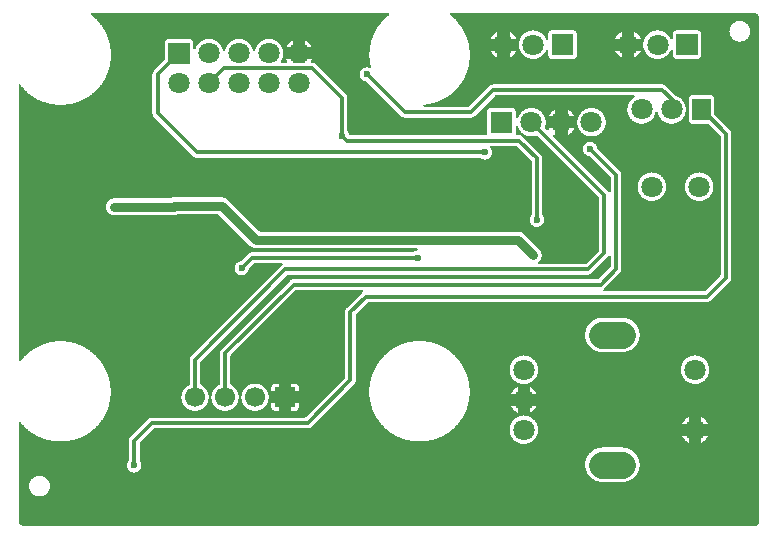
<source format=gbl>
G04 Layer: BottomLayer*
G04 EasyEDA v6.3.53, 2020-06-18T10:34:05+08:00*
G04 fc4558d4a1fd407c996c982f62b69df0,fed530592efb474aaabf7115e2e2b964,10*
G04 Gerber Generator version 0.2*
G04 Scale: 100 percent, Rotated: No, Reflected: No *
G04 Dimensions in millimeters *
G04 leading zeros omitted , absolute positions ,3 integer and 3 decimal *
%FSLAX33Y33*%
%MOMM*%
G90*
G71D02*

%ADD11C,0.799998*%
%ADD12C,0.299999*%
%ADD13C,0.599999*%
%ADD22R,1.699997X1.699997*%
%ADD23C,1.699997*%
%ADD24C,1.799996*%
%ADD27C,2.299995*%

%LPD*%
G36*
G01X31531Y43712D02*
G01X6507Y43712D01*
G01X6493Y43711D01*
G01X6479Y43708D01*
G01X6465Y43703D01*
G01X6452Y43696D01*
G01X6441Y43687D01*
G01X6430Y43677D01*
G01X6422Y43666D01*
G01X6415Y43653D01*
G01X6410Y43639D01*
G01X6407Y43625D01*
G01X6406Y43611D01*
G01X6407Y43595D01*
G01X6410Y43580D01*
G01X6416Y43566D01*
G01X6424Y43553D01*
G01X6433Y43541D01*
G01X6445Y43531D01*
G01X6518Y43472D01*
G01X6590Y43412D01*
G01X6661Y43350D01*
G01X6730Y43286D01*
G01X6798Y43221D01*
G01X6864Y43155D01*
G01X6929Y43087D01*
G01X6992Y43017D01*
G01X7054Y42947D01*
G01X7114Y42875D01*
G01X7173Y42801D01*
G01X7230Y42727D01*
G01X7285Y42651D01*
G01X7339Y42574D01*
G01X7391Y42495D01*
G01X7441Y42416D01*
G01X7490Y42335D01*
G01X7536Y42254D01*
G01X7581Y42171D01*
G01X7624Y42088D01*
G01X7665Y42003D01*
G01X7705Y41918D01*
G01X7742Y41832D01*
G01X7777Y41745D01*
G01X7811Y41657D01*
G01X7842Y41568D01*
G01X7872Y41479D01*
G01X7900Y41389D01*
G01X7925Y41299D01*
G01X7949Y41208D01*
G01X7971Y41117D01*
G01X7990Y41025D01*
G01X8008Y40932D01*
G01X8023Y40840D01*
G01X8037Y40747D01*
G01X8048Y40654D01*
G01X8057Y40560D01*
G01X8065Y40466D01*
G01X8070Y40373D01*
G01X8073Y40279D01*
G01X8074Y40185D01*
G01X8073Y40091D01*
G01X8070Y39997D01*
G01X8065Y39903D01*
G01X8057Y39809D01*
G01X8048Y39716D01*
G01X8037Y39622D01*
G01X8023Y39529D01*
G01X8008Y39437D01*
G01X7990Y39344D01*
G01X7970Y39252D01*
G01X7949Y39161D01*
G01X7925Y39070D01*
G01X7900Y38979D01*
G01X7872Y38890D01*
G01X7842Y38800D01*
G01X7811Y38712D01*
G01X7777Y38624D01*
G01X7742Y38537D01*
G01X7704Y38451D01*
G01X7665Y38365D01*
G01X7624Y38281D01*
G01X7581Y38197D01*
G01X7536Y38115D01*
G01X7489Y38033D01*
G01X7441Y37952D01*
G01X7390Y37873D01*
G01X7338Y37795D01*
G01X7285Y37718D01*
G01X7229Y37642D01*
G01X7172Y37567D01*
G01X7113Y37494D01*
G01X7053Y37421D01*
G01X6991Y37351D01*
G01X6928Y37281D01*
G01X6863Y37213D01*
G01X6796Y37147D01*
G01X6728Y37082D01*
G01X6659Y37018D01*
G01X6588Y36957D01*
G01X6516Y36896D01*
G01X6443Y36837D01*
G01X6368Y36780D01*
G01X6292Y36725D01*
G01X6215Y36671D01*
G01X6137Y36619D01*
G01X6057Y36569D01*
G01X5977Y36520D01*
G01X5895Y36474D01*
G01X5813Y36429D01*
G01X5729Y36386D01*
G01X5645Y36344D01*
G01X5559Y36305D01*
G01X5473Y36268D01*
G01X5386Y36232D01*
G01X5298Y36199D01*
G01X5210Y36167D01*
G01X5120Y36137D01*
G01X5031Y36110D01*
G01X4940Y36084D01*
G01X4849Y36060D01*
G01X4758Y36039D01*
G01X4666Y36019D01*
G01X4573Y36001D01*
G01X4481Y35986D01*
G01X4388Y35972D01*
G01X4294Y35961D01*
G01X4201Y35951D01*
G01X4107Y35944D01*
G01X4013Y35939D01*
G01X3919Y35936D01*
G01X3825Y35935D01*
G01X3823Y35935D01*
G01X3730Y35936D01*
G01X3636Y35939D01*
G01X3543Y35944D01*
G01X3450Y35951D01*
G01X3358Y35960D01*
G01X3265Y35972D01*
G01X3173Y35985D01*
G01X3081Y36000D01*
G01X2989Y36018D01*
G01X2898Y36037D01*
G01X2807Y36058D01*
G01X2717Y36081D01*
G01X2627Y36107D01*
G01X2538Y36134D01*
G01X2450Y36163D01*
G01X2362Y36194D01*
G01X2274Y36227D01*
G01X2188Y36262D01*
G01X2102Y36299D01*
G01X2018Y36338D01*
G01X1934Y36378D01*
G01X1851Y36421D01*
G01X1768Y36465D01*
G01X1687Y36511D01*
G01X1607Y36559D01*
G01X1528Y36608D01*
G01X1450Y36659D01*
G01X1374Y36712D01*
G01X1298Y36767D01*
G01X1224Y36823D01*
G01X1151Y36881D01*
G01X1079Y36940D01*
G01X1008Y37001D01*
G01X939Y37064D01*
G01X871Y37128D01*
G01X805Y37193D01*
G01X740Y37260D01*
G01X677Y37329D01*
G01X615Y37398D01*
G01X555Y37469D01*
G01X496Y37542D01*
G01X439Y37615D01*
G01X428Y37627D01*
G01X416Y37637D01*
G01X403Y37645D01*
G01X388Y37651D01*
G01X373Y37654D01*
G01X358Y37656D01*
G01X343Y37655D01*
G01X329Y37652D01*
G01X315Y37646D01*
G01X303Y37640D01*
G01X291Y37631D01*
G01X281Y37621D01*
G01X272Y37609D01*
G01X265Y37596D01*
G01X260Y37583D01*
G01X257Y37568D01*
G01X256Y37554D01*
G01X256Y14332D01*
G01X257Y14317D01*
G01X260Y14303D01*
G01X265Y14289D01*
G01X272Y14277D01*
G01X281Y14265D01*
G01X291Y14255D01*
G01X303Y14246D01*
G01X315Y14239D01*
G01X329Y14234D01*
G01X343Y14231D01*
G01X358Y14230D01*
G01X373Y14231D01*
G01X388Y14235D01*
G01X402Y14240D01*
G01X416Y14248D01*
G01X428Y14258D01*
G01X438Y14270D01*
G01X497Y14344D01*
G01X557Y14417D01*
G01X619Y14489D01*
G01X683Y14559D01*
G01X748Y14628D01*
G01X814Y14695D01*
G01X882Y14761D01*
G01X952Y14826D01*
G01X1023Y14888D01*
G01X1095Y14950D01*
G01X1169Y15009D01*
G01X1244Y15067D01*
G01X1320Y15123D01*
G01X1398Y15178D01*
G01X1476Y15231D01*
G01X1556Y15282D01*
G01X1637Y15331D01*
G01X1719Y15378D01*
G01X1802Y15424D01*
G01X1886Y15467D01*
G01X1971Y15509D01*
G01X2057Y15549D01*
G01X2144Y15587D01*
G01X2232Y15623D01*
G01X2320Y15657D01*
G01X2409Y15689D01*
G01X2499Y15719D01*
G01X2589Y15748D01*
G01X2681Y15774D01*
G01X2772Y15798D01*
G01X2864Y15820D01*
G01X2957Y15840D01*
G01X3050Y15857D01*
G01X3143Y15873D01*
G01X3237Y15887D01*
G01X3331Y15898D01*
G01X3426Y15908D01*
G01X3520Y15915D01*
G01X3615Y15921D01*
G01X3709Y15924D01*
G01X3804Y15925D01*
G01X3898Y15924D01*
G01X3992Y15921D01*
G01X4086Y15915D01*
G01X4180Y15908D01*
G01X4273Y15899D01*
G01X4367Y15887D01*
G01X4460Y15874D01*
G01X4552Y15858D01*
G01X4645Y15841D01*
G01X4737Y15821D01*
G01X4828Y15800D01*
G01X4919Y15776D01*
G01X5010Y15750D01*
G01X5099Y15723D01*
G01X5189Y15693D01*
G01X5277Y15661D01*
G01X5365Y15628D01*
G01X5452Y15592D01*
G01X5538Y15555D01*
G01X5624Y15515D01*
G01X5708Y15474D01*
G01X5792Y15431D01*
G01X5875Y15386D01*
G01X5956Y15340D01*
G01X6037Y15291D01*
G01X6116Y15241D01*
G01X6194Y15189D01*
G01X6272Y15135D01*
G01X6348Y15080D01*
G01X6422Y15023D01*
G01X6496Y14964D01*
G01X6568Y14903D01*
G01X6639Y14842D01*
G01X6708Y14778D01*
G01X6776Y14713D01*
G01X6842Y14647D01*
G01X6907Y14579D01*
G01X6971Y14509D01*
G01X7033Y14439D01*
G01X7093Y14366D01*
G01X7152Y14293D01*
G01X7209Y14218D01*
G01X7264Y14142D01*
G01X7318Y14065D01*
G01X7370Y13987D01*
G01X7420Y13907D01*
G01X7469Y13827D01*
G01X7516Y13745D01*
G01X7560Y13663D01*
G01X7604Y13579D01*
G01X7645Y13495D01*
G01X7684Y13409D01*
G01X7721Y13323D01*
G01X7757Y13236D01*
G01X7791Y13148D01*
G01X7822Y13059D01*
G01X7852Y12970D01*
G01X7879Y12880D01*
G01X7905Y12790D01*
G01X7929Y12699D01*
G01X7950Y12607D01*
G01X7970Y12515D01*
G01X7988Y12423D01*
G01X8003Y12330D01*
G01X8017Y12237D01*
G01X8028Y12144D01*
G01X8037Y12050D01*
G01X8045Y11957D01*
G01X8050Y11863D01*
G01X8053Y11769D01*
G01X8054Y11675D01*
G01X8053Y11581D01*
G01X8050Y11487D01*
G01X8045Y11393D01*
G01X8037Y11299D01*
G01X8028Y11206D01*
G01X8017Y11112D01*
G01X8003Y11019D01*
G01X7988Y10927D01*
G01X7970Y10834D01*
G01X7950Y10742D01*
G01X7929Y10651D01*
G01X7905Y10560D01*
G01X7880Y10469D01*
G01X7852Y10380D01*
G01X7822Y10290D01*
G01X7791Y10202D01*
G01X7757Y10114D01*
G01X7722Y10027D01*
G01X7684Y9941D01*
G01X7645Y9855D01*
G01X7604Y9771D01*
G01X7561Y9687D01*
G01X7516Y9605D01*
G01X7469Y9523D01*
G01X7421Y9443D01*
G01X7370Y9363D01*
G01X7318Y9285D01*
G01X7265Y9208D01*
G01X7209Y9132D01*
G01X7152Y9057D01*
G01X7093Y8984D01*
G01X7033Y8911D01*
G01X6971Y8841D01*
G01X6908Y8771D01*
G01X6843Y8703D01*
G01X6776Y8637D01*
G01X6708Y8572D01*
G01X6639Y8509D01*
G01X6568Y8447D01*
G01X6496Y8386D01*
G01X6423Y8327D01*
G01X6348Y8270D01*
G01X6272Y8215D01*
G01X6195Y8161D01*
G01X6117Y8109D01*
G01X6037Y8059D01*
G01X5957Y8010D01*
G01X5875Y7964D01*
G01X5793Y7919D01*
G01X5709Y7876D01*
G01X5625Y7834D01*
G01X5539Y7795D01*
G01X5453Y7758D01*
G01X5366Y7722D01*
G01X5278Y7689D01*
G01X5190Y7657D01*
G01X5100Y7627D01*
G01X5011Y7600D01*
G01X4920Y7574D01*
G01X4829Y7550D01*
G01X4738Y7529D01*
G01X4646Y7509D01*
G01X4553Y7491D01*
G01X4461Y7476D01*
G01X4368Y7462D01*
G01X4274Y7451D01*
G01X4181Y7442D01*
G01X4087Y7434D01*
G01X3993Y7429D01*
G01X3899Y7426D01*
G01X3805Y7425D01*
G01X3803Y7425D01*
G01X3708Y7426D01*
G01X3613Y7429D01*
G01X3519Y7434D01*
G01X3424Y7442D01*
G01X3330Y7451D01*
G01X3236Y7463D01*
G01X3142Y7477D01*
G01X3049Y7492D01*
G01X2956Y7510D01*
G01X2863Y7530D01*
G01X2771Y7552D01*
G01X2680Y7576D01*
G01X2589Y7602D01*
G01X2498Y7630D01*
G01X2408Y7660D01*
G01X2319Y7693D01*
G01X2231Y7727D01*
G01X2143Y7763D01*
G01X2057Y7801D01*
G01X1971Y7841D01*
G01X1886Y7882D01*
G01X1802Y7926D01*
G01X1719Y7972D01*
G01X1637Y8019D01*
G01X1556Y8068D01*
G01X1476Y8119D01*
G01X1397Y8172D01*
G01X1320Y8227D01*
G01X1243Y8283D01*
G01X1169Y8341D01*
G01X1095Y8400D01*
G01X1023Y8461D01*
G01X952Y8524D01*
G01X882Y8589D01*
G01X814Y8654D01*
G01X748Y8722D01*
G01X682Y8791D01*
G01X619Y8861D01*
G01X557Y8933D01*
G01X497Y9006D01*
G01X438Y9080D01*
G01X428Y9091D01*
G01X416Y9101D01*
G01X402Y9109D01*
G01X388Y9115D01*
G01X373Y9118D01*
G01X358Y9120D01*
G01X343Y9119D01*
G01X329Y9115D01*
G01X315Y9110D01*
G01X303Y9103D01*
G01X291Y9095D01*
G01X281Y9084D01*
G01X272Y9073D01*
G01X265Y9060D01*
G01X260Y9047D01*
G01X257Y9032D01*
G01X256Y9018D01*
G01X256Y754D01*
G01X257Y722D01*
G01X260Y690D01*
G01X265Y658D01*
G01X272Y627D01*
G01X282Y597D01*
G01X293Y567D01*
G01X306Y537D01*
G01X320Y509D01*
G01X337Y482D01*
G01X355Y455D01*
G01X375Y430D01*
G01X397Y407D01*
G01X420Y385D01*
G01X444Y364D01*
G01X470Y345D01*
G01X497Y327D01*
G01X525Y312D01*
G01X554Y298D01*
G01X583Y286D01*
G01X614Y276D01*
G01X645Y268D01*
G01X676Y262D01*
G01X708Y258D01*
G01X740Y256D01*
G01X62493Y256D01*
G01X62525Y257D01*
G01X62557Y260D01*
G01X62588Y266D01*
G01X62620Y273D01*
G01X62650Y282D01*
G01X62680Y293D01*
G01X62710Y306D01*
G01X62738Y321D01*
G01X62765Y338D01*
G01X62792Y356D01*
G01X62817Y376D01*
G01X62840Y398D01*
G01X62863Y421D01*
G01X62883Y445D01*
G01X62902Y471D01*
G01X62920Y498D01*
G01X62935Y526D01*
G01X62949Y555D01*
G01X62961Y585D01*
G01X62971Y615D01*
G01X62979Y647D01*
G01X62985Y678D01*
G01X62989Y710D01*
G01X62990Y742D01*
G01X62990Y43215D01*
G01X62989Y43247D01*
G01X62986Y43279D01*
G01X62981Y43310D01*
G01X62974Y43341D01*
G01X62965Y43372D01*
G01X62954Y43402D01*
G01X62941Y43431D01*
G01X62926Y43460D01*
G01X62909Y43487D01*
G01X62891Y43513D01*
G01X62871Y43538D01*
G01X62849Y43562D01*
G01X62826Y43584D01*
G01X62802Y43605D01*
G01X62776Y43624D01*
G01X62749Y43641D01*
G01X62721Y43657D01*
G01X62692Y43671D01*
G01X62663Y43683D01*
G01X62632Y43693D01*
G01X62601Y43701D01*
G01X62570Y43707D01*
G01X62538Y43710D01*
G01X62506Y43712D01*
G01X36897Y43712D01*
G01X36883Y43711D01*
G01X36869Y43708D01*
G01X36855Y43703D01*
G01X36842Y43696D01*
G01X36831Y43687D01*
G01X36820Y43677D01*
G01X36812Y43666D01*
G01X36805Y43653D01*
G01X36800Y43639D01*
G01X36797Y43625D01*
G01X36796Y43611D01*
G01X36797Y43595D01*
G01X36800Y43580D01*
G01X36806Y43566D01*
G01X36814Y43553D01*
G01X36823Y43541D01*
G01X36835Y43531D01*
G01X36908Y43472D01*
G01X36980Y43412D01*
G01X37051Y43350D01*
G01X37120Y43286D01*
G01X37188Y43221D01*
G01X37254Y43155D01*
G01X37319Y43087D01*
G01X37382Y43017D01*
G01X37444Y42947D01*
G01X37504Y42875D01*
G01X37563Y42801D01*
G01X37620Y42727D01*
G01X37675Y42651D01*
G01X37729Y42574D01*
G01X37781Y42495D01*
G01X37831Y42416D01*
G01X37880Y42335D01*
G01X37926Y42254D01*
G01X37971Y42171D01*
G01X38014Y42088D01*
G01X38055Y42003D01*
G01X38095Y41918D01*
G01X38132Y41832D01*
G01X38167Y41745D01*
G01X38201Y41657D01*
G01X38232Y41568D01*
G01X38262Y41479D01*
G01X38290Y41389D01*
G01X38315Y41299D01*
G01X38339Y41208D01*
G01X38361Y41117D01*
G01X38380Y41025D01*
G01X38398Y40932D01*
G01X38413Y40840D01*
G01X38427Y40747D01*
G01X38438Y40654D01*
G01X38447Y40560D01*
G01X38455Y40466D01*
G01X38460Y40373D01*
G01X38463Y40279D01*
G01X38464Y40185D01*
G01X38463Y40091D01*
G01X38460Y39998D01*
G01X38455Y39905D01*
G01X38448Y39811D01*
G01X38438Y39719D01*
G01X38427Y39626D01*
G01X38414Y39533D01*
G01X38398Y39441D01*
G01X38381Y39349D01*
G01X38362Y39258D01*
G01X38340Y39167D01*
G01X38317Y39077D01*
G01X38292Y38987D01*
G01X38264Y38897D01*
G01X38235Y38808D01*
G01X38204Y38720D01*
G01X38171Y38633D01*
G01X38136Y38546D01*
G01X38099Y38461D01*
G01X38060Y38376D01*
G01X38019Y38292D01*
G01X37977Y38208D01*
G01X37932Y38126D01*
G01X37886Y38045D01*
G01X37838Y37965D01*
G01X37788Y37886D01*
G01X37737Y37808D01*
G01X37684Y37731D01*
G01X37629Y37655D01*
G01X37573Y37581D01*
G01X37515Y37507D01*
G01X37455Y37435D01*
G01X37394Y37365D01*
G01X37331Y37296D01*
G01X37267Y37228D01*
G01X37201Y37161D01*
G01X37134Y37097D01*
G01X37065Y37033D01*
G01X36995Y36971D01*
G01X36924Y36911D01*
G01X36851Y36852D01*
G01X36777Y36795D01*
G01X36702Y36739D01*
G01X36626Y36685D01*
G01X36548Y36633D01*
G01X36470Y36583D01*
G01X36390Y36534D01*
G01X36309Y36487D01*
G01X36228Y36442D01*
G01X36145Y36399D01*
G01X36061Y36357D01*
G01X35976Y36317D01*
G01X35891Y36280D01*
G01X35805Y36244D01*
G01X35718Y36210D01*
G01X35630Y36178D01*
G01X35542Y36147D01*
G01X35453Y36119D01*
G01X35363Y36093D01*
G01X35273Y36069D01*
G01X35182Y36046D01*
G01X35091Y36026D01*
G01X34999Y36008D01*
G01X34907Y35992D01*
G01X34815Y35977D01*
G01X34722Y35965D01*
G01X34629Y35955D01*
G01X34614Y35953D01*
G01X34600Y35948D01*
G01X34587Y35941D01*
G01X34575Y35932D01*
G01X34564Y35922D01*
G01X34555Y35910D01*
G01X34547Y35897D01*
G01X34542Y35883D01*
G01X34539Y35869D01*
G01X34538Y35854D01*
G01X34539Y35839D01*
G01X34542Y35825D01*
G01X34547Y35812D01*
G01X34554Y35799D01*
G01X34562Y35787D01*
G01X34573Y35777D01*
G01X34584Y35768D01*
G01X34610Y35756D01*
G01X34625Y35753D01*
G01X34639Y35752D01*
G01X38317Y35752D01*
G01X38333Y35754D01*
G01X38349Y35757D01*
G01X38363Y35763D01*
G01X38377Y35772D01*
G01X38389Y35782D01*
G01X40127Y37520D01*
G01X40150Y37542D01*
G01X40176Y37562D01*
G01X40202Y37581D01*
G01X40230Y37597D01*
G01X40259Y37611D01*
G01X40289Y37624D01*
G01X40319Y37634D01*
G01X40351Y37642D01*
G01X40382Y37648D01*
G01X40415Y37651D01*
G01X40447Y37652D01*
G01X54747Y37652D01*
G01X54779Y37651D01*
G01X54811Y37648D01*
G01X54843Y37642D01*
G01X54874Y37634D01*
G01X54905Y37624D01*
G01X54935Y37611D01*
G01X54964Y37597D01*
G01X54991Y37581D01*
G01X55018Y37562D01*
G01X55043Y37542D01*
G01X55067Y37520D01*
G01X55866Y36721D01*
G01X55876Y36710D01*
G01X55889Y36699D01*
G01X55903Y36690D01*
G01X55919Y36683D01*
G01X55966Y36666D01*
G01X56013Y36648D01*
G01X56059Y36627D01*
G01X56104Y36605D01*
G01X56148Y36581D01*
G01X56191Y36555D01*
G01X56233Y36527D01*
G01X56274Y36497D01*
G01X56313Y36466D01*
G01X56351Y36433D01*
G01X56388Y36398D01*
G01X56423Y36362D01*
G01X56457Y36325D01*
G01X56489Y36286D01*
G01X56519Y36246D01*
G01X56548Y36205D01*
G01X56575Y36162D01*
G01X56600Y36119D01*
G01X56623Y36074D01*
G01X56645Y36029D01*
G01X56664Y35982D01*
G01X56682Y35935D01*
G01X56697Y35887D01*
G01X56711Y35839D01*
G01X56722Y35790D01*
G01X56732Y35740D01*
G01X56739Y35690D01*
G01X56744Y35640D01*
G01X56747Y35590D01*
G01X56748Y35540D01*
G01X56747Y35490D01*
G01X56744Y35441D01*
G01X56739Y35391D01*
G01X56732Y35342D01*
G01X56723Y35293D01*
G01X56712Y35245D01*
G01X56698Y35197D01*
G01X56683Y35149D01*
G01X56666Y35103D01*
G01X56647Y35057D01*
G01X56626Y35012D01*
G01X56604Y34967D01*
G01X56579Y34924D01*
G01X56553Y34882D01*
G01X56525Y34841D01*
G01X56495Y34801D01*
G01X56464Y34763D01*
G01X56431Y34725D01*
G01X56396Y34689D01*
G01X56360Y34655D01*
G01X56323Y34622D01*
G01X56285Y34591D01*
G01X56245Y34561D01*
G01X56204Y34533D01*
G01X56161Y34507D01*
G01X56118Y34482D01*
G01X56074Y34459D01*
G01X56029Y34439D01*
G01X55983Y34420D01*
G01X55936Y34402D01*
G01X55889Y34387D01*
G01X55841Y34374D01*
G01X55793Y34363D01*
G01X55744Y34354D01*
G01X55695Y34347D01*
G01X55645Y34341D01*
G01X55596Y34338D01*
G01X55546Y34337D01*
G01X55496Y34338D01*
G01X55445Y34342D01*
G01X55395Y34347D01*
G01X55345Y34354D01*
G01X55296Y34364D01*
G01X55247Y34375D01*
G01X55198Y34389D01*
G01X55150Y34404D01*
G01X55103Y34422D01*
G01X55056Y34441D01*
G01X55011Y34463D01*
G01X54966Y34486D01*
G01X54923Y34512D01*
G01X54880Y34539D01*
G01X54839Y34567D01*
G01X54798Y34598D01*
G01X54760Y34630D01*
G01X54722Y34664D01*
G01X54686Y34699D01*
G01X54652Y34736D01*
G01X54619Y34774D01*
G01X54588Y34814D01*
G01X54558Y34854D01*
G01X54530Y34896D01*
G01X54504Y34940D01*
G01X54480Y34984D01*
G01X54457Y35029D01*
G01X54437Y35075D01*
G01X54418Y35122D01*
G01X54402Y35169D01*
G01X54387Y35218D01*
G01X54375Y35267D01*
G01X54370Y35281D01*
G01X54364Y35295D01*
G01X54355Y35307D01*
G01X54345Y35318D01*
G01X54333Y35328D01*
G01X54320Y35335D01*
G01X54306Y35341D01*
G01X54291Y35344D01*
G01X54276Y35345D01*
G01X54261Y35344D01*
G01X54246Y35341D01*
G01X54232Y35335D01*
G01X54219Y35328D01*
G01X54207Y35318D01*
G01X54197Y35307D01*
G01X54188Y35295D01*
G01X54182Y35281D01*
G01X54177Y35267D01*
G01X54164Y35218D01*
G01X54150Y35169D01*
G01X54133Y35122D01*
G01X54115Y35075D01*
G01X54094Y35029D01*
G01X54072Y34984D01*
G01X54048Y34940D01*
G01X54022Y34896D01*
G01X53994Y34854D01*
G01X53964Y34814D01*
G01X53933Y34774D01*
G01X53900Y34736D01*
G01X53866Y34699D01*
G01X53830Y34664D01*
G01X53792Y34630D01*
G01X53753Y34598D01*
G01X53713Y34567D01*
G01X53672Y34539D01*
G01X53629Y34512D01*
G01X53586Y34486D01*
G01X53541Y34463D01*
G01X53495Y34441D01*
G01X53449Y34422D01*
G01X53402Y34404D01*
G01X53354Y34389D01*
G01X53305Y34375D01*
G01X53256Y34364D01*
G01X53207Y34354D01*
G01X53157Y34347D01*
G01X53107Y34342D01*
G01X53056Y34338D01*
G01X53006Y34337D01*
G01X52956Y34338D01*
G01X52907Y34341D01*
G01X52857Y34347D01*
G01X52808Y34354D01*
G01X52759Y34363D01*
G01X52711Y34374D01*
G01X52663Y34387D01*
G01X52615Y34402D01*
G01X52569Y34420D01*
G01X52523Y34439D01*
G01X52478Y34459D01*
G01X52434Y34482D01*
G01X52390Y34507D01*
G01X52348Y34533D01*
G01X52307Y34561D01*
G01X52267Y34591D01*
G01X52229Y34622D01*
G01X52191Y34655D01*
G01X52156Y34689D01*
G01X52121Y34725D01*
G01X52088Y34763D01*
G01X52057Y34801D01*
G01X52027Y34841D01*
G01X51999Y34882D01*
G01X51973Y34924D01*
G01X51948Y34967D01*
G01X51926Y35012D01*
G01X51905Y35057D01*
G01X51886Y35103D01*
G01X51869Y35149D01*
G01X51853Y35197D01*
G01X51840Y35245D01*
G01X51829Y35293D01*
G01X51820Y35342D01*
G01X51813Y35391D01*
G01X51808Y35441D01*
G01X51804Y35490D01*
G01X51803Y35540D01*
G01X51804Y35591D01*
G01X51808Y35641D01*
G01X51813Y35692D01*
G01X51820Y35742D01*
G01X51830Y35792D01*
G01X51842Y35841D01*
G01X51855Y35890D01*
G01X51871Y35938D01*
G01X51889Y35985D01*
G01X51909Y36032D01*
G01X51931Y36078D01*
G01X51954Y36123D01*
G01X51980Y36167D01*
G01X52007Y36209D01*
G01X52036Y36251D01*
G01X52067Y36291D01*
G01X52099Y36330D01*
G01X52134Y36368D01*
G01X52169Y36404D01*
G01X52206Y36438D01*
G01X52245Y36471D01*
G01X52285Y36502D01*
G01X52326Y36532D01*
G01X52369Y36560D01*
G01X52380Y36568D01*
G01X52391Y36579D01*
G01X52400Y36590D01*
G01X52407Y36603D01*
G01X52412Y36617D01*
G01X52415Y36631D01*
G01X52416Y36646D01*
G01X52415Y36660D01*
G01X52412Y36674D01*
G01X52407Y36688D01*
G01X52400Y36701D01*
G01X52392Y36712D01*
G01X52381Y36723D01*
G01X52370Y36731D01*
G01X52357Y36738D01*
G01X52343Y36743D01*
G01X52329Y36746D01*
G01X52315Y36747D01*
G01X40676Y36747D01*
G01X40660Y36746D01*
G01X40645Y36742D01*
G01X40630Y36736D01*
G01X40617Y36728D01*
G01X40605Y36718D01*
G01X38867Y34980D01*
G01X38843Y34958D01*
G01X38818Y34938D01*
G01X38791Y34919D01*
G01X38764Y34903D01*
G01X38735Y34888D01*
G01X38705Y34876D01*
G01X38674Y34866D01*
G01X38643Y34858D01*
G01X38611Y34852D01*
G01X38579Y34848D01*
G01X38547Y34847D01*
G01X32947Y34847D01*
G01X32915Y34848D01*
G01X32882Y34852D01*
G01X32851Y34858D01*
G01X32819Y34866D01*
G01X32789Y34876D01*
G01X32759Y34888D01*
G01X32730Y34903D01*
G01X32702Y34919D01*
G01X32676Y34938D01*
G01X32650Y34958D01*
G01X32627Y34980D01*
G01X29734Y37873D01*
G01X29721Y37884D01*
G01X29707Y37892D01*
G01X29691Y37898D01*
G01X29674Y37902D01*
G01X29638Y37907D01*
G01X29603Y37915D01*
G01X29568Y37925D01*
G01X29533Y37937D01*
G01X29500Y37950D01*
G01X29467Y37966D01*
G01X29435Y37984D01*
G01X29405Y38004D01*
G01X29375Y38026D01*
G01X29347Y38049D01*
G01X29321Y38074D01*
G01X29296Y38100D01*
G01X29273Y38128D01*
G01X29251Y38158D01*
G01X29231Y38188D01*
G01X29213Y38220D01*
G01X29197Y38253D01*
G01X29183Y38286D01*
G01X29172Y38321D01*
G01X29162Y38356D01*
G01X29154Y38391D01*
G01X29149Y38427D01*
G01X29145Y38464D01*
G01X29144Y38500D01*
G01X29145Y38535D01*
G01X29148Y38570D01*
G01X29153Y38605D01*
G01X29160Y38639D01*
G01X29170Y38673D01*
G01X29181Y38706D01*
G01X29194Y38739D01*
G01X29208Y38770D01*
G01X29225Y38801D01*
G01X29243Y38831D01*
G01X29263Y38860D01*
G01X29285Y38887D01*
G01X29309Y38913D01*
G01X29333Y38938D01*
G01X29359Y38961D01*
G01X29387Y38983D01*
G01X29416Y39003D01*
G01X29445Y39022D01*
G01X29476Y39038D01*
G01X29508Y39053D01*
G01X29541Y39066D01*
G01X29574Y39077D01*
G01X29608Y39086D01*
G01X29642Y39093D01*
G01X29677Y39098D01*
G01X29712Y39101D01*
G01X29747Y39102D01*
G01X29788Y39101D01*
G01X29829Y39097D01*
G01X29870Y39090D01*
G01X29910Y39080D01*
G01X29950Y39067D01*
G01X29967Y39063D01*
G01X29984Y39061D01*
G01X29999Y39062D01*
G01X30013Y39065D01*
G01X30026Y39070D01*
G01X30039Y39077D01*
G01X30051Y39086D01*
G01X30061Y39096D01*
G01X30070Y39108D01*
G01X30082Y39134D01*
G01X30085Y39148D01*
G01X30086Y39163D01*
G01X30083Y39187D01*
G01X30060Y39285D01*
G01X30040Y39384D01*
G01X30022Y39483D01*
G01X30007Y39582D01*
G01X29994Y39682D01*
G01X29983Y39782D01*
G01X29975Y39883D01*
G01X29969Y39983D01*
G01X29965Y40084D01*
G01X29964Y40185D01*
G01X29965Y40279D01*
G01X29968Y40373D01*
G01X29973Y40466D01*
G01X29981Y40560D01*
G01X29990Y40654D01*
G01X30001Y40747D01*
G01X30015Y40840D01*
G01X30030Y40932D01*
G01X30048Y41025D01*
G01X30067Y41117D01*
G01X30089Y41208D01*
G01X30113Y41299D01*
G01X30138Y41389D01*
G01X30166Y41479D01*
G01X30196Y41568D01*
G01X30227Y41657D01*
G01X30261Y41745D01*
G01X30296Y41832D01*
G01X30333Y41918D01*
G01X30373Y42003D01*
G01X30414Y42088D01*
G01X30457Y42171D01*
G01X30502Y42254D01*
G01X30548Y42335D01*
G01X30597Y42416D01*
G01X30647Y42495D01*
G01X30699Y42574D01*
G01X30753Y42651D01*
G01X30808Y42727D01*
G01X30865Y42801D01*
G01X30924Y42875D01*
G01X30984Y42947D01*
G01X31046Y43017D01*
G01X31109Y43087D01*
G01X31174Y43155D01*
G01X31240Y43221D01*
G01X31308Y43286D01*
G01X31377Y43350D01*
G01X31448Y43412D01*
G01X31520Y43472D01*
G01X31593Y43531D01*
G01X31605Y43541D01*
G01X31614Y43553D01*
G01X31622Y43566D01*
G01X31628Y43580D01*
G01X31631Y43595D01*
G01X31632Y43611D01*
G01X31631Y43625D01*
G01X31628Y43639D01*
G01X31623Y43653D01*
G01X31616Y43666D01*
G01X31608Y43677D01*
G01X31597Y43687D01*
G01X31586Y43696D01*
G01X31573Y43703D01*
G01X31559Y43708D01*
G01X31545Y43711D01*
G01X31531Y43712D01*
G37*

%LPC*%
G36*
G01X14743Y41504D02*
G01X12943Y41504D01*
G01X12918Y41503D01*
G01X12893Y41500D01*
G01X12869Y41495D01*
G01X12845Y41488D01*
G01X12821Y41479D01*
G01X12799Y41468D01*
G01X12777Y41455D01*
G01X12757Y41441D01*
G01X12738Y41424D01*
G01X12720Y41407D01*
G01X12704Y41388D01*
G01X12690Y41367D01*
G01X12677Y41346D01*
G01X12666Y41323D01*
G01X12657Y41300D01*
G01X12650Y41276D01*
G01X12644Y41252D01*
G01X12641Y41227D01*
G01X12640Y41202D01*
G01X12640Y39781D01*
G01X12639Y39765D01*
G01X12635Y39750D01*
G01X12629Y39735D01*
G01X12621Y39722D01*
G01X12611Y39709D01*
G01X11727Y38826D01*
G01X11705Y38802D01*
G01X11685Y38777D01*
G01X11666Y38750D01*
G01X11650Y38723D01*
G01X11635Y38694D01*
G01X11623Y38664D01*
G01X11613Y38633D01*
G01X11605Y38602D01*
G01X11599Y38570D01*
G01X11595Y38538D01*
G01X11594Y38506D01*
G01X11594Y35200D01*
G01X11595Y35168D01*
G01X11599Y35135D01*
G01X11605Y35104D01*
G01X11613Y35072D01*
G01X11623Y35042D01*
G01X11635Y35012D01*
G01X11650Y34983D01*
G01X11666Y34955D01*
G01X11685Y34929D01*
G01X11705Y34903D01*
G01X11727Y34880D01*
G01X15027Y31580D01*
G01X15050Y31558D01*
G01X15076Y31538D01*
G01X15102Y31519D01*
G01X15130Y31503D01*
G01X15159Y31488D01*
G01X15189Y31476D01*
G01X15219Y31466D01*
G01X15251Y31458D01*
G01X15282Y31452D01*
G01X15315Y31448D01*
G01X15347Y31447D01*
G01X39312Y31447D01*
G01X39329Y31446D01*
G01X39345Y31442D01*
G01X39361Y31435D01*
G01X39375Y31426D01*
G01X39404Y31404D01*
G01X39435Y31384D01*
G01X39467Y31366D01*
G01X39499Y31350D01*
G01X39533Y31336D01*
G01X39567Y31325D01*
G01X39602Y31315D01*
G01X39638Y31307D01*
G01X39674Y31302D01*
G01X39710Y31298D01*
G01X39747Y31297D01*
G01X39782Y31298D01*
G01X39817Y31301D01*
G01X39851Y31306D01*
G01X39886Y31313D01*
G01X39920Y31323D01*
G01X39953Y31334D01*
G01X39985Y31347D01*
G01X40017Y31361D01*
G01X40048Y31378D01*
G01X40078Y31396D01*
G01X40107Y31416D01*
G01X40134Y31438D01*
G01X40160Y31461D01*
G01X40185Y31486D01*
G01X40208Y31512D01*
G01X40230Y31540D01*
G01X40250Y31569D01*
G01X40269Y31598D01*
G01X40285Y31629D01*
G01X40300Y31661D01*
G01X40313Y31694D01*
G01X40324Y31727D01*
G01X40333Y31761D01*
G01X40340Y31795D01*
G01X40345Y31830D01*
G01X40348Y31865D01*
G01X40349Y31900D01*
G01X40348Y31937D01*
G01X40345Y31975D01*
G01X40339Y32012D01*
G01X40331Y32049D01*
G01X40320Y32085D01*
G01X40307Y32120D01*
G01X40293Y32155D01*
G01X40276Y32188D01*
G01X40257Y32221D01*
G01X40236Y32252D01*
G01X40213Y32282D01*
G01X40203Y32296D01*
G01X40196Y32312D01*
G01X40191Y32329D01*
G01X40190Y32346D01*
G01X40191Y32361D01*
G01X40194Y32375D01*
G01X40199Y32388D01*
G01X40206Y32401D01*
G01X40214Y32413D01*
G01X40225Y32423D01*
G01X40236Y32432D01*
G01X40249Y32439D01*
G01X40263Y32444D01*
G01X40277Y32447D01*
G01X40291Y32448D01*
G01X42417Y32448D01*
G01X42433Y32446D01*
G01X42448Y32443D01*
G01X42463Y32437D01*
G01X42477Y32428D01*
G01X42489Y32418D01*
G01X43665Y31241D01*
G01X43676Y31229D01*
G01X43684Y31216D01*
G01X43690Y31201D01*
G01X43694Y31185D01*
G01X43695Y31170D01*
G01X43695Y26635D01*
G01X43694Y26618D01*
G01X43689Y26602D01*
G01X43683Y26586D01*
G01X43673Y26572D01*
G01X43652Y26543D01*
G01X43632Y26512D01*
G01X43614Y26481D01*
G01X43598Y26448D01*
G01X43584Y26414D01*
G01X43572Y26380D01*
G01X43562Y26344D01*
G01X43554Y26309D01*
G01X43549Y26273D01*
G01X43545Y26236D01*
G01X43544Y26200D01*
G01X43545Y26165D01*
G01X43548Y26130D01*
G01X43553Y26095D01*
G01X43561Y26061D01*
G01X43570Y26027D01*
G01X43581Y25994D01*
G01X43594Y25961D01*
G01X43608Y25929D01*
G01X43625Y25898D01*
G01X43643Y25869D01*
G01X43663Y25840D01*
G01X43685Y25812D01*
G01X43709Y25786D01*
G01X43733Y25761D01*
G01X43759Y25738D01*
G01X43787Y25716D01*
G01X43816Y25696D01*
G01X43846Y25678D01*
G01X43876Y25661D01*
G01X43908Y25646D01*
G01X43941Y25634D01*
G01X43974Y25623D01*
G01X44008Y25613D01*
G01X44042Y25606D01*
G01X44077Y25601D01*
G01X44112Y25598D01*
G01X44147Y25597D01*
G01X44182Y25598D01*
G01X44217Y25601D01*
G01X44251Y25606D01*
G01X44286Y25613D01*
G01X44320Y25623D01*
G01X44353Y25634D01*
G01X44385Y25646D01*
G01X44417Y25661D01*
G01X44448Y25678D01*
G01X44478Y25696D01*
G01X44507Y25716D01*
G01X44534Y25738D01*
G01X44560Y25761D01*
G01X44585Y25786D01*
G01X44608Y25812D01*
G01X44630Y25840D01*
G01X44650Y25869D01*
G01X44669Y25898D01*
G01X44685Y25929D01*
G01X44700Y25961D01*
G01X44713Y25994D01*
G01X44724Y26027D01*
G01X44733Y26061D01*
G01X44740Y26095D01*
G01X44745Y26130D01*
G01X44748Y26165D01*
G01X44749Y26200D01*
G01X44748Y26236D01*
G01X44745Y26272D01*
G01X44739Y26308D01*
G01X44732Y26344D01*
G01X44722Y26379D01*
G01X44710Y26413D01*
G01X44696Y26447D01*
G01X44681Y26479D01*
G01X44663Y26511D01*
G01X44643Y26541D01*
G01X44622Y26571D01*
G01X44612Y26585D01*
G01X44606Y26600D01*
G01X44601Y26616D01*
G01X44600Y26633D01*
G01X44600Y31399D01*
G01X44599Y31431D01*
G01X44595Y31463D01*
G01X44590Y31495D01*
G01X44582Y31527D01*
G01X44572Y31557D01*
G01X44559Y31587D01*
G01X44545Y31616D01*
G01X44528Y31644D01*
G01X44510Y31670D01*
G01X44490Y31695D01*
G01X44468Y31719D01*
G01X42966Y33220D01*
G01X42943Y33242D01*
G01X42918Y33263D01*
G01X42891Y33281D01*
G01X42863Y33297D01*
G01X42834Y33312D01*
G01X42805Y33324D01*
G01X42774Y33334D01*
G01X42743Y33342D01*
G01X42711Y33348D01*
G01X42679Y33352D01*
G01X42646Y33353D01*
G01X42436Y33353D01*
G01X42422Y33354D01*
G01X42407Y33357D01*
G01X42394Y33362D01*
G01X42381Y33369D01*
G01X42370Y33378D01*
G01X42359Y33388D01*
G01X42351Y33399D01*
G01X42344Y33412D01*
G01X42339Y33426D01*
G01X42336Y33440D01*
G01X42334Y33454D01*
G01X42338Y33481D01*
G01X42344Y33507D01*
G01X42347Y33533D01*
G01X42348Y33560D01*
G01X42348Y34044D01*
G01X42350Y34058D01*
G01X42353Y34072D01*
G01X42358Y34086D01*
G01X42365Y34098D01*
G01X42373Y34110D01*
G01X42384Y34120D01*
G01X42395Y34129D01*
G01X42408Y34136D01*
G01X42421Y34141D01*
G01X42436Y34144D01*
G01X42450Y34145D01*
G01X42466Y34144D01*
G01X42481Y34140D01*
G01X42496Y34134D01*
G01X42509Y34126D01*
G01X42521Y34116D01*
G01X42532Y34104D01*
G01X42540Y34090D01*
G01X42546Y34076D01*
G01X42563Y34029D01*
G01X42582Y33983D01*
G01X42603Y33937D01*
G01X42626Y33893D01*
G01X42650Y33849D01*
G01X42676Y33807D01*
G01X42704Y33765D01*
G01X42734Y33725D01*
G01X42765Y33686D01*
G01X42798Y33649D01*
G01X42833Y33613D01*
G01X42868Y33578D01*
G01X42906Y33545D01*
G01X42944Y33513D01*
G01X42984Y33483D01*
G01X43026Y33455D01*
G01X43068Y33428D01*
G01X43111Y33404D01*
G01X43156Y33381D01*
G01X43201Y33360D01*
G01X43247Y33340D01*
G01X43294Y33323D01*
G01X43341Y33308D01*
G01X43389Y33294D01*
G01X43438Y33283D01*
G01X43487Y33274D01*
G01X43537Y33267D01*
G01X43586Y33261D01*
G01X43636Y33258D01*
G01X43686Y33257D01*
G01X43738Y33258D01*
G01X43790Y33262D01*
G01X43842Y33267D01*
G01X43893Y33275D01*
G01X43944Y33285D01*
G01X43995Y33298D01*
G01X44045Y33312D01*
G01X44094Y33329D01*
G01X44111Y33333D01*
G01X44129Y33335D01*
G01X44145Y33334D01*
G01X44160Y33330D01*
G01X44175Y33324D01*
G01X44189Y33315D01*
G01X44201Y33305D01*
G01X49365Y28141D01*
G01X49375Y28129D01*
G01X49383Y28116D01*
G01X49389Y28101D01*
G01X49393Y28085D01*
G01X49394Y28069D01*
G01X49394Y23629D01*
G01X49393Y23613D01*
G01X49389Y23598D01*
G01X49383Y23583D01*
G01X49375Y23570D01*
G01X49365Y23558D01*
G01X48289Y22482D01*
G01X48277Y22472D01*
G01X48263Y22463D01*
G01X48249Y22457D01*
G01X48233Y22454D01*
G01X48217Y22452D01*
G01X44326Y22452D01*
G01X44311Y22453D01*
G01X44297Y22456D01*
G01X44271Y22468D01*
G01X44259Y22477D01*
G01X44249Y22487D01*
G01X44240Y22499D01*
G01X44233Y22512D01*
G01X44228Y22525D01*
G01X44225Y22539D01*
G01X44224Y22554D01*
G01X44225Y22570D01*
G01X44229Y22585D01*
G01X44235Y22600D01*
G01X44243Y22613D01*
G01X44253Y22625D01*
G01X44265Y22636D01*
G01X44296Y22659D01*
G01X44325Y22685D01*
G01X44352Y22712D01*
G01X44378Y22740D01*
G01X44403Y22770D01*
G01X44425Y22801D01*
G01X44446Y22833D01*
G01X44465Y22867D01*
G01X44483Y22901D01*
G01X44498Y22937D01*
G01X44512Y22973D01*
G01X44523Y23010D01*
G01X44533Y23047D01*
G01X44540Y23085D01*
G01X44545Y23123D01*
G01X44548Y23161D01*
G01X44549Y23200D01*
G01X44548Y23239D01*
G01X44545Y23278D01*
G01X44539Y23318D01*
G01X44532Y23356D01*
G01X44522Y23394D01*
G01X44510Y23432D01*
G01X44496Y23469D01*
G01X44480Y23505D01*
G01X44462Y23540D01*
G01X44442Y23574D01*
G01X44420Y23606D01*
G01X44396Y23638D01*
G01X44371Y23668D01*
G01X44344Y23697D01*
G01X43044Y24997D01*
G01X43015Y25024D01*
G01X42985Y25049D01*
G01X42953Y25073D01*
G01X42921Y25095D01*
G01X42887Y25115D01*
G01X42852Y25133D01*
G01X42816Y25149D01*
G01X42779Y25163D01*
G01X42741Y25175D01*
G01X42703Y25185D01*
G01X42665Y25192D01*
G01X42626Y25198D01*
G01X42586Y25201D01*
G01X42547Y25202D01*
G01X20680Y25202D01*
G01X20664Y25204D01*
G01X20649Y25207D01*
G01X20634Y25213D01*
G01X20620Y25222D01*
G01X20608Y25232D01*
G01X17944Y27897D01*
G01X17915Y27924D01*
G01X17885Y27949D01*
G01X17853Y27973D01*
G01X17821Y27995D01*
G01X17787Y28015D01*
G01X17752Y28033D01*
G01X17716Y28049D01*
G01X17679Y28063D01*
G01X17641Y28075D01*
G01X17603Y28085D01*
G01X17564Y28092D01*
G01X17525Y28098D01*
G01X17486Y28101D01*
G01X17447Y28102D01*
G01X13447Y28102D01*
G01X13407Y28101D01*
G01X13368Y28098D01*
G01X13329Y28092D01*
G01X13291Y28085D01*
G01X13253Y28075D01*
G01X13215Y28063D01*
G01X13178Y28049D01*
G01X13143Y28033D01*
G01X13108Y28015D01*
G01X13092Y28008D01*
G01X13075Y28004D01*
G01X13058Y28002D01*
G01X8347Y28002D01*
G01X8309Y28001D01*
G01X8271Y27998D01*
G01X8233Y27993D01*
G01X8196Y27986D01*
G01X8159Y27977D01*
G01X8122Y27966D01*
G01X8087Y27952D01*
G01X8052Y27937D01*
G01X8018Y27921D01*
G01X7985Y27902D01*
G01X7953Y27881D01*
G01X7922Y27859D01*
G01X7892Y27835D01*
G01X7864Y27810D01*
G01X7837Y27783D01*
G01X7811Y27755D01*
G01X7788Y27725D01*
G01X7765Y27694D01*
G01X7745Y27662D01*
G01X7726Y27629D01*
G01X7709Y27595D01*
G01X7694Y27560D01*
G01X7681Y27524D01*
G01X7670Y27488D01*
G01X7661Y27451D01*
G01X7654Y27414D01*
G01X7648Y27376D01*
G01X7645Y27338D01*
G01X7644Y27300D01*
G01X7645Y27262D01*
G01X7648Y27224D01*
G01X7654Y27186D01*
G01X7661Y27149D01*
G01X7670Y27112D01*
G01X7681Y27076D01*
G01X7694Y27040D01*
G01X7709Y27005D01*
G01X7726Y26971D01*
G01X7745Y26938D01*
G01X7765Y26906D01*
G01X7788Y26875D01*
G01X7811Y26845D01*
G01X7837Y26817D01*
G01X7864Y26790D01*
G01X7892Y26764D01*
G01X7922Y26741D01*
G01X7953Y26718D01*
G01X7985Y26698D01*
G01X8018Y26679D01*
G01X8052Y26662D01*
G01X8087Y26647D01*
G01X8122Y26634D01*
G01X8159Y26623D01*
G01X8196Y26614D01*
G01X8233Y26607D01*
G01X8271Y26601D01*
G01X8309Y26598D01*
G01X8347Y26597D01*
G01X13447Y26597D01*
G01X13486Y26598D01*
G01X13525Y26602D01*
G01X13564Y26607D01*
G01X13603Y26615D01*
G01X13641Y26625D01*
G01X13678Y26637D01*
G01X13715Y26651D01*
G01X13751Y26667D01*
G01X13786Y26685D01*
G01X13802Y26692D01*
G01X13818Y26696D01*
G01X13835Y26697D01*
G01X17114Y26697D01*
G01X17130Y26696D01*
G01X17145Y26692D01*
G01X17160Y26686D01*
G01X17173Y26678D01*
G01X17186Y26668D01*
G01X19850Y24003D01*
G01X19879Y23976D01*
G01X19909Y23951D01*
G01X19940Y23927D01*
G01X19973Y23905D01*
G01X20007Y23885D01*
G01X20042Y23867D01*
G01X20078Y23851D01*
G01X20115Y23837D01*
G01X20152Y23825D01*
G01X20191Y23815D01*
G01X20229Y23807D01*
G01X20268Y23802D01*
G01X20307Y23798D01*
G01X20347Y23797D01*
G01X33939Y23797D01*
G01X33954Y23796D01*
G01X33968Y23793D01*
G01X33982Y23788D01*
G01X33994Y23781D01*
G01X34006Y23773D01*
G01X34016Y23762D01*
G01X34025Y23751D01*
G01X34032Y23738D01*
G01X34037Y23724D01*
G01X34040Y23710D01*
G01X34041Y23696D01*
G01X34040Y23681D01*
G01X34037Y23667D01*
G01X34032Y23654D01*
G01X34025Y23641D01*
G01X34017Y23630D01*
G01X34006Y23619D01*
G01X33995Y23611D01*
G01X33982Y23604D01*
G01X33969Y23599D01*
G01X33955Y23595D01*
G01X33917Y23588D01*
G01X33880Y23579D01*
G01X33843Y23567D01*
G01X33807Y23553D01*
G01X33772Y23536D01*
G01X33739Y23518D01*
G01X33706Y23497D01*
G01X33675Y23474D01*
G01X33661Y23465D01*
G01X33645Y23458D01*
G01X33629Y23454D01*
G01X33612Y23452D01*
G01X20046Y23452D01*
G01X20014Y23451D01*
G01X19982Y23448D01*
G01X19950Y23442D01*
G01X19919Y23434D01*
G01X19888Y23424D01*
G01X19858Y23411D01*
G01X19829Y23397D01*
G01X19802Y23381D01*
G01X19775Y23362D01*
G01X19750Y23342D01*
G01X19726Y23320D01*
G01X19134Y22727D01*
G01X19121Y22716D01*
G01X19106Y22708D01*
G01X19091Y22701D01*
G01X19074Y22698D01*
G01X19038Y22693D01*
G01X19002Y22685D01*
G01X18967Y22675D01*
G01X18933Y22663D01*
G01X18899Y22649D01*
G01X18867Y22634D01*
G01X18835Y22616D01*
G01X18804Y22596D01*
G01X18775Y22574D01*
G01X18747Y22551D01*
G01X18720Y22526D01*
G01X18695Y22500D01*
G01X18672Y22472D01*
G01X18651Y22442D01*
G01X18631Y22412D01*
G01X18613Y22380D01*
G01X18597Y22347D01*
G01X18583Y22314D01*
G01X18571Y22279D01*
G01X18561Y22244D01*
G01X18554Y22209D01*
G01X18548Y22173D01*
G01X18545Y22136D01*
G01X18544Y22100D01*
G01X18545Y22065D01*
G01X18548Y22030D01*
G01X18553Y21995D01*
G01X18560Y21961D01*
G01X18569Y21927D01*
G01X18580Y21894D01*
G01X18593Y21861D01*
G01X18608Y21830D01*
G01X18625Y21799D01*
G01X18643Y21769D01*
G01X18663Y21740D01*
G01X18685Y21713D01*
G01X18708Y21686D01*
G01X18733Y21662D01*
G01X18759Y21638D01*
G01X18787Y21617D01*
G01X18815Y21597D01*
G01X18845Y21578D01*
G01X18876Y21561D01*
G01X18908Y21547D01*
G01X18940Y21534D01*
G01X18974Y21523D01*
G01X19007Y21514D01*
G01X19042Y21507D01*
G01X19076Y21501D01*
G01X19111Y21498D01*
G01X19146Y21497D01*
G01X19183Y21498D01*
G01X19219Y21502D01*
G01X19255Y21507D01*
G01X19291Y21515D01*
G01X19326Y21525D01*
G01X19360Y21537D01*
G01X19394Y21550D01*
G01X19426Y21566D01*
G01X19458Y21584D01*
G01X19489Y21604D01*
G01X19518Y21626D01*
G01X19546Y21649D01*
G01X19572Y21674D01*
G01X19597Y21700D01*
G01X19621Y21728D01*
G01X19642Y21758D01*
G01X19662Y21788D01*
G01X19680Y21820D01*
G01X19696Y21853D01*
G01X19710Y21886D01*
G01X19722Y21921D01*
G01X19731Y21956D01*
G01X19739Y21991D01*
G01X19744Y22027D01*
G01X19748Y22044D01*
G01X19754Y22060D01*
G01X19763Y22074D01*
G01X19773Y22087D01*
G01X20204Y22518D01*
G01X20216Y22528D01*
G01X20230Y22536D01*
G01X20244Y22542D01*
G01X20260Y22546D01*
G01X20276Y22547D01*
G01X22518Y22547D01*
G01X22532Y22546D01*
G01X22546Y22543D01*
G01X22560Y22538D01*
G01X22573Y22531D01*
G01X22584Y22522D01*
G01X22595Y22512D01*
G01X22603Y22501D01*
G01X22610Y22488D01*
G01X22615Y22474D01*
G01X22618Y22460D01*
G01X22619Y22446D01*
G01X22618Y22430D01*
G01X22615Y22415D01*
G01X22609Y22400D01*
G01X22600Y22386D01*
G01X22590Y22374D01*
G01X22578Y22364D01*
G01X22552Y22343D01*
G01X22527Y22320D01*
G01X14880Y14673D01*
G01X14858Y14649D01*
G01X14838Y14624D01*
G01X14819Y14597D01*
G01X14803Y14570D01*
G01X14788Y14541D01*
G01X14776Y14511D01*
G01X14766Y14480D01*
G01X14758Y14449D01*
G01X14752Y14417D01*
G01X14748Y14385D01*
G01X14747Y14353D01*
G01X14747Y12301D01*
G01X14746Y12285D01*
G01X14742Y12270D01*
G01X14736Y12255D01*
G01X14727Y12241D01*
G01X14717Y12229D01*
G01X14704Y12218D01*
G01X14691Y12210D01*
G01X14647Y12187D01*
G01X14604Y12163D01*
G01X14562Y12137D01*
G01X14522Y12108D01*
G01X14482Y12078D01*
G01X14444Y12047D01*
G01X14408Y12014D01*
G01X14373Y11979D01*
G01X14339Y11943D01*
G01X14307Y11905D01*
G01X14276Y11867D01*
G01X14248Y11826D01*
G01X14221Y11785D01*
G01X14196Y11743D01*
G01X14172Y11699D01*
G01X14151Y11655D01*
G01X14131Y11609D01*
G01X14114Y11563D01*
G01X14098Y11516D01*
G01X14085Y11469D01*
G01X14073Y11421D01*
G01X14064Y11373D01*
G01X14056Y11324D01*
G01X14051Y11275D01*
G01X14048Y11225D01*
G01X14047Y11176D01*
G01X14048Y11127D01*
G01X14051Y11078D01*
G01X14056Y11030D01*
G01X14063Y10981D01*
G01X14073Y10933D01*
G01X14084Y10886D01*
G01X14097Y10839D01*
G01X14112Y10792D01*
G01X14130Y10746D01*
G01X14149Y10701D01*
G01X14170Y10657D01*
G01X14193Y10614D01*
G01X14218Y10572D01*
G01X14244Y10531D01*
G01X14273Y10491D01*
G01X14302Y10452D01*
G01X14334Y10415D01*
G01X14367Y10379D01*
G01X14402Y10344D01*
G01X14438Y10311D01*
G01X14475Y10279D01*
G01X14514Y10249D01*
G01X14554Y10221D01*
G01X14595Y10195D01*
G01X14637Y10170D01*
G01X14680Y10147D01*
G01X14724Y10126D01*
G01X14769Y10107D01*
G01X14815Y10089D01*
G01X14862Y10074D01*
G01X14909Y10061D01*
G01X14956Y10049D01*
G01X15004Y10040D01*
G01X15053Y10033D01*
G01X15101Y10028D01*
G01X15150Y10025D01*
G01X15199Y10023D01*
G01X15248Y10025D01*
G01X15297Y10028D01*
G01X15346Y10033D01*
G01X15394Y10040D01*
G01X15442Y10049D01*
G01X15490Y10061D01*
G01X15537Y10074D01*
G01X15583Y10089D01*
G01X15629Y10107D01*
G01X15674Y10126D01*
G01X15718Y10147D01*
G01X15761Y10170D01*
G01X15803Y10195D01*
G01X15845Y10221D01*
G01X15884Y10249D01*
G01X15923Y10279D01*
G01X15961Y10311D01*
G01X15997Y10344D01*
G01X16031Y10379D01*
G01X16064Y10415D01*
G01X16096Y10452D01*
G01X16126Y10491D01*
G01X16154Y10531D01*
G01X16181Y10572D01*
G01X16205Y10614D01*
G01X16228Y10657D01*
G01X16249Y10701D01*
G01X16269Y10746D01*
G01X16286Y10792D01*
G01X16301Y10839D01*
G01X16314Y10886D01*
G01X16326Y10933D01*
G01X16335Y10981D01*
G01X16342Y11030D01*
G01X16348Y11078D01*
G01X16351Y11127D01*
G01X16352Y11176D01*
G01X16351Y11225D01*
G01X16347Y11275D01*
G01X16342Y11324D01*
G01X16335Y11372D01*
G01X16325Y11421D01*
G01X16314Y11469D01*
G01X16300Y11516D01*
G01X16285Y11563D01*
G01X16267Y11609D01*
G01X16248Y11654D01*
G01X16226Y11699D01*
G01X16203Y11742D01*
G01X16178Y11785D01*
G01X16151Y11826D01*
G01X16122Y11866D01*
G01X16092Y11905D01*
G01X16060Y11942D01*
G01X16026Y11979D01*
G01X15991Y12013D01*
G01X15955Y12046D01*
G01X15917Y12078D01*
G01X15878Y12108D01*
G01X15837Y12136D01*
G01X15795Y12162D01*
G01X15753Y12187D01*
G01X15709Y12210D01*
G01X15695Y12218D01*
G01X15683Y12228D01*
G01X15672Y12240D01*
G01X15664Y12254D01*
G01X15657Y12269D01*
G01X15654Y12285D01*
G01X15652Y12301D01*
G01X15652Y14123D01*
G01X15654Y14139D01*
G01X15657Y14155D01*
G01X15663Y14169D01*
G01X15672Y14183D01*
G01X15682Y14195D01*
G01X23005Y21518D01*
G01X23017Y21528D01*
G01X23030Y21536D01*
G01X23045Y21542D01*
G01X23060Y21546D01*
G01X23076Y21547D01*
G01X48447Y21547D01*
G01X48479Y21548D01*
G01X48511Y21552D01*
G01X48543Y21558D01*
G01X48574Y21566D01*
G01X48605Y21576D01*
G01X48635Y21588D01*
G01X48664Y21603D01*
G01X48691Y21619D01*
G01X48718Y21638D01*
G01X48743Y21658D01*
G01X48767Y21680D01*
G01X50167Y23080D01*
G01X50190Y23105D01*
G01X50211Y23131D01*
G01X50221Y23143D01*
G01X50233Y23153D01*
G01X50247Y23162D01*
G01X50262Y23168D01*
G01X50277Y23171D01*
G01X50293Y23172D01*
G01X50307Y23171D01*
G01X50321Y23168D01*
G01X50335Y23163D01*
G01X50348Y23156D01*
G01X50359Y23148D01*
G01X50370Y23137D01*
G01X50378Y23126D01*
G01X50385Y23113D01*
G01X50390Y23100D01*
G01X50393Y23085D01*
G01X50394Y23071D01*
G01X50394Y22229D01*
G01X50393Y22214D01*
G01X50389Y22198D01*
G01X50383Y22183D01*
G01X50375Y22170D01*
G01X50365Y22158D01*
G01X49390Y21183D01*
G01X49378Y21173D01*
G01X49364Y21164D01*
G01X49349Y21158D01*
G01X49334Y21154D01*
G01X49318Y21153D01*
G01X23546Y21153D01*
G01X23513Y21152D01*
G01X23481Y21149D01*
G01X23449Y21143D01*
G01X23418Y21135D01*
G01X23387Y21125D01*
G01X23358Y21112D01*
G01X23329Y21098D01*
G01X23301Y21081D01*
G01X23274Y21063D01*
G01X23249Y21043D01*
G01X23226Y21021D01*
G01X17419Y15212D01*
G01X17397Y15188D01*
G01X17377Y15163D01*
G01X17358Y15136D01*
G01X17342Y15108D01*
G01X17328Y15080D01*
G01X17315Y15050D01*
G01X17305Y15019D01*
G01X17297Y14988D01*
G01X17291Y14956D01*
G01X17288Y14924D01*
G01X17287Y14892D01*
G01X17287Y12301D01*
G01X17285Y12285D01*
G01X17282Y12269D01*
G01X17275Y12254D01*
G01X17267Y12241D01*
G01X17256Y12229D01*
G01X17244Y12218D01*
G01X17230Y12210D01*
G01X17186Y12187D01*
G01X17143Y12163D01*
G01X17102Y12136D01*
G01X17061Y12108D01*
G01X17022Y12078D01*
G01X16984Y12047D01*
G01X16947Y12013D01*
G01X16912Y11979D01*
G01X16879Y11943D01*
G01X16847Y11905D01*
G01X16816Y11866D01*
G01X16788Y11826D01*
G01X16761Y11785D01*
G01X16735Y11742D01*
G01X16712Y11699D01*
G01X16691Y11654D01*
G01X16671Y11609D01*
G01X16654Y11563D01*
G01X16638Y11516D01*
G01X16624Y11469D01*
G01X16613Y11421D01*
G01X16604Y11372D01*
G01X16596Y11324D01*
G01X16591Y11275D01*
G01X16588Y11225D01*
G01X16587Y11176D01*
G01X16588Y11127D01*
G01X16591Y11078D01*
G01X16596Y11030D01*
G01X16603Y10981D01*
G01X16613Y10933D01*
G01X16624Y10886D01*
G01X16637Y10839D01*
G01X16652Y10792D01*
G01X16670Y10746D01*
G01X16689Y10701D01*
G01X16710Y10657D01*
G01X16733Y10614D01*
G01X16758Y10572D01*
G01X16784Y10531D01*
G01X16813Y10491D01*
G01X16842Y10452D01*
G01X16874Y10415D01*
G01X16907Y10379D01*
G01X16942Y10344D01*
G01X16978Y10311D01*
G01X17015Y10279D01*
G01X17054Y10249D01*
G01X17094Y10221D01*
G01X17135Y10195D01*
G01X17177Y10170D01*
G01X17220Y10147D01*
G01X17264Y10126D01*
G01X17309Y10107D01*
G01X17355Y10089D01*
G01X17402Y10074D01*
G01X17449Y10061D01*
G01X17496Y10049D01*
G01X17544Y10040D01*
G01X17593Y10033D01*
G01X17641Y10028D01*
G01X17690Y10025D01*
G01X17739Y10023D01*
G01X17788Y10025D01*
G01X17837Y10028D01*
G01X17886Y10033D01*
G01X17934Y10040D01*
G01X17982Y10049D01*
G01X18030Y10061D01*
G01X18077Y10074D01*
G01X18123Y10089D01*
G01X18169Y10107D01*
G01X18214Y10126D01*
G01X18258Y10147D01*
G01X18301Y10170D01*
G01X18343Y10195D01*
G01X18385Y10221D01*
G01X18424Y10249D01*
G01X18463Y10279D01*
G01X18501Y10311D01*
G01X18537Y10344D01*
G01X18571Y10379D01*
G01X18604Y10415D01*
G01X18636Y10452D01*
G01X18666Y10491D01*
G01X18694Y10531D01*
G01X18721Y10572D01*
G01X18745Y10614D01*
G01X18768Y10657D01*
G01X18789Y10701D01*
G01X18809Y10746D01*
G01X18826Y10792D01*
G01X18841Y10839D01*
G01X18854Y10886D01*
G01X18866Y10933D01*
G01X18875Y10981D01*
G01X18882Y11030D01*
G01X18888Y11078D01*
G01X18891Y11127D01*
G01X18892Y11176D01*
G01X18891Y11225D01*
G01X18887Y11275D01*
G01X18882Y11324D01*
G01X18875Y11372D01*
G01X18865Y11421D01*
G01X18854Y11469D01*
G01X18840Y11516D01*
G01X18825Y11563D01*
G01X18807Y11609D01*
G01X18788Y11654D01*
G01X18766Y11699D01*
G01X18743Y11742D01*
G01X18718Y11785D01*
G01X18691Y11826D01*
G01X18662Y11866D01*
G01X18632Y11905D01*
G01X18600Y11943D01*
G01X18566Y11979D01*
G01X18531Y12013D01*
G01X18494Y12047D01*
G01X18456Y12078D01*
G01X18417Y12108D01*
G01X18377Y12136D01*
G01X18335Y12163D01*
G01X18292Y12187D01*
G01X18248Y12210D01*
G01X18235Y12218D01*
G01X18222Y12229D01*
G01X18212Y12241D01*
G01X18203Y12254D01*
G01X18197Y12269D01*
G01X18193Y12285D01*
G01X18192Y12301D01*
G01X18192Y14662D01*
G01X18193Y14678D01*
G01X18197Y14694D01*
G01X18203Y14708D01*
G01X18211Y14722D01*
G01X18221Y14734D01*
G01X23703Y20218D01*
G01X23715Y20229D01*
G01X23729Y20237D01*
G01X23744Y20243D01*
G01X23759Y20247D01*
G01X23775Y20248D01*
G01X29319Y20248D01*
G01X29333Y20247D01*
G01X29348Y20244D01*
G01X29361Y20239D01*
G01X29374Y20232D01*
G01X29385Y20223D01*
G01X29396Y20213D01*
G01X29404Y20201D01*
G01X29411Y20189D01*
G01X29416Y20175D01*
G01X29419Y20161D01*
G01X29420Y20147D01*
G01X29419Y20131D01*
G01X29416Y20115D01*
G01X29410Y20101D01*
G01X29401Y20087D01*
G01X29391Y20075D01*
G01X29379Y20065D01*
G01X29352Y20043D01*
G01X29327Y20020D01*
G01X28027Y18720D01*
G01X28005Y18696D01*
G01X27985Y18671D01*
G01X27966Y18644D01*
G01X27950Y18617D01*
G01X27935Y18588D01*
G01X27923Y18558D01*
G01X27913Y18527D01*
G01X27905Y18496D01*
G01X27899Y18464D01*
G01X27895Y18432D01*
G01X27894Y18400D01*
G01X27894Y12829D01*
G01X27893Y12813D01*
G01X27889Y12798D01*
G01X27883Y12783D01*
G01X27875Y12770D01*
G01X27865Y12758D01*
G01X24589Y9482D01*
G01X24577Y9472D01*
G01X24563Y9463D01*
G01X24549Y9457D01*
G01X24533Y9454D01*
G01X24517Y9452D01*
G01X11547Y9452D01*
G01X11515Y9451D01*
G01X11482Y9448D01*
G01X11451Y9442D01*
G01X11419Y9434D01*
G01X11389Y9424D01*
G01X11359Y9411D01*
G01X11330Y9397D01*
G01X11302Y9381D01*
G01X11276Y9362D01*
G01X11250Y9342D01*
G01X11227Y9320D01*
G01X9727Y7820D01*
G01X9705Y7796D01*
G01X9685Y7771D01*
G01X9666Y7744D01*
G01X9650Y7717D01*
G01X9635Y7688D01*
G01X9623Y7658D01*
G01X9613Y7627D01*
G01X9605Y7596D01*
G01X9599Y7564D01*
G01X9595Y7532D01*
G01X9594Y7500D01*
G01X9594Y5834D01*
G01X9593Y5818D01*
G01X9589Y5801D01*
G01X9582Y5786D01*
G01X9573Y5772D01*
G01X9551Y5742D01*
G01X9531Y5712D01*
G01X9513Y5680D01*
G01X9497Y5647D01*
G01X9483Y5614D01*
G01X9472Y5579D01*
G01X9462Y5544D01*
G01X9454Y5509D01*
G01X9449Y5473D01*
G01X9445Y5436D01*
G01X9444Y5400D01*
G01X9445Y5365D01*
G01X9448Y5330D01*
G01X9453Y5295D01*
G01X9460Y5261D01*
G01X9470Y5227D01*
G01X9481Y5194D01*
G01X9494Y5161D01*
G01X9508Y5130D01*
G01X9525Y5099D01*
G01X9543Y5069D01*
G01X9563Y5040D01*
G01X9585Y5013D01*
G01X9609Y4986D01*
G01X9633Y4962D01*
G01X9659Y4938D01*
G01X9687Y4917D01*
G01X9716Y4897D01*
G01X9746Y4878D01*
G01X9776Y4861D01*
G01X9808Y4847D01*
G01X9841Y4834D01*
G01X9874Y4823D01*
G01X9908Y4814D01*
G01X9942Y4807D01*
G01X9977Y4801D01*
G01X10012Y4798D01*
G01X10047Y4797D01*
G01X10082Y4798D01*
G01X10117Y4801D01*
G01X10151Y4807D01*
G01X10186Y4814D01*
G01X10220Y4823D01*
G01X10253Y4834D01*
G01X10285Y4847D01*
G01X10317Y4861D01*
G01X10348Y4878D01*
G01X10378Y4897D01*
G01X10407Y4917D01*
G01X10434Y4938D01*
G01X10460Y4962D01*
G01X10485Y4986D01*
G01X10508Y5013D01*
G01X10530Y5040D01*
G01X10550Y5069D01*
G01X10569Y5099D01*
G01X10585Y5130D01*
G01X10600Y5161D01*
G01X10613Y5194D01*
G01X10624Y5227D01*
G01X10633Y5261D01*
G01X10640Y5295D01*
G01X10645Y5330D01*
G01X10648Y5365D01*
G01X10649Y5400D01*
G01X10648Y5436D01*
G01X10645Y5473D01*
G01X10639Y5509D01*
G01X10632Y5544D01*
G01X10622Y5579D01*
G01X10610Y5614D01*
G01X10596Y5647D01*
G01X10580Y5680D01*
G01X10562Y5712D01*
G01X10543Y5742D01*
G01X10521Y5772D01*
G01X10512Y5786D01*
G01X10505Y5801D01*
G01X10501Y5817D01*
G01X10499Y5834D01*
G01X10499Y7270D01*
G01X10501Y7286D01*
G01X10504Y7302D01*
G01X10510Y7316D01*
G01X10519Y7330D01*
G01X10529Y7342D01*
G01X11705Y8518D01*
G01X11717Y8528D01*
G01X11730Y8536D01*
G01X11745Y8542D01*
G01X11760Y8546D01*
G01X11776Y8547D01*
G01X24747Y8547D01*
G01X24779Y8548D01*
G01X24811Y8552D01*
G01X24843Y8558D01*
G01X24874Y8566D01*
G01X24905Y8576D01*
G01X24935Y8588D01*
G01X24964Y8603D01*
G01X24991Y8619D01*
G01X25018Y8638D01*
G01X25043Y8658D01*
G01X25067Y8680D01*
G01X28667Y12280D01*
G01X28689Y12303D01*
G01X28709Y12329D01*
G01X28727Y12355D01*
G01X28744Y12383D01*
G01X28758Y12412D01*
G01X28771Y12442D01*
G01X28781Y12472D01*
G01X28789Y12504D01*
G01X28795Y12535D01*
G01X28798Y12568D01*
G01X28799Y12600D01*
G01X28799Y18170D01*
G01X28801Y18186D01*
G01X28804Y18202D01*
G01X28810Y18216D01*
G01X28819Y18230D01*
G01X28829Y18242D01*
G01X29804Y19218D01*
G01X29817Y19228D01*
G01X29830Y19236D01*
G01X29845Y19242D01*
G01X29860Y19246D01*
G01X29876Y19247D01*
G01X58547Y19247D01*
G01X58579Y19248D01*
G01X58611Y19252D01*
G01X58643Y19258D01*
G01X58674Y19266D01*
G01X58705Y19276D01*
G01X58735Y19288D01*
G01X58764Y19303D01*
G01X58792Y19319D01*
G01X58818Y19338D01*
G01X58843Y19358D01*
G01X58867Y19380D01*
G01X60467Y20980D01*
G01X60489Y21003D01*
G01X60509Y21029D01*
G01X60528Y21055D01*
G01X60544Y21083D01*
G01X60558Y21112D01*
G01X60571Y21142D01*
G01X60581Y21172D01*
G01X60589Y21204D01*
G01X60595Y21235D01*
G01X60598Y21268D01*
G01X60599Y21300D01*
G01X60599Y33479D01*
G01X60598Y33511D01*
G01X60595Y33543D01*
G01X60589Y33575D01*
G01X60581Y33606D01*
G01X60571Y33637D01*
G01X60558Y33667D01*
G01X60544Y33696D01*
G01X60528Y33724D01*
G01X60509Y33750D01*
G01X60489Y33775D01*
G01X60467Y33799D01*
G01X59206Y35060D01*
G01X59195Y35072D01*
G01X59187Y35086D01*
G01X59181Y35101D01*
G01X59177Y35116D01*
G01X59176Y35132D01*
G01X59176Y36440D01*
G01X59175Y36465D01*
G01X59172Y36490D01*
G01X59167Y36514D01*
G01X59159Y36538D01*
G01X59150Y36561D01*
G01X59139Y36584D01*
G01X59127Y36605D01*
G01X59112Y36626D01*
G01X59096Y36645D01*
G01X59078Y36662D01*
G01X59059Y36679D01*
G01X59039Y36693D01*
G01X59017Y36706D01*
G01X58995Y36717D01*
G01X58972Y36726D01*
G01X58948Y36733D01*
G01X58923Y36738D01*
G01X58898Y36741D01*
G01X58873Y36742D01*
G01X57299Y36742D01*
G01X57274Y36741D01*
G01X57249Y36738D01*
G01X57224Y36733D01*
G01X57200Y36726D01*
G01X57177Y36717D01*
G01X57155Y36706D01*
G01X57133Y36693D01*
G01X57113Y36679D01*
G01X57094Y36662D01*
G01X57076Y36645D01*
G01X57060Y36626D01*
G01X57045Y36605D01*
G01X57032Y36584D01*
G01X57021Y36561D01*
G01X57012Y36538D01*
G01X57005Y36514D01*
G01X57000Y36490D01*
G01X56997Y36465D01*
G01X56996Y36440D01*
G01X56996Y34640D01*
G01X56997Y34615D01*
G01X57000Y34590D01*
G01X57005Y34566D01*
G01X57012Y34542D01*
G01X57021Y34518D01*
G01X57032Y34496D01*
G01X57045Y34474D01*
G01X57060Y34454D01*
G01X57076Y34435D01*
G01X57094Y34417D01*
G01X57113Y34401D01*
G01X57133Y34387D01*
G01X57155Y34374D01*
G01X57177Y34363D01*
G01X57200Y34354D01*
G01X57224Y34347D01*
G01X57249Y34341D01*
G01X57274Y34338D01*
G01X57299Y34337D01*
G01X58607Y34337D01*
G01X58622Y34336D01*
G01X58638Y34332D01*
G01X58653Y34326D01*
G01X58666Y34318D01*
G01X58678Y34308D01*
G01X59665Y33321D01*
G01X59675Y33309D01*
G01X59683Y33296D01*
G01X59689Y33281D01*
G01X59693Y33265D01*
G01X59694Y33249D01*
G01X59694Y21529D01*
G01X59693Y21513D01*
G01X59689Y21498D01*
G01X59683Y21483D01*
G01X59675Y21470D01*
G01X59665Y21458D01*
G01X58389Y20182D01*
G01X58377Y20172D01*
G01X58363Y20163D01*
G01X58349Y20157D01*
G01X58333Y20154D01*
G01X58317Y20152D01*
G01X49875Y20152D01*
G01X49861Y20153D01*
G01X49847Y20156D01*
G01X49833Y20162D01*
G01X49821Y20168D01*
G01X49809Y20177D01*
G01X49799Y20187D01*
G01X49790Y20199D01*
G01X49783Y20212D01*
G01X49778Y20225D01*
G01X49775Y20239D01*
G01X49774Y20254D01*
G01X49775Y20270D01*
G01X49779Y20285D01*
G01X49785Y20300D01*
G01X49793Y20313D01*
G01X49803Y20325D01*
G01X49815Y20336D01*
G01X49842Y20357D01*
G01X49868Y20381D01*
G01X51163Y21677D01*
G01X51164Y21677D01*
G01X51171Y21684D01*
G01X51192Y21708D01*
G01X51212Y21733D01*
G01X51230Y21759D01*
G01X51246Y21786D01*
G01X51261Y21815D01*
G01X51273Y21845D01*
G01X51283Y21875D01*
G01X51290Y21906D01*
G01X51296Y21937D01*
G01X51299Y21969D01*
G01X51301Y22001D01*
G01X51300Y22031D01*
G01X51299Y22038D01*
G01X51299Y30000D01*
G01X51298Y30032D01*
G01X51295Y30064D01*
G01X51289Y30096D01*
G01X51281Y30127D01*
G01X51271Y30158D01*
G01X51258Y30188D01*
G01X51244Y30217D01*
G01X51228Y30244D01*
G01X51209Y30271D01*
G01X51189Y30296D01*
G01X51167Y30320D01*
G01X49274Y32213D01*
G01X49263Y32225D01*
G01X49255Y32240D01*
G01X49248Y32256D01*
G01X49245Y32272D01*
G01X49240Y32308D01*
G01X49232Y32344D01*
G01X49222Y32379D01*
G01X49210Y32413D01*
G01X49196Y32447D01*
G01X49180Y32480D01*
G01X49163Y32511D01*
G01X49143Y32542D01*
G01X49121Y32571D01*
G01X49098Y32599D01*
G01X49073Y32626D01*
G01X49046Y32651D01*
G01X49019Y32674D01*
G01X48989Y32696D01*
G01X48959Y32715D01*
G01X48927Y32733D01*
G01X48894Y32749D01*
G01X48861Y32763D01*
G01X48826Y32775D01*
G01X48791Y32785D01*
G01X48756Y32792D01*
G01X48720Y32798D01*
G01X48683Y32801D01*
G01X48647Y32802D01*
G01X48612Y32801D01*
G01X48577Y32798D01*
G01X48542Y32793D01*
G01X48508Y32786D01*
G01X48474Y32777D01*
G01X48441Y32766D01*
G01X48408Y32753D01*
G01X48376Y32738D01*
G01X48346Y32722D01*
G01X48316Y32703D01*
G01X48287Y32683D01*
G01X48260Y32661D01*
G01X48233Y32638D01*
G01X48209Y32613D01*
G01X48185Y32587D01*
G01X48164Y32560D01*
G01X48143Y32531D01*
G01X48125Y32501D01*
G01X48108Y32470D01*
G01X48094Y32438D01*
G01X48081Y32406D01*
G01X48070Y32373D01*
G01X48061Y32339D01*
G01X48054Y32304D01*
G01X48048Y32270D01*
G01X48045Y32235D01*
G01X48044Y32200D01*
G01X48045Y32163D01*
G01X48049Y32127D01*
G01X48054Y32091D01*
G01X48062Y32055D01*
G01X48072Y32020D01*
G01X48084Y31986D01*
G01X48097Y31952D01*
G01X48113Y31920D01*
G01X48131Y31888D01*
G01X48151Y31857D01*
G01X48173Y31828D01*
G01X48196Y31800D01*
G01X48221Y31774D01*
G01X48247Y31749D01*
G01X48275Y31725D01*
G01X48305Y31704D01*
G01X48335Y31684D01*
G01X48367Y31666D01*
G01X48400Y31650D01*
G01X48433Y31636D01*
G01X48468Y31624D01*
G01X48503Y31615D01*
G01X48539Y31607D01*
G01X48575Y31602D01*
G01X48591Y31598D01*
G01X48607Y31592D01*
G01X48621Y31583D01*
G01X48634Y31573D01*
G01X50365Y29842D01*
G01X50375Y29830D01*
G01X50383Y29816D01*
G01X50389Y29802D01*
G01X50393Y29786D01*
G01X50394Y29770D01*
G01X50394Y28628D01*
G01X50393Y28613D01*
G01X50390Y28599D01*
G01X50385Y28586D01*
G01X50378Y28573D01*
G01X50370Y28561D01*
G01X50359Y28551D01*
G01X50348Y28542D01*
G01X50335Y28535D01*
G01X50321Y28530D01*
G01X50307Y28527D01*
G01X50293Y28526D01*
G01X50277Y28527D01*
G01X50262Y28531D01*
G01X50247Y28537D01*
G01X50233Y28545D01*
G01X50221Y28556D01*
G01X50211Y28568D01*
G01X50190Y28594D01*
G01X50167Y28619D01*
G01X45557Y33228D01*
G01X45547Y33241D01*
G01X45539Y33254D01*
G01X45532Y33269D01*
G01X45529Y33284D01*
G01X45527Y33300D01*
G01X45528Y33315D01*
G01X45532Y33329D01*
G01X45537Y33343D01*
G01X45544Y33355D01*
G01X45552Y33367D01*
G01X45563Y33377D01*
G01X45574Y33386D01*
G01X45587Y33393D01*
G01X45600Y33398D01*
G01X45615Y33401D01*
G01X45629Y33402D01*
G01X45645Y33401D01*
G01X45661Y33397D01*
G01X45676Y33391D01*
G01X45712Y33372D01*
G01X45712Y33946D01*
G01X45139Y33946D01*
G01X45157Y33909D01*
G01X45163Y33895D01*
G01X45167Y33879D01*
G01X45168Y33863D01*
G01X45167Y33848D01*
G01X45164Y33834D01*
G01X45159Y33821D01*
G01X45152Y33808D01*
G01X45143Y33796D01*
G01X45133Y33786D01*
G01X45121Y33777D01*
G01X45109Y33770D01*
G01X45095Y33765D01*
G01X45081Y33762D01*
G01X45066Y33761D01*
G01X45051Y33763D01*
G01X45035Y33766D01*
G01X45020Y33772D01*
G01X45007Y33781D01*
G01X44995Y33791D01*
G01X44841Y33945D01*
G01X44830Y33957D01*
G01X44822Y33971D01*
G01X44816Y33985D01*
G01X44812Y34001D01*
G01X44811Y34017D01*
G01X44812Y34034D01*
G01X44817Y34051D01*
G01X44839Y34118D01*
G01X44857Y34187D01*
G01X44868Y34241D01*
G01X44877Y34295D01*
G01X44883Y34350D01*
G01X44887Y34405D01*
G01X44888Y34460D01*
G01X44887Y34515D01*
G01X44883Y34570D01*
G01X44877Y34625D01*
G01X44868Y34679D01*
G01X44857Y34733D01*
G01X44845Y34782D01*
G01X44830Y34830D01*
G01X44813Y34878D01*
G01X44795Y34925D01*
G01X44775Y34971D01*
G01X44752Y35016D01*
G01X44728Y35060D01*
G01X44702Y35103D01*
G01X44674Y35145D01*
G01X44644Y35186D01*
G01X44613Y35226D01*
G01X44580Y35264D01*
G01X44546Y35301D01*
G01X44510Y35336D01*
G01X44472Y35370D01*
G01X44433Y35402D01*
G01X44393Y35432D01*
G01X44352Y35461D01*
G01X44309Y35488D01*
G01X44266Y35513D01*
G01X44221Y35537D01*
G01X44175Y35558D01*
G01X44129Y35578D01*
G01X44082Y35595D01*
G01X44034Y35611D01*
G01X43985Y35624D01*
G01X43936Y35636D01*
G01X43887Y35645D01*
G01X43837Y35653D01*
G01X43787Y35658D01*
G01X43736Y35661D01*
G01X43686Y35662D01*
G01X43636Y35661D01*
G01X43586Y35658D01*
G01X43537Y35653D01*
G01X43487Y35646D01*
G01X43438Y35636D01*
G01X43389Y35625D01*
G01X43341Y35612D01*
G01X43294Y35597D01*
G01X43247Y35579D01*
G01X43201Y35560D01*
G01X43156Y35539D01*
G01X43111Y35516D01*
G01X43068Y35491D01*
G01X43026Y35465D01*
G01X42984Y35436D01*
G01X42944Y35406D01*
G01X42906Y35375D01*
G01X42868Y35342D01*
G01X42833Y35307D01*
G01X42798Y35271D01*
G01X42765Y35233D01*
G01X42734Y35194D01*
G01X42704Y35154D01*
G01X42676Y35113D01*
G01X42650Y35070D01*
G01X42626Y35027D01*
G01X42603Y34982D01*
G01X42582Y34937D01*
G01X42563Y34891D01*
G01X42546Y34844D01*
G01X42540Y34829D01*
G01X42532Y34816D01*
G01X42521Y34804D01*
G01X42509Y34794D01*
G01X42496Y34785D01*
G01X42481Y34779D01*
G01X42466Y34776D01*
G01X42450Y34774D01*
G01X42436Y34776D01*
G01X42421Y34779D01*
G01X42408Y34784D01*
G01X42395Y34791D01*
G01X42384Y34799D01*
G01X42373Y34810D01*
G01X42365Y34821D01*
G01X42358Y34834D01*
G01X42353Y34847D01*
G01X42350Y34862D01*
G01X42348Y34876D01*
G01X42348Y35360D01*
G01X42347Y35385D01*
G01X42344Y35410D01*
G01X42339Y35434D01*
G01X42332Y35458D01*
G01X42323Y35481D01*
G01X42312Y35504D01*
G01X42299Y35525D01*
G01X42285Y35546D01*
G01X42269Y35565D01*
G01X42251Y35582D01*
G01X42232Y35599D01*
G01X42211Y35613D01*
G01X42190Y35626D01*
G01X42167Y35637D01*
G01X42144Y35646D01*
G01X42120Y35653D01*
G01X42096Y35658D01*
G01X42071Y35661D01*
G01X42046Y35662D01*
G01X40246Y35662D01*
G01X40221Y35661D01*
G01X40196Y35658D01*
G01X40172Y35653D01*
G01X40148Y35646D01*
G01X40124Y35637D01*
G01X40102Y35626D01*
G01X40080Y35613D01*
G01X40060Y35599D01*
G01X40041Y35582D01*
G01X40023Y35565D01*
G01X40007Y35546D01*
G01X39993Y35525D01*
G01X39980Y35504D01*
G01X39969Y35481D01*
G01X39960Y35458D01*
G01X39953Y35434D01*
G01X39948Y35410D01*
G01X39944Y35385D01*
G01X39943Y35360D01*
G01X39943Y33560D01*
G01X39945Y33533D01*
G01X39948Y33507D01*
G01X39954Y33481D01*
G01X39957Y33454D01*
G01X39956Y33440D01*
G01X39953Y33426D01*
G01X39948Y33412D01*
G01X39941Y33399D01*
G01X39933Y33388D01*
G01X39922Y33378D01*
G01X39911Y33369D01*
G01X39898Y33362D01*
G01X39884Y33357D01*
G01X39870Y33354D01*
G01X39856Y33353D01*
G01X28334Y33353D01*
G01X28318Y33354D01*
G01X28304Y33357D01*
G01X28289Y33363D01*
G01X28276Y33371D01*
G01X28264Y33380D01*
G01X28254Y33391D01*
G01X28246Y33404D01*
G01X28239Y33417D01*
G01X28234Y33432D01*
G01X28225Y33469D01*
G01X28213Y33505D01*
G01X28199Y33540D01*
G01X28183Y33575D01*
G01X28165Y33608D01*
G01X28144Y33640D01*
G01X28122Y33670D01*
G01X28112Y33684D01*
G01X28106Y33700D01*
G01X28102Y33716D01*
G01X28100Y33733D01*
G01X28100Y36499D01*
G01X28099Y36532D01*
G01X28096Y36564D01*
G01X28090Y36596D01*
G01X28082Y36627D01*
G01X28072Y36658D01*
G01X28059Y36687D01*
G01X28045Y36716D01*
G01X28028Y36744D01*
G01X28010Y36771D01*
G01X27990Y36796D01*
G01X27968Y36819D01*
G01X25428Y39359D01*
G01X25404Y39381D01*
G01X25379Y39402D01*
G01X25352Y39420D01*
G01X25325Y39437D01*
G01X25296Y39451D01*
G01X25266Y39463D01*
G01X25235Y39474D01*
G01X25204Y39482D01*
G01X25172Y39487D01*
G01X25140Y39491D01*
G01X25108Y39492D01*
G01X25098Y39492D01*
G01X25083Y39493D01*
G01X25069Y39496D01*
G01X25056Y39501D01*
G01X25043Y39508D01*
G01X25031Y39517D01*
G01X25021Y39527D01*
G01X25012Y39539D01*
G01X25005Y39551D01*
G01X25000Y39565D01*
G01X24997Y39579D01*
G01X24996Y39594D01*
G01X24997Y39608D01*
G01X25000Y39622D01*
G01X25005Y39636D01*
G01X25013Y39649D01*
G01X25040Y39694D01*
G01X25066Y39741D01*
G01X25090Y39788D01*
G01X24516Y39788D01*
G01X24516Y39594D01*
G01X24515Y39579D01*
G01X24512Y39565D01*
G01X24507Y39551D01*
G01X24500Y39539D01*
G01X24491Y39527D01*
G01X24481Y39517D01*
G01X24470Y39508D01*
G01X24457Y39501D01*
G01X24443Y39496D01*
G01X24429Y39493D01*
G01X24415Y39492D01*
G01X23591Y39492D01*
G01X23576Y39493D01*
G01X23562Y39496D01*
G01X23549Y39501D01*
G01X23536Y39508D01*
G01X23524Y39517D01*
G01X23514Y39527D01*
G01X23505Y39539D01*
G01X23498Y39551D01*
G01X23493Y39565D01*
G01X23490Y39579D01*
G01X23489Y39594D01*
G01X23489Y39788D01*
G01X22915Y39788D01*
G01X22939Y39741D01*
G01X22965Y39694D01*
G01X22993Y39649D01*
G01X23000Y39636D01*
G01X23005Y39622D01*
G01X23008Y39608D01*
G01X23009Y39594D01*
G01X23008Y39579D01*
G01X23005Y39565D01*
G01X23000Y39551D01*
G01X22993Y39539D01*
G01X22985Y39527D01*
G01X22974Y39517D01*
G01X22963Y39508D01*
G01X22950Y39501D01*
G01X22936Y39496D01*
G01X22922Y39493D01*
G01X22908Y39492D01*
G01X22558Y39492D01*
G01X22543Y39493D01*
G01X22529Y39496D01*
G01X22516Y39501D01*
G01X22503Y39508D01*
G01X22491Y39517D01*
G01X22481Y39527D01*
G01X22472Y39539D01*
G01X22465Y39551D01*
G01X22460Y39565D01*
G01X22457Y39579D01*
G01X22456Y39594D01*
G01X22457Y39608D01*
G01X22460Y39622D01*
G01X22465Y39636D01*
G01X22473Y39649D01*
G01X22500Y39693D01*
G01X22525Y39738D01*
G01X22548Y39784D01*
G01X22570Y39832D01*
G01X22589Y39880D01*
G01X22606Y39929D01*
G01X22621Y39978D01*
G01X22634Y40029D01*
G01X22645Y40083D01*
G01X22654Y40137D01*
G01X22660Y40192D01*
G01X22664Y40247D01*
G01X22665Y40302D01*
G01X22664Y40357D01*
G01X22660Y40412D01*
G01X22654Y40467D01*
G01X22645Y40521D01*
G01X22634Y40575D01*
G01X22621Y40624D01*
G01X22607Y40672D01*
G01X22590Y40720D01*
G01X22572Y40767D01*
G01X22551Y40813D01*
G01X22529Y40858D01*
G01X22505Y40902D01*
G01X22479Y40945D01*
G01X22451Y40987D01*
G01X22421Y41028D01*
G01X22390Y41068D01*
G01X22357Y41106D01*
G01X22323Y41143D01*
G01X22287Y41178D01*
G01X22249Y41212D01*
G01X22210Y41244D01*
G01X22170Y41274D01*
G01X22129Y41303D01*
G01X22086Y41330D01*
G01X22043Y41355D01*
G01X21998Y41379D01*
G01X21952Y41400D01*
G01X21906Y41420D01*
G01X21859Y41437D01*
G01X21811Y41453D01*
G01X21762Y41466D01*
G01X21713Y41478D01*
G01X21664Y41487D01*
G01X21614Y41495D01*
G01X21564Y41500D01*
G01X21513Y41503D01*
G01X21463Y41504D01*
G01X21412Y41503D01*
G01X21362Y41500D01*
G01X21312Y41495D01*
G01X21262Y41487D01*
G01X21213Y41478D01*
G01X21163Y41466D01*
G01X21115Y41453D01*
G01X21067Y41437D01*
G01X21020Y41420D01*
G01X20973Y41400D01*
G01X20928Y41379D01*
G01X20883Y41355D01*
G01X20839Y41330D01*
G01X20797Y41303D01*
G01X20755Y41274D01*
G01X20715Y41244D01*
G01X20676Y41212D01*
G01X20639Y41178D01*
G01X20603Y41143D01*
G01X20569Y41106D01*
G01X20536Y41068D01*
G01X20504Y41028D01*
G01X20475Y40987D01*
G01X20447Y40945D01*
G01X20421Y40902D01*
G01X20397Y40858D01*
G01X20374Y40813D01*
G01X20354Y40767D01*
G01X20335Y40720D01*
G01X20319Y40672D01*
G01X20304Y40624D01*
G01X20292Y40575D01*
G01X20287Y40561D01*
G01X20281Y40547D01*
G01X20272Y40535D01*
G01X20262Y40523D01*
G01X20250Y40514D01*
G01X20237Y40507D01*
G01X20223Y40501D01*
G01X20208Y40498D01*
G01X20193Y40497D01*
G01X20178Y40498D01*
G01X20163Y40501D01*
G01X20149Y40507D01*
G01X20136Y40514D01*
G01X20124Y40523D01*
G01X20114Y40535D01*
G01X20105Y40547D01*
G01X20098Y40561D01*
G01X20094Y40575D01*
G01X20081Y40624D01*
G01X20067Y40672D01*
G01X20050Y40720D01*
G01X20032Y40767D01*
G01X20011Y40813D01*
G01X19989Y40858D01*
G01X19965Y40902D01*
G01X19939Y40945D01*
G01X19911Y40987D01*
G01X19881Y41028D01*
G01X19850Y41068D01*
G01X19817Y41106D01*
G01X19783Y41143D01*
G01X19747Y41178D01*
G01X19709Y41212D01*
G01X19670Y41244D01*
G01X19630Y41274D01*
G01X19589Y41303D01*
G01X19546Y41330D01*
G01X19503Y41355D01*
G01X19458Y41379D01*
G01X19412Y41400D01*
G01X19366Y41420D01*
G01X19319Y41437D01*
G01X19271Y41453D01*
G01X19222Y41466D01*
G01X19173Y41478D01*
G01X19124Y41487D01*
G01X19074Y41495D01*
G01X19024Y41500D01*
G01X18973Y41503D01*
G01X18923Y41504D01*
G01X18872Y41503D01*
G01X18822Y41500D01*
G01X18772Y41495D01*
G01X18722Y41487D01*
G01X18673Y41478D01*
G01X18623Y41466D01*
G01X18575Y41453D01*
G01X18527Y41437D01*
G01X18480Y41420D01*
G01X18433Y41400D01*
G01X18388Y41379D01*
G01X18343Y41355D01*
G01X18299Y41330D01*
G01X18257Y41303D01*
G01X18215Y41274D01*
G01X18175Y41244D01*
G01X18136Y41212D01*
G01X18099Y41178D01*
G01X18063Y41143D01*
G01X18029Y41106D01*
G01X17996Y41068D01*
G01X17964Y41028D01*
G01X17935Y40987D01*
G01X17907Y40945D01*
G01X17881Y40902D01*
G01X17857Y40858D01*
G01X17834Y40813D01*
G01X17814Y40767D01*
G01X17795Y40720D01*
G01X17779Y40672D01*
G01X17764Y40624D01*
G01X17752Y40575D01*
G01X17747Y40561D01*
G01X17741Y40547D01*
G01X17732Y40535D01*
G01X17722Y40523D01*
G01X17710Y40514D01*
G01X17697Y40507D01*
G01X17683Y40501D01*
G01X17668Y40498D01*
G01X17653Y40497D01*
G01X17638Y40498D01*
G01X17623Y40501D01*
G01X17609Y40507D01*
G01X17596Y40514D01*
G01X17584Y40523D01*
G01X17574Y40535D01*
G01X17565Y40547D01*
G01X17558Y40561D01*
G01X17554Y40575D01*
G01X17541Y40624D01*
G01X17527Y40672D01*
G01X17510Y40720D01*
G01X17492Y40767D01*
G01X17471Y40813D01*
G01X17449Y40858D01*
G01X17425Y40902D01*
G01X17399Y40945D01*
G01X17371Y40987D01*
G01X17341Y41028D01*
G01X17310Y41068D01*
G01X17277Y41106D01*
G01X17243Y41143D01*
G01X17207Y41178D01*
G01X17169Y41212D01*
G01X17130Y41244D01*
G01X17090Y41274D01*
G01X17049Y41303D01*
G01X17006Y41330D01*
G01X16963Y41355D01*
G01X16918Y41379D01*
G01X16872Y41400D01*
G01X16826Y41420D01*
G01X16779Y41437D01*
G01X16731Y41453D01*
G01X16682Y41466D01*
G01X16633Y41478D01*
G01X16584Y41487D01*
G01X16534Y41495D01*
G01X16484Y41500D01*
G01X16433Y41503D01*
G01X16383Y41504D01*
G01X16333Y41503D01*
G01X16283Y41500D01*
G01X16233Y41495D01*
G01X16184Y41488D01*
G01X16135Y41478D01*
G01X16086Y41467D01*
G01X16038Y41454D01*
G01X15991Y41439D01*
G01X15944Y41421D01*
G01X15898Y41402D01*
G01X15852Y41381D01*
G01X15808Y41358D01*
G01X15765Y41333D01*
G01X15722Y41307D01*
G01X15681Y41278D01*
G01X15641Y41248D01*
G01X15603Y41217D01*
G01X15565Y41184D01*
G01X15529Y41149D01*
G01X15495Y41113D01*
G01X15462Y41075D01*
G01X15431Y41036D01*
G01X15401Y40996D01*
G01X15373Y40955D01*
G01X15347Y40912D01*
G01X15322Y40869D01*
G01X15300Y40824D01*
G01X15279Y40779D01*
G01X15260Y40733D01*
G01X15243Y40686D01*
G01X15237Y40671D01*
G01X15229Y40658D01*
G01X15218Y40646D01*
G01X15206Y40636D01*
G01X15193Y40627D01*
G01X15178Y40621D01*
G01X15163Y40618D01*
G01X15147Y40616D01*
G01X15132Y40618D01*
G01X15118Y40621D01*
G01X15105Y40626D01*
G01X15092Y40633D01*
G01X15080Y40641D01*
G01X15070Y40652D01*
G01X15061Y40663D01*
G01X15054Y40676D01*
G01X15049Y40689D01*
G01X15046Y40704D01*
G01X15045Y40718D01*
G01X15045Y41202D01*
G01X15044Y41227D01*
G01X15041Y41252D01*
G01X15036Y41276D01*
G01X15029Y41300D01*
G01X15020Y41323D01*
G01X15009Y41346D01*
G01X14996Y41367D01*
G01X14982Y41388D01*
G01X14965Y41407D01*
G01X14948Y41424D01*
G01X14929Y41441D01*
G01X14908Y41455D01*
G01X14887Y41468D01*
G01X14864Y41479D01*
G01X14841Y41488D01*
G01X14817Y41495D01*
G01X14793Y41500D01*
G01X14768Y41503D01*
G01X14743Y41504D01*
G37*
G36*
G01X34298Y15934D02*
G01X34204Y15935D01*
G01X34110Y15934D01*
G01X34016Y15931D01*
G01X33922Y15925D01*
G01X33828Y15918D01*
G01X33735Y15909D01*
G01X33641Y15897D01*
G01X33548Y15884D01*
G01X33456Y15868D01*
G01X33363Y15851D01*
G01X33271Y15831D01*
G01X33180Y15810D01*
G01X33089Y15786D01*
G01X32998Y15760D01*
G01X32909Y15733D01*
G01X32819Y15703D01*
G01X32731Y15671D01*
G01X32643Y15638D01*
G01X32556Y15602D01*
G01X32470Y15565D01*
G01X32384Y15526D01*
G01X32300Y15484D01*
G01X32216Y15441D01*
G01X32133Y15396D01*
G01X32052Y15350D01*
G01X31971Y15301D01*
G01X31892Y15251D01*
G01X31814Y15199D01*
G01X31736Y15145D01*
G01X31660Y15090D01*
G01X31586Y15033D01*
G01X31512Y14974D01*
G01X31440Y14913D01*
G01X31369Y14852D01*
G01X31300Y14788D01*
G01X31232Y14723D01*
G01X31166Y14657D01*
G01X31101Y14589D01*
G01X31037Y14519D01*
G01X30975Y14449D01*
G01X30915Y14376D01*
G01X30856Y14303D01*
G01X30799Y14228D01*
G01X30744Y14152D01*
G01X30690Y14075D01*
G01X30638Y13997D01*
G01X30588Y13917D01*
G01X30539Y13837D01*
G01X30492Y13755D01*
G01X30448Y13673D01*
G01X30404Y13589D01*
G01X30363Y13505D01*
G01X30324Y13419D01*
G01X30287Y13333D01*
G01X30251Y13246D01*
G01X30217Y13158D01*
G01X30186Y13069D01*
G01X30156Y12980D01*
G01X30129Y12890D01*
G01X30103Y12800D01*
G01X30079Y12709D01*
G01X30058Y12617D01*
G01X30038Y12525D01*
G01X30020Y12433D01*
G01X30005Y12340D01*
G01X29991Y12247D01*
G01X29980Y12154D01*
G01X29971Y12060D01*
G01X29963Y11967D01*
G01X29958Y11873D01*
G01X29955Y11779D01*
G01X29954Y11685D01*
G01X29955Y11591D01*
G01X29958Y11497D01*
G01X29963Y11403D01*
G01X29971Y11309D01*
G01X29980Y11216D01*
G01X29991Y11122D01*
G01X30005Y11029D01*
G01X30020Y10937D01*
G01X30038Y10844D01*
G01X30058Y10752D01*
G01X30079Y10661D01*
G01X30103Y10570D01*
G01X30128Y10479D01*
G01X30156Y10390D01*
G01X30186Y10300D01*
G01X30217Y10212D01*
G01X30251Y10124D01*
G01X30286Y10037D01*
G01X30324Y9951D01*
G01X30363Y9865D01*
G01X30404Y9781D01*
G01X30447Y9697D01*
G01X30492Y9615D01*
G01X30539Y9533D01*
G01X30587Y9453D01*
G01X30638Y9373D01*
G01X30690Y9295D01*
G01X30743Y9218D01*
G01X30799Y9142D01*
G01X30856Y9067D01*
G01X30915Y8994D01*
G01X30975Y8922D01*
G01X31037Y8851D01*
G01X31100Y8781D01*
G01X31165Y8713D01*
G01X31232Y8647D01*
G01X31300Y8582D01*
G01X31369Y8519D01*
G01X31440Y8457D01*
G01X31512Y8396D01*
G01X31585Y8337D01*
G01X31660Y8280D01*
G01X31736Y8225D01*
G01X31813Y8171D01*
G01X31891Y8119D01*
G01X31971Y8069D01*
G01X32051Y8020D01*
G01X32133Y7974D01*
G01X32215Y7929D01*
G01X32299Y7886D01*
G01X32383Y7844D01*
G01X32469Y7805D01*
G01X32555Y7768D01*
G01X32642Y7732D01*
G01X32730Y7699D01*
G01X32818Y7667D01*
G01X32908Y7637D01*
G01X32997Y7610D01*
G01X33088Y7584D01*
G01X33179Y7560D01*
G01X33270Y7539D01*
G01X33362Y7519D01*
G01X33455Y7501D01*
G01X33547Y7486D01*
G01X33640Y7472D01*
G01X33734Y7461D01*
G01X33827Y7452D01*
G01X33921Y7444D01*
G01X34015Y7439D01*
G01X34109Y7436D01*
G01X34203Y7435D01*
G01X34205Y7435D01*
G01X34299Y7436D01*
G01X34393Y7439D01*
G01X34487Y7444D01*
G01X34581Y7452D01*
G01X34674Y7461D01*
G01X34768Y7472D01*
G01X34861Y7486D01*
G01X34953Y7501D01*
G01X35046Y7519D01*
G01X35138Y7539D01*
G01X35229Y7560D01*
G01X35320Y7584D01*
G01X35411Y7610D01*
G01X35500Y7637D01*
G01X35590Y7667D01*
G01X35678Y7699D01*
G01X35766Y7732D01*
G01X35853Y7768D01*
G01X35939Y7805D01*
G01X36025Y7844D01*
G01X36109Y7886D01*
G01X36193Y7929D01*
G01X36275Y7974D01*
G01X36357Y8020D01*
G01X36437Y8069D01*
G01X36517Y8119D01*
G01X36595Y8171D01*
G01X36672Y8225D01*
G01X36748Y8280D01*
G01X36823Y8337D01*
G01X36896Y8396D01*
G01X36968Y8457D01*
G01X37039Y8519D01*
G01X37108Y8582D01*
G01X37176Y8647D01*
G01X37243Y8713D01*
G01X37308Y8781D01*
G01X37371Y8851D01*
G01X37433Y8922D01*
G01X37493Y8994D01*
G01X37552Y9067D01*
G01X37609Y9142D01*
G01X37665Y9218D01*
G01X37718Y9295D01*
G01X37770Y9373D01*
G01X37821Y9453D01*
G01X37869Y9533D01*
G01X37916Y9615D01*
G01X37961Y9697D01*
G01X38004Y9781D01*
G01X38045Y9865D01*
G01X38084Y9951D01*
G01X38122Y10037D01*
G01X38157Y10124D01*
G01X38191Y10212D01*
G01X38222Y10300D01*
G01X38252Y10390D01*
G01X38279Y10479D01*
G01X38305Y10570D01*
G01X38329Y10661D01*
G01X38350Y10752D01*
G01X38370Y10844D01*
G01X38388Y10937D01*
G01X38403Y11029D01*
G01X38417Y11122D01*
G01X38428Y11216D01*
G01X38437Y11309D01*
G01X38445Y11403D01*
G01X38450Y11497D01*
G01X38453Y11591D01*
G01X38454Y11685D01*
G01X38453Y11779D01*
G01X38450Y11873D01*
G01X38445Y11967D01*
G01X38437Y12060D01*
G01X38428Y12154D01*
G01X38417Y12247D01*
G01X38403Y12340D01*
G01X38388Y12433D01*
G01X38370Y12525D01*
G01X38350Y12617D01*
G01X38329Y12709D01*
G01X38305Y12800D01*
G01X38279Y12890D01*
G01X38252Y12980D01*
G01X38222Y13069D01*
G01X38190Y13158D01*
G01X38157Y13246D01*
G01X38121Y13333D01*
G01X38084Y13419D01*
G01X38045Y13505D01*
G01X38003Y13589D01*
G01X37960Y13673D01*
G01X37916Y13755D01*
G01X37869Y13837D01*
G01X37820Y13917D01*
G01X37770Y13997D01*
G01X37718Y14075D01*
G01X37664Y14152D01*
G01X37609Y14228D01*
G01X37552Y14303D01*
G01X37493Y14376D01*
G01X37433Y14449D01*
G01X37371Y14519D01*
G01X37307Y14589D01*
G01X37242Y14657D01*
G01X37176Y14723D01*
G01X37108Y14788D01*
G01X37038Y14852D01*
G01X36968Y14913D01*
G01X36896Y14974D01*
G01X36822Y15033D01*
G01X36747Y15090D01*
G01X36672Y15145D01*
G01X36594Y15199D01*
G01X36516Y15251D01*
G01X36437Y15301D01*
G01X36356Y15350D01*
G01X36274Y15396D01*
G01X36192Y15441D01*
G01X36108Y15484D01*
G01X36024Y15526D01*
G01X35938Y15565D01*
G01X35852Y15602D01*
G01X35765Y15638D01*
G01X35677Y15671D01*
G01X35589Y15703D01*
G01X35499Y15733D01*
G01X35410Y15760D01*
G01X35319Y15786D01*
G01X35228Y15810D01*
G01X35137Y15831D01*
G01X35045Y15851D01*
G01X34952Y15868D01*
G01X34860Y15884D01*
G01X34766Y15897D01*
G01X34673Y15909D01*
G01X34580Y15918D01*
G01X34486Y15925D01*
G01X34392Y15931D01*
G01X34298Y15934D01*
G37*
G36*
G01X51384Y17917D02*
G01X49684Y17917D01*
G01X49629Y17916D01*
G01X49575Y17913D01*
G01X49521Y17908D01*
G01X49467Y17901D01*
G01X49414Y17892D01*
G01X49360Y17881D01*
G01X49308Y17868D01*
G01X49255Y17853D01*
G01X49204Y17836D01*
G01X49153Y17817D01*
G01X49103Y17796D01*
G01X49053Y17774D01*
G01X49005Y17749D01*
G01X48957Y17723D01*
G01X48911Y17695D01*
G01X48865Y17665D01*
G01X48821Y17634D01*
G01X48778Y17601D01*
G01X48736Y17566D01*
G01X48696Y17530D01*
G01X48657Y17492D01*
G01X48619Y17453D01*
G01X48583Y17412D01*
G01X48548Y17371D01*
G01X48515Y17327D01*
G01X48483Y17283D01*
G01X48454Y17238D01*
G01X48426Y17191D01*
G01X48399Y17144D01*
G01X48375Y17095D01*
G01X48352Y17046D01*
G01X48332Y16996D01*
G01X48313Y16945D01*
G01X48296Y16893D01*
G01X48281Y16841D01*
G01X48268Y16788D01*
G01X48256Y16735D01*
G01X48247Y16681D01*
G01X48240Y16628D01*
G01X48235Y16573D01*
G01X48232Y16519D01*
G01X48231Y16465D01*
G01X48232Y16411D01*
G01X48235Y16356D01*
G01X48240Y16302D01*
G01X48247Y16248D01*
G01X48256Y16195D01*
G01X48268Y16142D01*
G01X48281Y16089D01*
G01X48296Y16037D01*
G01X48313Y15985D01*
G01X48332Y15934D01*
G01X48352Y15884D01*
G01X48375Y15835D01*
G01X48399Y15786D01*
G01X48426Y15739D01*
G01X48454Y15692D01*
G01X48483Y15647D01*
G01X48515Y15602D01*
G01X48548Y15559D01*
G01X48583Y15517D01*
G01X48619Y15477D01*
G01X48657Y15438D01*
G01X48696Y15400D01*
G01X48736Y15364D01*
G01X48778Y15329D01*
G01X48821Y15296D01*
G01X48865Y15265D01*
G01X48911Y15235D01*
G01X48957Y15207D01*
G01X49005Y15181D01*
G01X49053Y15156D01*
G01X49103Y15134D01*
G01X49153Y15113D01*
G01X49204Y15094D01*
G01X49255Y15077D01*
G01X49308Y15062D01*
G01X49360Y15049D01*
G01X49414Y15038D01*
G01X49467Y15029D01*
G01X49521Y15022D01*
G01X49575Y15016D01*
G01X49629Y15013D01*
G01X49684Y15012D01*
G01X51384Y15012D01*
G01X51438Y15013D01*
G01X51492Y15016D01*
G01X51546Y15022D01*
G01X51600Y15029D01*
G01X51654Y15038D01*
G01X51707Y15049D01*
G01X51760Y15062D01*
G01X51812Y15077D01*
G01X51863Y15094D01*
G01X51914Y15113D01*
G01X51964Y15134D01*
G01X52014Y15156D01*
G01X52062Y15181D01*
G01X52110Y15207D01*
G01X52156Y15235D01*
G01X52202Y15265D01*
G01X52246Y15296D01*
G01X52289Y15329D01*
G01X52331Y15364D01*
G01X52372Y15400D01*
G01X52411Y15438D01*
G01X52448Y15477D01*
G01X52485Y15517D01*
G01X52519Y15559D01*
G01X52552Y15602D01*
G01X52584Y15647D01*
G01X52613Y15692D01*
G01X52642Y15739D01*
G01X52668Y15786D01*
G01X52692Y15835D01*
G01X52715Y15884D01*
G01X52736Y15934D01*
G01X52755Y15985D01*
G01X52772Y16037D01*
G01X52787Y16089D01*
G01X52800Y16142D01*
G01X52811Y16195D01*
G01X52820Y16248D01*
G01X52827Y16302D01*
G01X52832Y16356D01*
G01X52835Y16411D01*
G01X52836Y16465D01*
G01X52835Y16519D01*
G01X52832Y16573D01*
G01X52827Y16628D01*
G01X52820Y16681D01*
G01X52811Y16735D01*
G01X52800Y16788D01*
G01X52787Y16841D01*
G01X52772Y16893D01*
G01X52755Y16945D01*
G01X52736Y16996D01*
G01X52715Y17046D01*
G01X52692Y17095D01*
G01X52668Y17144D01*
G01X52642Y17191D01*
G01X52613Y17238D01*
G01X52584Y17283D01*
G01X52552Y17327D01*
G01X52519Y17371D01*
G01X52485Y17412D01*
G01X52448Y17453D01*
G01X52411Y17492D01*
G01X52372Y17530D01*
G01X52331Y17566D01*
G01X52289Y17601D01*
G01X52246Y17634D01*
G01X52202Y17665D01*
G01X52156Y17695D01*
G01X52110Y17723D01*
G01X52062Y17749D01*
G01X52014Y17774D01*
G01X51964Y17796D01*
G01X51914Y17817D01*
G01X51863Y17836D01*
G01X51812Y17853D01*
G01X51760Y17868D01*
G01X51707Y17881D01*
G01X51654Y17892D01*
G01X51600Y17901D01*
G01X51546Y17908D01*
G01X51492Y17913D01*
G01X51438Y17916D01*
G01X51384Y17917D01*
G37*
G36*
G01X51384Y6917D02*
G01X49684Y6917D01*
G01X49629Y6916D01*
G01X49575Y6913D01*
G01X49521Y6908D01*
G01X49467Y6901D01*
G01X49414Y6892D01*
G01X49360Y6881D01*
G01X49308Y6868D01*
G01X49255Y6853D01*
G01X49204Y6836D01*
G01X49153Y6817D01*
G01X49103Y6796D01*
G01X49053Y6774D01*
G01X49005Y6749D01*
G01X48957Y6723D01*
G01X48911Y6695D01*
G01X48865Y6665D01*
G01X48821Y6634D01*
G01X48778Y6601D01*
G01X48736Y6566D01*
G01X48696Y6530D01*
G01X48657Y6492D01*
G01X48619Y6453D01*
G01X48583Y6412D01*
G01X48548Y6371D01*
G01X48515Y6327D01*
G01X48483Y6283D01*
G01X48454Y6238D01*
G01X48426Y6191D01*
G01X48399Y6144D01*
G01X48375Y6095D01*
G01X48352Y6046D01*
G01X48332Y5996D01*
G01X48313Y5945D01*
G01X48296Y5893D01*
G01X48281Y5841D01*
G01X48268Y5788D01*
G01X48256Y5735D01*
G01X48247Y5681D01*
G01X48240Y5628D01*
G01X48235Y5573D01*
G01X48232Y5519D01*
G01X48231Y5465D01*
G01X48232Y5411D01*
G01X48235Y5356D01*
G01X48240Y5302D01*
G01X48247Y5248D01*
G01X48256Y5195D01*
G01X48268Y5142D01*
G01X48281Y5089D01*
G01X48296Y5037D01*
G01X48313Y4985D01*
G01X48332Y4934D01*
G01X48352Y4884D01*
G01X48375Y4835D01*
G01X48399Y4786D01*
G01X48426Y4739D01*
G01X48454Y4692D01*
G01X48483Y4647D01*
G01X48515Y4602D01*
G01X48548Y4559D01*
G01X48583Y4517D01*
G01X48619Y4477D01*
G01X48657Y4438D01*
G01X48696Y4400D01*
G01X48736Y4364D01*
G01X48778Y4329D01*
G01X48821Y4296D01*
G01X48865Y4265D01*
G01X48911Y4235D01*
G01X48957Y4207D01*
G01X49005Y4181D01*
G01X49053Y4156D01*
G01X49103Y4134D01*
G01X49153Y4113D01*
G01X49204Y4094D01*
G01X49255Y4077D01*
G01X49308Y4062D01*
G01X49360Y4049D01*
G01X49414Y4038D01*
G01X49467Y4029D01*
G01X49521Y4022D01*
G01X49575Y4016D01*
G01X49629Y4013D01*
G01X49684Y4012D01*
G01X51384Y4012D01*
G01X51438Y4013D01*
G01X51492Y4016D01*
G01X51546Y4022D01*
G01X51600Y4029D01*
G01X51654Y4038D01*
G01X51707Y4049D01*
G01X51760Y4062D01*
G01X51812Y4077D01*
G01X51863Y4094D01*
G01X51914Y4113D01*
G01X51964Y4134D01*
G01X52014Y4156D01*
G01X52062Y4181D01*
G01X52110Y4207D01*
G01X52156Y4235D01*
G01X52202Y4265D01*
G01X52246Y4296D01*
G01X52289Y4329D01*
G01X52331Y4364D01*
G01X52372Y4400D01*
G01X52411Y4438D01*
G01X52448Y4477D01*
G01X52485Y4517D01*
G01X52519Y4559D01*
G01X52552Y4602D01*
G01X52584Y4647D01*
G01X52613Y4692D01*
G01X52642Y4739D01*
G01X52668Y4786D01*
G01X52692Y4835D01*
G01X52715Y4884D01*
G01X52736Y4934D01*
G01X52755Y4985D01*
G01X52772Y5037D01*
G01X52787Y5089D01*
G01X52800Y5142D01*
G01X52811Y5195D01*
G01X52820Y5248D01*
G01X52827Y5302D01*
G01X52832Y5356D01*
G01X52835Y5411D01*
G01X52836Y5465D01*
G01X52835Y5519D01*
G01X52832Y5573D01*
G01X52827Y5628D01*
G01X52820Y5681D01*
G01X52811Y5735D01*
G01X52800Y5788D01*
G01X52787Y5841D01*
G01X52772Y5893D01*
G01X52755Y5945D01*
G01X52736Y5996D01*
G01X52715Y6046D01*
G01X52692Y6095D01*
G01X52668Y6144D01*
G01X52642Y6191D01*
G01X52613Y6238D01*
G01X52584Y6283D01*
G01X52552Y6327D01*
G01X52519Y6371D01*
G01X52485Y6412D01*
G01X52448Y6453D01*
G01X52411Y6492D01*
G01X52372Y6530D01*
G01X52331Y6566D01*
G01X52289Y6601D01*
G01X52246Y6634D01*
G01X52202Y6665D01*
G01X52156Y6695D01*
G01X52110Y6723D01*
G01X52062Y6749D01*
G01X52014Y6774D01*
G01X51964Y6796D01*
G01X51914Y6817D01*
G01X51863Y6836D01*
G01X51812Y6853D01*
G01X51760Y6868D01*
G01X51707Y6881D01*
G01X51654Y6892D01*
G01X51600Y6901D01*
G01X51546Y6908D01*
G01X51492Y6913D01*
G01X51438Y6916D01*
G01X51384Y6917D01*
G37*
G36*
G01X54406Y42228D02*
G01X54356Y42229D01*
G01X54306Y42228D01*
G01X54257Y42225D01*
G01X54207Y42220D01*
G01X54158Y42213D01*
G01X54109Y42204D01*
G01X54061Y42193D01*
G01X54013Y42179D01*
G01X53965Y42164D01*
G01X53919Y42147D01*
G01X53873Y42128D01*
G01X53828Y42107D01*
G01X53783Y42084D01*
G01X53740Y42060D01*
G01X53698Y42033D01*
G01X53657Y42005D01*
G01X53617Y41976D01*
G01X53579Y41944D01*
G01X53541Y41911D01*
G01X53505Y41877D01*
G01X53471Y41841D01*
G01X53438Y41804D01*
G01X53407Y41765D01*
G01X53377Y41725D01*
G01X53349Y41684D01*
G01X53323Y41642D01*
G01X53298Y41599D01*
G01X53275Y41555D01*
G01X53255Y41509D01*
G01X53236Y41464D01*
G01X53218Y41417D01*
G01X53203Y41369D01*
G01X53190Y41322D01*
G01X53179Y41273D01*
G01X53170Y41224D01*
G01X53163Y41175D01*
G01X53158Y41126D01*
G01X53154Y41076D01*
G01X53153Y41027D01*
G01X53154Y40977D01*
G01X53158Y40928D01*
G01X53163Y40878D01*
G01X53170Y40829D01*
G01X53179Y40780D01*
G01X53190Y40732D01*
G01X53203Y40684D01*
G01X53218Y40637D01*
G01X53236Y40590D01*
G01X53255Y40544D01*
G01X53275Y40499D01*
G01X53298Y40455D01*
G01X53323Y40412D01*
G01X53349Y40369D01*
G01X53377Y40328D01*
G01X53407Y40289D01*
G01X53438Y40250D01*
G01X53471Y40213D01*
G01X53505Y40177D01*
G01X53541Y40142D01*
G01X53579Y40109D01*
G01X53617Y40078D01*
G01X53657Y40048D01*
G01X53698Y40020D01*
G01X53740Y39994D01*
G01X53783Y39969D01*
G01X53828Y39947D01*
G01X53873Y39926D01*
G01X53919Y39907D01*
G01X53965Y39890D01*
G01X54013Y39874D01*
G01X54061Y39861D01*
G01X54109Y39850D01*
G01X54158Y39841D01*
G01X54207Y39834D01*
G01X54257Y39828D01*
G01X54306Y39825D01*
G01X54356Y39824D01*
G01X54406Y39825D01*
G01X54455Y39828D01*
G01X54505Y39834D01*
G01X54554Y39841D01*
G01X54603Y39850D01*
G01X54652Y39861D01*
G01X54700Y39875D01*
G01X54747Y39890D01*
G01X54794Y39907D01*
G01X54840Y39926D01*
G01X54885Y39947D01*
G01X54930Y39970D01*
G01X54973Y39995D01*
G01X55015Y40021D01*
G01X55056Y40049D01*
G01X55096Y40079D01*
G01X55135Y40111D01*
G01X55172Y40144D01*
G01X55208Y40178D01*
G01X55242Y40214D01*
G01X55275Y40252D01*
G01X55307Y40290D01*
G01X55336Y40330D01*
G01X55364Y40372D01*
G01X55391Y40414D01*
G01X55415Y40457D01*
G01X55438Y40502D01*
G01X55459Y40547D01*
G01X55465Y40560D01*
G01X55474Y40572D01*
G01X55484Y40582D01*
G01X55496Y40591D01*
G01X55509Y40599D01*
G01X55523Y40604D01*
G01X55537Y40607D01*
G01X55552Y40608D01*
G01X55566Y40607D01*
G01X55580Y40604D01*
G01X55594Y40599D01*
G01X55607Y40592D01*
G01X55618Y40583D01*
G01X55628Y40573D01*
G01X55637Y40561D01*
G01X55644Y40549D01*
G01X55649Y40535D01*
G01X55652Y40521D01*
G01X55653Y40506D01*
G01X55653Y40127D01*
G01X55654Y40102D01*
G01X55657Y40077D01*
G01X55663Y40053D01*
G01X55670Y40029D01*
G01X55679Y40005D01*
G01X55690Y39983D01*
G01X55703Y39961D01*
G01X55717Y39941D01*
G01X55733Y39922D01*
G01X55751Y39904D01*
G01X55770Y39888D01*
G01X55790Y39874D01*
G01X55812Y39861D01*
G01X55834Y39850D01*
G01X55858Y39841D01*
G01X55882Y39834D01*
G01X55906Y39828D01*
G01X55931Y39825D01*
G01X55956Y39824D01*
G01X57756Y39824D01*
G01X57781Y39825D01*
G01X57806Y39828D01*
G01X57830Y39834D01*
G01X57854Y39841D01*
G01X57877Y39850D01*
G01X57900Y39861D01*
G01X57921Y39874D01*
G01X57942Y39888D01*
G01X57961Y39904D01*
G01X57978Y39922D01*
G01X57995Y39941D01*
G01X58009Y39961D01*
G01X58022Y39983D01*
G01X58033Y40005D01*
G01X58042Y40029D01*
G01X58049Y40053D01*
G01X58054Y40077D01*
G01X58057Y40102D01*
G01X58058Y40127D01*
G01X58058Y41927D01*
G01X58057Y41952D01*
G01X58054Y41977D01*
G01X58049Y42001D01*
G01X58042Y42025D01*
G01X58033Y42048D01*
G01X58022Y42071D01*
G01X58009Y42092D01*
G01X57995Y42113D01*
G01X57978Y42132D01*
G01X57961Y42149D01*
G01X57942Y42166D01*
G01X57921Y42180D01*
G01X57900Y42193D01*
G01X57877Y42204D01*
G01X57854Y42213D01*
G01X57830Y42220D01*
G01X57806Y42225D01*
G01X57781Y42228D01*
G01X57756Y42229D01*
G01X55956Y42229D01*
G01X55931Y42228D01*
G01X55906Y42225D01*
G01X55882Y42220D01*
G01X55858Y42213D01*
G01X55834Y42204D01*
G01X55812Y42193D01*
G01X55790Y42180D01*
G01X55770Y42166D01*
G01X55751Y42149D01*
G01X55733Y42132D01*
G01X55717Y42113D01*
G01X55703Y42092D01*
G01X55690Y42071D01*
G01X55679Y42048D01*
G01X55670Y42025D01*
G01X55663Y42001D01*
G01X55657Y41977D01*
G01X55654Y41952D01*
G01X55653Y41927D01*
G01X55653Y41547D01*
G01X55652Y41533D01*
G01X55649Y41519D01*
G01X55644Y41505D01*
G01X55637Y41492D01*
G01X55628Y41481D01*
G01X55618Y41471D01*
G01X55607Y41462D01*
G01X55594Y41455D01*
G01X55580Y41450D01*
G01X55566Y41447D01*
G01X55552Y41446D01*
G01X55537Y41447D01*
G01X55523Y41450D01*
G01X55509Y41455D01*
G01X55496Y41462D01*
G01X55484Y41471D01*
G01X55474Y41482D01*
G01X55465Y41494D01*
G01X55459Y41507D01*
G01X55438Y41552D01*
G01X55415Y41596D01*
G01X55391Y41640D01*
G01X55364Y41682D01*
G01X55336Y41723D01*
G01X55307Y41763D01*
G01X55275Y41802D01*
G01X55242Y41839D01*
G01X55208Y41876D01*
G01X55172Y41910D01*
G01X55135Y41943D01*
G01X55096Y41975D01*
G01X55056Y42004D01*
G01X55015Y42033D01*
G01X54973Y42059D01*
G01X54930Y42084D01*
G01X54885Y42107D01*
G01X54840Y42128D01*
G01X54794Y42147D01*
G01X54747Y42164D01*
G01X54700Y42179D01*
G01X54652Y42192D01*
G01X54603Y42204D01*
G01X54554Y42213D01*
G01X54505Y42220D01*
G01X54455Y42225D01*
G01X54406Y42228D01*
G37*
G36*
G01X43865Y42228D02*
G01X43815Y42229D01*
G01X43765Y42228D01*
G01X43716Y42225D01*
G01X43666Y42220D01*
G01X43617Y42213D01*
G01X43568Y42204D01*
G01X43520Y42193D01*
G01X43472Y42179D01*
G01X43424Y42164D01*
G01X43378Y42147D01*
G01X43332Y42128D01*
G01X43287Y42107D01*
G01X43242Y42084D01*
G01X43199Y42060D01*
G01X43157Y42033D01*
G01X43116Y42005D01*
G01X43076Y41976D01*
G01X43038Y41944D01*
G01X43000Y41911D01*
G01X42964Y41877D01*
G01X42930Y41841D01*
G01X42897Y41804D01*
G01X42866Y41765D01*
G01X42836Y41725D01*
G01X42808Y41684D01*
G01X42782Y41642D01*
G01X42757Y41599D01*
G01X42734Y41555D01*
G01X42714Y41509D01*
G01X42695Y41464D01*
G01X42677Y41417D01*
G01X42662Y41369D01*
G01X42649Y41322D01*
G01X42638Y41273D01*
G01X42629Y41224D01*
G01X42622Y41175D01*
G01X42617Y41126D01*
G01X42613Y41076D01*
G01X42612Y41027D01*
G01X42613Y40977D01*
G01X42617Y40928D01*
G01X42622Y40878D01*
G01X42629Y40829D01*
G01X42638Y40780D01*
G01X42649Y40732D01*
G01X42662Y40684D01*
G01X42677Y40637D01*
G01X42695Y40590D01*
G01X42714Y40544D01*
G01X42734Y40499D01*
G01X42757Y40455D01*
G01X42782Y40412D01*
G01X42808Y40369D01*
G01X42836Y40328D01*
G01X42866Y40289D01*
G01X42897Y40250D01*
G01X42930Y40213D01*
G01X42964Y40177D01*
G01X43000Y40142D01*
G01X43038Y40109D01*
G01X43076Y40078D01*
G01X43116Y40048D01*
G01X43157Y40020D01*
G01X43199Y39994D01*
G01X43242Y39969D01*
G01X43287Y39947D01*
G01X43332Y39926D01*
G01X43378Y39907D01*
G01X43424Y39890D01*
G01X43472Y39874D01*
G01X43520Y39861D01*
G01X43568Y39850D01*
G01X43617Y39841D01*
G01X43666Y39834D01*
G01X43716Y39828D01*
G01X43765Y39825D01*
G01X43815Y39824D01*
G01X43865Y39825D01*
G01X43914Y39828D01*
G01X43964Y39834D01*
G01X44013Y39841D01*
G01X44062Y39850D01*
G01X44111Y39861D01*
G01X44159Y39875D01*
G01X44206Y39890D01*
G01X44253Y39907D01*
G01X44299Y39926D01*
G01X44344Y39947D01*
G01X44389Y39970D01*
G01X44432Y39995D01*
G01X44474Y40021D01*
G01X44515Y40049D01*
G01X44555Y40079D01*
G01X44594Y40111D01*
G01X44631Y40144D01*
G01X44667Y40178D01*
G01X44701Y40214D01*
G01X44734Y40252D01*
G01X44766Y40290D01*
G01X44795Y40330D01*
G01X44823Y40372D01*
G01X44850Y40414D01*
G01X44874Y40457D01*
G01X44897Y40502D01*
G01X44918Y40547D01*
G01X44924Y40560D01*
G01X44933Y40572D01*
G01X44943Y40582D01*
G01X44955Y40591D01*
G01X44968Y40599D01*
G01X44982Y40604D01*
G01X44996Y40607D01*
G01X45011Y40608D01*
G01X45025Y40607D01*
G01X45039Y40604D01*
G01X45053Y40599D01*
G01X45066Y40592D01*
G01X45077Y40583D01*
G01X45087Y40573D01*
G01X45096Y40561D01*
G01X45103Y40549D01*
G01X45108Y40535D01*
G01X45111Y40521D01*
G01X45112Y40506D01*
G01X45112Y40127D01*
G01X45113Y40102D01*
G01X45116Y40077D01*
G01X45122Y40053D01*
G01X45129Y40029D01*
G01X45138Y40005D01*
G01X45149Y39983D01*
G01X45162Y39961D01*
G01X45176Y39941D01*
G01X45192Y39922D01*
G01X45210Y39904D01*
G01X45229Y39888D01*
G01X45249Y39874D01*
G01X45271Y39861D01*
G01X45293Y39850D01*
G01X45317Y39841D01*
G01X45341Y39834D01*
G01X45365Y39828D01*
G01X45390Y39825D01*
G01X45415Y39824D01*
G01X47215Y39824D01*
G01X47240Y39825D01*
G01X47265Y39828D01*
G01X47289Y39834D01*
G01X47313Y39841D01*
G01X47336Y39850D01*
G01X47359Y39861D01*
G01X47380Y39874D01*
G01X47401Y39888D01*
G01X47420Y39904D01*
G01X47437Y39922D01*
G01X47454Y39941D01*
G01X47468Y39961D01*
G01X47481Y39983D01*
G01X47492Y40005D01*
G01X47501Y40029D01*
G01X47508Y40053D01*
G01X47513Y40077D01*
G01X47516Y40102D01*
G01X47517Y40127D01*
G01X47517Y41927D01*
G01X47516Y41952D01*
G01X47513Y41977D01*
G01X47508Y42001D01*
G01X47501Y42025D01*
G01X47492Y42048D01*
G01X47481Y42071D01*
G01X47468Y42092D01*
G01X47454Y42113D01*
G01X47437Y42132D01*
G01X47420Y42149D01*
G01X47401Y42166D01*
G01X47380Y42180D01*
G01X47359Y42193D01*
G01X47336Y42204D01*
G01X47313Y42213D01*
G01X47289Y42220D01*
G01X47265Y42225D01*
G01X47240Y42228D01*
G01X47215Y42229D01*
G01X45415Y42229D01*
G01X45390Y42228D01*
G01X45365Y42225D01*
G01X45341Y42220D01*
G01X45317Y42213D01*
G01X45293Y42204D01*
G01X45271Y42193D01*
G01X45249Y42180D01*
G01X45229Y42166D01*
G01X45210Y42149D01*
G01X45192Y42132D01*
G01X45176Y42113D01*
G01X45162Y42092D01*
G01X45149Y42071D01*
G01X45138Y42048D01*
G01X45129Y42025D01*
G01X45122Y42001D01*
G01X45116Y41977D01*
G01X45113Y41952D01*
G01X45112Y41927D01*
G01X45112Y41547D01*
G01X45111Y41533D01*
G01X45108Y41519D01*
G01X45103Y41505D01*
G01X45096Y41492D01*
G01X45087Y41481D01*
G01X45077Y41471D01*
G01X45066Y41462D01*
G01X45053Y41455D01*
G01X45039Y41450D01*
G01X45025Y41447D01*
G01X45011Y41446D01*
G01X44996Y41447D01*
G01X44982Y41450D01*
G01X44968Y41455D01*
G01X44955Y41462D01*
G01X44943Y41471D01*
G01X44933Y41482D01*
G01X44924Y41494D01*
G01X44918Y41507D01*
G01X44897Y41552D01*
G01X44874Y41596D01*
G01X44850Y41640D01*
G01X44823Y41682D01*
G01X44795Y41723D01*
G01X44766Y41763D01*
G01X44734Y41802D01*
G01X44701Y41839D01*
G01X44667Y41876D01*
G01X44631Y41910D01*
G01X44594Y41943D01*
G01X44555Y41975D01*
G01X44515Y42004D01*
G01X44474Y42033D01*
G01X44432Y42059D01*
G01X44389Y42084D01*
G01X44344Y42107D01*
G01X44299Y42128D01*
G01X44253Y42147D01*
G01X44206Y42164D01*
G01X44159Y42179D01*
G01X44111Y42192D01*
G01X44062Y42204D01*
G01X44013Y42213D01*
G01X43964Y42220D01*
G01X43914Y42225D01*
G01X43865Y42228D01*
G37*
G36*
G01X43089Y9626D02*
G01X43034Y9627D01*
G01X42979Y9626D01*
G01X42924Y9622D01*
G01X42869Y9616D01*
G01X42814Y9607D01*
G01X42761Y9596D01*
G01X42712Y9584D01*
G01X42663Y9569D01*
G01X42616Y9552D01*
G01X42569Y9534D01*
G01X42523Y9514D01*
G01X42478Y9491D01*
G01X42433Y9467D01*
G01X42390Y9441D01*
G01X42348Y9413D01*
G01X42307Y9383D01*
G01X42268Y9352D01*
G01X42230Y9319D01*
G01X42193Y9285D01*
G01X42158Y9249D01*
G01X42124Y9211D01*
G01X42092Y9172D01*
G01X42061Y9132D01*
G01X42032Y9091D01*
G01X42005Y9048D01*
G01X41980Y9005D01*
G01X41957Y8960D01*
G01X41935Y8914D01*
G01X41916Y8868D01*
G01X41898Y8821D01*
G01X41883Y8773D01*
G01X41869Y8724D01*
G01X41858Y8675D01*
G01X41848Y8626D01*
G01X41841Y8576D01*
G01X41835Y8526D01*
G01X41832Y8475D01*
G01X41831Y8425D01*
G01X41832Y8375D01*
G01X41835Y8326D01*
G01X41840Y8276D01*
G01X41848Y8227D01*
G01X41857Y8178D01*
G01X41868Y8130D01*
G01X41881Y8082D01*
G01X41896Y8034D01*
G01X41914Y7988D01*
G01X41933Y7942D01*
G01X41953Y7897D01*
G01X41976Y7853D01*
G01X42001Y7809D01*
G01X42027Y7767D01*
G01X42055Y7726D01*
G01X42085Y7686D01*
G01X42116Y7648D01*
G01X42149Y7610D01*
G01X42183Y7575D01*
G01X42219Y7540D01*
G01X42257Y7507D01*
G01X42295Y7476D01*
G01X42335Y7446D01*
G01X42376Y7418D01*
G01X42418Y7392D01*
G01X42461Y7367D01*
G01X42506Y7345D01*
G01X42551Y7324D01*
G01X42597Y7305D01*
G01X42643Y7288D01*
G01X42691Y7272D01*
G01X42739Y7259D01*
G01X42787Y7248D01*
G01X42836Y7239D01*
G01X42885Y7232D01*
G01X42934Y7227D01*
G01X42984Y7223D01*
G01X43034Y7222D01*
G01X43083Y7223D01*
G01X43133Y7227D01*
G01X43182Y7232D01*
G01X43232Y7239D01*
G01X43281Y7248D01*
G01X43329Y7259D01*
G01X43377Y7272D01*
G01X43424Y7288D01*
G01X43471Y7305D01*
G01X43517Y7324D01*
G01X43562Y7345D01*
G01X43606Y7367D01*
G01X43649Y7392D01*
G01X43691Y7418D01*
G01X43733Y7446D01*
G01X43772Y7476D01*
G01X43811Y7507D01*
G01X43848Y7540D01*
G01X43884Y7575D01*
G01X43918Y7610D01*
G01X43951Y7648D01*
G01X43983Y7686D01*
G01X44012Y7726D01*
G01X44040Y7767D01*
G01X44067Y7809D01*
G01X44091Y7853D01*
G01X44114Y7897D01*
G01X44135Y7942D01*
G01X44154Y7988D01*
G01X44171Y8034D01*
G01X44186Y8082D01*
G01X44199Y8130D01*
G01X44211Y8178D01*
G01X44220Y8227D01*
G01X44227Y8276D01*
G01X44232Y8326D01*
G01X44235Y8375D01*
G01X44236Y8425D01*
G01X44235Y8475D01*
G01X44232Y8526D01*
G01X44227Y8576D01*
G01X44219Y8626D01*
G01X44210Y8675D01*
G01X44198Y8724D01*
G01X44185Y8773D01*
G01X44169Y8821D01*
G01X44152Y8868D01*
G01X44132Y8914D01*
G01X44111Y8960D01*
G01X44087Y9005D01*
G01X44062Y9048D01*
G01X44035Y9091D01*
G01X44006Y9132D01*
G01X43976Y9172D01*
G01X43944Y9211D01*
G01X43910Y9249D01*
G01X43875Y9285D01*
G01X43838Y9319D01*
G01X43800Y9352D01*
G01X43760Y9383D01*
G01X43719Y9413D01*
G01X43677Y9441D01*
G01X43634Y9467D01*
G01X43590Y9491D01*
G01X43545Y9514D01*
G01X43499Y9534D01*
G01X43452Y9552D01*
G01X43404Y9569D01*
G01X43356Y9584D01*
G01X43307Y9596D01*
G01X43253Y9607D01*
G01X43199Y9616D01*
G01X43144Y9622D01*
G01X43089Y9626D01*
G37*
G36*
G01X53929Y30200D02*
G01X53880Y30201D01*
G01X53830Y30200D01*
G01X53780Y30197D01*
G01X53731Y30192D01*
G01X53682Y30185D01*
G01X53633Y30176D01*
G01X53585Y30165D01*
G01X53537Y30151D01*
G01X53489Y30136D01*
G01X53443Y30119D01*
G01X53397Y30100D01*
G01X53352Y30079D01*
G01X53307Y30056D01*
G01X53264Y30032D01*
G01X53222Y30006D01*
G01X53181Y29977D01*
G01X53141Y29948D01*
G01X53065Y29884D01*
G01X53029Y29849D01*
G01X52995Y29813D01*
G01X52962Y29776D01*
G01X52931Y29737D01*
G01X52901Y29698D01*
G01X52873Y29657D01*
G01X52847Y29614D01*
G01X52822Y29571D01*
G01X52799Y29527D01*
G01X52779Y29482D01*
G01X52760Y29436D01*
G01X52742Y29389D01*
G01X52727Y29342D01*
G01X52714Y29294D01*
G01X52703Y29246D01*
G01X52694Y29197D01*
G01X52687Y29148D01*
G01X52681Y29098D01*
G01X52678Y29048D01*
G01X52677Y28999D01*
G01X52678Y28949D01*
G01X52681Y28899D01*
G01X52687Y28850D01*
G01X52694Y28801D01*
G01X52703Y28752D01*
G01X52714Y28704D01*
G01X52727Y28656D01*
G01X52742Y28608D01*
G01X52760Y28562D01*
G01X52779Y28516D01*
G01X52799Y28471D01*
G01X52822Y28426D01*
G01X52847Y28383D01*
G01X52873Y28341D01*
G01X52901Y28300D01*
G01X52931Y28260D01*
G01X52962Y28222D01*
G01X52995Y28184D01*
G01X53029Y28148D01*
G01X53065Y28114D01*
G01X53103Y28081D01*
G01X53141Y28050D01*
G01X53181Y28020D01*
G01X53222Y27992D01*
G01X53264Y27966D01*
G01X53307Y27941D01*
G01X53352Y27918D01*
G01X53397Y27898D01*
G01X53443Y27879D01*
G01X53489Y27861D01*
G01X53537Y27846D01*
G01X53585Y27833D01*
G01X53633Y27822D01*
G01X53682Y27813D01*
G01X53731Y27806D01*
G01X53780Y27800D01*
G01X53830Y27797D01*
G01X53880Y27796D01*
G01X53929Y27797D01*
G01X53979Y27800D01*
G01X54029Y27806D01*
G01X54078Y27813D01*
G01X54127Y27822D01*
G01X54175Y27833D01*
G01X54223Y27846D01*
G01X54270Y27861D01*
G01X54317Y27879D01*
G01X54363Y27898D01*
G01X54408Y27918D01*
G01X54452Y27941D01*
G01X54495Y27966D01*
G01X54538Y27992D01*
G01X54579Y28020D01*
G01X54618Y28050D01*
G01X54657Y28081D01*
G01X54694Y28114D01*
G01X54730Y28148D01*
G01X54765Y28184D01*
G01X54829Y28260D01*
G01X54858Y28300D01*
G01X54887Y28341D01*
G01X54913Y28383D01*
G01X54937Y28426D01*
G01X54960Y28471D01*
G01X54981Y28516D01*
G01X55000Y28562D01*
G01X55017Y28608D01*
G01X55032Y28656D01*
G01X55046Y28704D01*
G01X55057Y28752D01*
G01X55066Y28801D01*
G01X55073Y28850D01*
G01X55078Y28899D01*
G01X55081Y28949D01*
G01X55082Y28999D01*
G01X55081Y29048D01*
G01X55078Y29098D01*
G01X55073Y29148D01*
G01X55066Y29197D01*
G01X55057Y29246D01*
G01X55046Y29294D01*
G01X55032Y29342D01*
G01X55017Y29389D01*
G01X55000Y29436D01*
G01X54981Y29482D01*
G01X54960Y29527D01*
G01X54937Y29571D01*
G01X54913Y29614D01*
G01X54887Y29657D01*
G01X54858Y29698D01*
G01X54829Y29737D01*
G01X54797Y29776D01*
G01X54765Y29813D01*
G01X54730Y29849D01*
G01X54694Y29884D01*
G01X54657Y29916D01*
G01X54618Y29948D01*
G01X54579Y29977D01*
G01X54538Y30006D01*
G01X54495Y30032D01*
G01X54452Y30056D01*
G01X54408Y30079D01*
G01X54363Y30100D01*
G01X54317Y30119D01*
G01X54270Y30136D01*
G01X54223Y30151D01*
G01X54175Y30165D01*
G01X54127Y30176D01*
G01X54078Y30185D01*
G01X54029Y30192D01*
G01X53979Y30197D01*
G01X53929Y30200D01*
G37*
G36*
G01X43083Y14706D02*
G01X43034Y14707D01*
G01X42984Y14706D01*
G01X42934Y14703D01*
G01X42885Y14698D01*
G01X42836Y14691D01*
G01X42787Y14682D01*
G01X42739Y14671D01*
G01X42691Y14657D01*
G01X42643Y14642D01*
G01X42597Y14625D01*
G01X42551Y14606D01*
G01X42506Y14585D01*
G01X42461Y14563D01*
G01X42418Y14538D01*
G01X42376Y14512D01*
G01X42335Y14484D01*
G01X42295Y14454D01*
G01X42257Y14423D01*
G01X42219Y14390D01*
G01X42183Y14355D01*
G01X42149Y14319D01*
G01X42116Y14282D01*
G01X42085Y14244D01*
G01X42055Y14204D01*
G01X42027Y14163D01*
G01X42001Y14120D01*
G01X41976Y14077D01*
G01X41953Y14033D01*
G01X41933Y13988D01*
G01X41914Y13942D01*
G01X41896Y13895D01*
G01X41881Y13848D01*
G01X41868Y13800D01*
G01X41857Y13752D01*
G01X41848Y13703D01*
G01X41840Y13654D01*
G01X41835Y13604D01*
G01X41832Y13555D01*
G01X41831Y13505D01*
G01X41832Y13455D01*
G01X41835Y13404D01*
G01X41841Y13354D01*
G01X41848Y13304D01*
G01X41858Y13255D01*
G01X41869Y13206D01*
G01X41883Y13157D01*
G01X41898Y13109D01*
G01X41916Y13062D01*
G01X41935Y13015D01*
G01X41957Y12970D01*
G01X41980Y12925D01*
G01X42005Y12882D01*
G01X42032Y12839D01*
G01X42061Y12798D01*
G01X42092Y12757D01*
G01X42124Y12719D01*
G01X42158Y12681D01*
G01X42193Y12645D01*
G01X42230Y12611D01*
G01X42268Y12578D01*
G01X42307Y12547D01*
G01X42348Y12517D01*
G01X42390Y12489D01*
G01X42433Y12463D01*
G01X42478Y12439D01*
G01X42523Y12416D01*
G01X42569Y12396D01*
G01X42616Y12377D01*
G01X42663Y12361D01*
G01X42712Y12346D01*
G01X42761Y12334D01*
G01X42814Y12323D01*
G01X42869Y12314D01*
G01X42924Y12307D01*
G01X42979Y12304D01*
G01X43034Y12302D01*
G01X43089Y12304D01*
G01X43144Y12307D01*
G01X43199Y12314D01*
G01X43253Y12323D01*
G01X43307Y12334D01*
G01X43356Y12346D01*
G01X43404Y12361D01*
G01X43452Y12377D01*
G01X43499Y12396D01*
G01X43545Y12416D01*
G01X43590Y12439D01*
G01X43634Y12463D01*
G01X43677Y12489D01*
G01X43719Y12517D01*
G01X43760Y12547D01*
G01X43800Y12578D01*
G01X43838Y12611D01*
G01X43875Y12645D01*
G01X43910Y12681D01*
G01X43944Y12719D01*
G01X43976Y12757D01*
G01X44006Y12798D01*
G01X44035Y12839D01*
G01X44062Y12882D01*
G01X44087Y12925D01*
G01X44111Y12970D01*
G01X44132Y13015D01*
G01X44152Y13062D01*
G01X44169Y13109D01*
G01X44185Y13157D01*
G01X44198Y13206D01*
G01X44210Y13255D01*
G01X44219Y13304D01*
G01X44227Y13354D01*
G01X44232Y13404D01*
G01X44235Y13455D01*
G01X44236Y13505D01*
G01X44235Y13555D01*
G01X44232Y13604D01*
G01X44227Y13654D01*
G01X44220Y13703D01*
G01X44211Y13752D01*
G01X44199Y13800D01*
G01X44186Y13848D01*
G01X44171Y13895D01*
G01X44154Y13942D01*
G01X44135Y13988D01*
G01X44114Y14033D01*
G01X44091Y14077D01*
G01X44067Y14120D01*
G01X44040Y14163D01*
G01X44012Y14204D01*
G01X43983Y14244D01*
G01X43951Y14282D01*
G01X43918Y14319D01*
G01X43884Y14355D01*
G01X43848Y14390D01*
G01X43811Y14423D01*
G01X43772Y14454D01*
G01X43733Y14484D01*
G01X43691Y14512D01*
G01X43649Y14538D01*
G01X43606Y14563D01*
G01X43562Y14585D01*
G01X43517Y14606D01*
G01X43471Y14625D01*
G01X43424Y14642D01*
G01X43377Y14657D01*
G01X43329Y14671D01*
G01X43281Y14682D01*
G01X43232Y14691D01*
G01X43182Y14698D01*
G01X43133Y14703D01*
G01X43083Y14706D01*
G37*
G36*
G01X48816Y35661D02*
G01X48766Y35662D01*
G01X48716Y35661D01*
G01X48665Y35658D01*
G01X48615Y35653D01*
G01X48565Y35645D01*
G01X48516Y35636D01*
G01X48467Y35624D01*
G01X48418Y35611D01*
G01X48370Y35595D01*
G01X48323Y35578D01*
G01X48276Y35558D01*
G01X48231Y35537D01*
G01X48186Y35513D01*
G01X48143Y35488D01*
G01X48100Y35461D01*
G01X48059Y35432D01*
G01X48018Y35402D01*
G01X47980Y35370D01*
G01X47942Y35336D01*
G01X47906Y35301D01*
G01X47872Y35264D01*
G01X47839Y35226D01*
G01X47808Y35186D01*
G01X47778Y35145D01*
G01X47750Y35103D01*
G01X47724Y35060D01*
G01X47700Y35016D01*
G01X47677Y34971D01*
G01X47657Y34925D01*
G01X47638Y34878D01*
G01X47622Y34830D01*
G01X47607Y34782D01*
G01X47595Y34733D01*
G01X47584Y34679D01*
G01X47575Y34625D01*
G01X47568Y34570D01*
G01X47565Y34515D01*
G01X47563Y34460D01*
G01X47565Y34405D01*
G01X47568Y34350D01*
G01X47575Y34295D01*
G01X47584Y34241D01*
G01X47595Y34187D01*
G01X47607Y34138D01*
G01X47622Y34089D01*
G01X47638Y34042D01*
G01X47657Y33995D01*
G01X47677Y33949D01*
G01X47700Y33904D01*
G01X47724Y33860D01*
G01X47750Y33816D01*
G01X47778Y33774D01*
G01X47808Y33734D01*
G01X47839Y33694D01*
G01X47872Y33656D01*
G01X47906Y33619D01*
G01X47942Y33584D01*
G01X47980Y33550D01*
G01X48018Y33518D01*
G01X48059Y33487D01*
G01X48100Y33459D01*
G01X48143Y33432D01*
G01X48186Y33406D01*
G01X48231Y33383D01*
G01X48276Y33361D01*
G01X48323Y33342D01*
G01X48370Y33324D01*
G01X48418Y33309D01*
G01X48467Y33295D01*
G01X48516Y33284D01*
G01X48565Y33274D01*
G01X48615Y33267D01*
G01X48665Y33262D01*
G01X48716Y33258D01*
G01X48766Y33257D01*
G01X48816Y33258D01*
G01X48865Y33261D01*
G01X48915Y33267D01*
G01X48964Y33274D01*
G01X49013Y33283D01*
G01X49061Y33294D01*
G01X49109Y33307D01*
G01X49156Y33322D01*
G01X49203Y33340D01*
G01X49249Y33359D01*
G01X49294Y33379D01*
G01X49338Y33402D01*
G01X49381Y33427D01*
G01X49424Y33453D01*
G01X49465Y33481D01*
G01X49505Y33511D01*
G01X49543Y33542D01*
G01X49580Y33575D01*
G01X49616Y33609D01*
G01X49651Y33645D01*
G01X49684Y33683D01*
G01X49715Y33721D01*
G01X49745Y33761D01*
G01X49773Y33802D01*
G01X49799Y33844D01*
G01X49824Y33887D01*
G01X49846Y33932D01*
G01X49867Y33977D01*
G01X49886Y34023D01*
G01X49903Y34069D01*
G01X49918Y34117D01*
G01X49932Y34165D01*
G01X49943Y34213D01*
G01X49952Y34262D01*
G01X49959Y34311D01*
G01X49964Y34360D01*
G01X49967Y34410D01*
G01X49968Y34460D01*
G01X49967Y34509D01*
G01X49964Y34559D01*
G01X49959Y34609D01*
G01X49952Y34658D01*
G01X49943Y34707D01*
G01X49932Y34755D01*
G01X49918Y34803D01*
G01X49903Y34850D01*
G01X49886Y34897D01*
G01X49867Y34943D01*
G01X49846Y34988D01*
G01X49824Y35032D01*
G01X49799Y35075D01*
G01X49773Y35118D01*
G01X49745Y35159D01*
G01X49715Y35198D01*
G01X49684Y35237D01*
G01X49651Y35274D01*
G01X49616Y35310D01*
G01X49580Y35345D01*
G01X49543Y35377D01*
G01X49505Y35409D01*
G01X49465Y35438D01*
G01X49424Y35467D01*
G01X49381Y35493D01*
G01X49338Y35517D01*
G01X49294Y35540D01*
G01X49249Y35561D01*
G01X49203Y35580D01*
G01X49156Y35597D01*
G01X49109Y35612D01*
G01X49061Y35626D01*
G01X49013Y35637D01*
G01X48964Y35646D01*
G01X48915Y35653D01*
G01X48865Y35658D01*
G01X48816Y35661D01*
G37*
G36*
G01X57584Y14706D02*
G01X57534Y14707D01*
G01X57484Y14706D01*
G01X57435Y14703D01*
G01X57385Y14698D01*
G01X57336Y14691D01*
G01X57287Y14682D01*
G01X57239Y14671D01*
G01X57191Y14657D01*
G01X57143Y14642D01*
G01X57097Y14625D01*
G01X57051Y14606D01*
G01X57006Y14585D01*
G01X56962Y14563D01*
G01X56918Y14538D01*
G01X56876Y14512D01*
G01X56835Y14484D01*
G01X56795Y14454D01*
G01X56757Y14423D01*
G01X56719Y14390D01*
G01X56684Y14355D01*
G01X56649Y14319D01*
G01X56616Y14282D01*
G01X56585Y14244D01*
G01X56555Y14204D01*
G01X56527Y14163D01*
G01X56501Y14120D01*
G01X56476Y14077D01*
G01X56454Y14033D01*
G01X56433Y13988D01*
G01X56414Y13942D01*
G01X56396Y13895D01*
G01X56381Y13848D01*
G01X56368Y13800D01*
G01X56357Y13752D01*
G01X56348Y13703D01*
G01X56341Y13654D01*
G01X56335Y13604D01*
G01X56332Y13555D01*
G01X56331Y13505D01*
G01X56332Y13455D01*
G01X56335Y13406D01*
G01X56341Y13356D01*
G01X56348Y13307D01*
G01X56357Y13258D01*
G01X56368Y13210D01*
G01X56381Y13162D01*
G01X56396Y13114D01*
G01X56414Y13068D01*
G01X56433Y13022D01*
G01X56454Y12977D01*
G01X56476Y12933D01*
G01X56501Y12889D01*
G01X56527Y12847D01*
G01X56555Y12806D01*
G01X56585Y12766D01*
G01X56616Y12728D01*
G01X56649Y12690D01*
G01X56719Y12620D01*
G01X56757Y12587D01*
G01X56795Y12556D01*
G01X56835Y12526D01*
G01X56876Y12498D01*
G01X56918Y12472D01*
G01X56962Y12447D01*
G01X57006Y12425D01*
G01X57051Y12404D01*
G01X57097Y12385D01*
G01X57143Y12368D01*
G01X57191Y12352D01*
G01X57239Y12339D01*
G01X57287Y12328D01*
G01X57336Y12319D01*
G01X57385Y12312D01*
G01X57435Y12307D01*
G01X57484Y12303D01*
G01X57534Y12302D01*
G01X57584Y12303D01*
G01X57633Y12307D01*
G01X57683Y12312D01*
G01X57732Y12319D01*
G01X57781Y12328D01*
G01X57829Y12339D01*
G01X57877Y12352D01*
G01X57924Y12368D01*
G01X57971Y12385D01*
G01X58017Y12404D01*
G01X58062Y12425D01*
G01X58106Y12447D01*
G01X58149Y12472D01*
G01X58192Y12498D01*
G01X58233Y12526D01*
G01X58272Y12556D01*
G01X58311Y12587D01*
G01X58348Y12620D01*
G01X58384Y12655D01*
G01X58419Y12690D01*
G01X58483Y12766D01*
G01X58513Y12806D01*
G01X58541Y12847D01*
G01X58567Y12889D01*
G01X58591Y12933D01*
G01X58614Y12977D01*
G01X58635Y13022D01*
G01X58654Y13068D01*
G01X58671Y13114D01*
G01X58686Y13162D01*
G01X58700Y13210D01*
G01X58711Y13258D01*
G01X58720Y13307D01*
G01X58727Y13356D01*
G01X58732Y13406D01*
G01X58735Y13455D01*
G01X58736Y13505D01*
G01X58735Y13555D01*
G01X58732Y13604D01*
G01X58727Y13654D01*
G01X58720Y13703D01*
G01X58711Y13752D01*
G01X58700Y13800D01*
G01X58686Y13848D01*
G01X58671Y13895D01*
G01X58654Y13942D01*
G01X58635Y13988D01*
G01X58614Y14033D01*
G01X58591Y14077D01*
G01X58567Y14120D01*
G01X58541Y14163D01*
G01X58513Y14204D01*
G01X58483Y14244D01*
G01X58451Y14282D01*
G01X58419Y14319D01*
G01X58384Y14355D01*
G01X58348Y14390D01*
G01X58311Y14423D01*
G01X58272Y14454D01*
G01X58233Y14484D01*
G01X58192Y14512D01*
G01X58149Y14538D01*
G01X58106Y14563D01*
G01X58062Y14585D01*
G01X58017Y14606D01*
G01X57971Y14625D01*
G01X57924Y14642D01*
G01X57877Y14657D01*
G01X57829Y14671D01*
G01X57781Y14682D01*
G01X57732Y14691D01*
G01X57683Y14698D01*
G01X57633Y14703D01*
G01X57584Y14706D01*
G37*
G36*
G01X57929Y30200D02*
G01X57880Y30201D01*
G01X57830Y30200D01*
G01X57780Y30197D01*
G01X57731Y30192D01*
G01X57682Y30185D01*
G01X57633Y30176D01*
G01X57585Y30165D01*
G01X57537Y30151D01*
G01X57489Y30136D01*
G01X57443Y30119D01*
G01X57397Y30100D01*
G01X57352Y30079D01*
G01X57307Y30056D01*
G01X57264Y30032D01*
G01X57222Y30006D01*
G01X57181Y29977D01*
G01X57141Y29948D01*
G01X57065Y29884D01*
G01X57029Y29849D01*
G01X56995Y29813D01*
G01X56962Y29776D01*
G01X56931Y29737D01*
G01X56901Y29698D01*
G01X56873Y29657D01*
G01X56847Y29614D01*
G01X56822Y29571D01*
G01X56799Y29527D01*
G01X56779Y29482D01*
G01X56760Y29436D01*
G01X56742Y29389D01*
G01X56727Y29342D01*
G01X56714Y29294D01*
G01X56703Y29246D01*
G01X56694Y29197D01*
G01X56687Y29148D01*
G01X56681Y29098D01*
G01X56678Y29048D01*
G01X56677Y28999D01*
G01X56678Y28949D01*
G01X56681Y28899D01*
G01X56687Y28850D01*
G01X56694Y28801D01*
G01X56703Y28752D01*
G01X56714Y28704D01*
G01X56727Y28656D01*
G01X56742Y28608D01*
G01X56760Y28562D01*
G01X56779Y28516D01*
G01X56799Y28471D01*
G01X56822Y28426D01*
G01X56847Y28383D01*
G01X56873Y28341D01*
G01X56901Y28300D01*
G01X56931Y28260D01*
G01X56962Y28222D01*
G01X56995Y28184D01*
G01X57029Y28148D01*
G01X57065Y28114D01*
G01X57103Y28081D01*
G01X57141Y28050D01*
G01X57181Y28020D01*
G01X57222Y27992D01*
G01X57264Y27966D01*
G01X57307Y27941D01*
G01X57352Y27918D01*
G01X57397Y27898D01*
G01X57443Y27879D01*
G01X57489Y27861D01*
G01X57537Y27846D01*
G01X57585Y27833D01*
G01X57633Y27822D01*
G01X57682Y27813D01*
G01X57731Y27806D01*
G01X57780Y27800D01*
G01X57830Y27797D01*
G01X57880Y27796D01*
G01X57929Y27797D01*
G01X57979Y27800D01*
G01X58029Y27806D01*
G01X58078Y27813D01*
G01X58127Y27822D01*
G01X58175Y27833D01*
G01X58223Y27846D01*
G01X58270Y27861D01*
G01X58317Y27879D01*
G01X58363Y27898D01*
G01X58408Y27918D01*
G01X58452Y27941D01*
G01X58495Y27966D01*
G01X58538Y27992D01*
G01X58579Y28020D01*
G01X58618Y28050D01*
G01X58657Y28081D01*
G01X58694Y28114D01*
G01X58730Y28148D01*
G01X58765Y28184D01*
G01X58829Y28260D01*
G01X58858Y28300D01*
G01X58887Y28341D01*
G01X58913Y28383D01*
G01X58937Y28426D01*
G01X58960Y28471D01*
G01X58981Y28516D01*
G01X59000Y28562D01*
G01X59017Y28608D01*
G01X59032Y28656D01*
G01X59046Y28704D01*
G01X59057Y28752D01*
G01X59066Y28801D01*
G01X59073Y28850D01*
G01X59078Y28899D01*
G01X59081Y28949D01*
G01X59082Y28999D01*
G01X59081Y29048D01*
G01X59078Y29098D01*
G01X59073Y29148D01*
G01X59066Y29197D01*
G01X59057Y29246D01*
G01X59046Y29294D01*
G01X59032Y29342D01*
G01X59017Y29389D01*
G01X59000Y29436D01*
G01X58981Y29482D01*
G01X58960Y29527D01*
G01X58937Y29571D01*
G01X58913Y29614D01*
G01X58887Y29657D01*
G01X58858Y29698D01*
G01X58829Y29737D01*
G01X58797Y29776D01*
G01X58765Y29813D01*
G01X58730Y29849D01*
G01X58694Y29884D01*
G01X58657Y29916D01*
G01X58618Y29948D01*
G01X58579Y29977D01*
G01X58538Y30006D01*
G01X58495Y30032D01*
G01X58452Y30056D01*
G01X58408Y30079D01*
G01X58363Y30100D01*
G01X58317Y30119D01*
G01X58270Y30136D01*
G01X58223Y30151D01*
G01X58175Y30165D01*
G01X58127Y30176D01*
G01X58078Y30185D01*
G01X58029Y30192D01*
G01X57979Y30197D01*
G01X57929Y30200D01*
G37*
G36*
G01X20328Y12327D02*
G01X20279Y12329D01*
G01X20230Y12327D01*
G01X20181Y12324D01*
G01X20133Y12319D01*
G01X20084Y12312D01*
G01X20036Y12303D01*
G01X19989Y12291D01*
G01X19942Y12278D01*
G01X19895Y12263D01*
G01X19849Y12245D01*
G01X19804Y12226D01*
G01X19760Y12205D01*
G01X19717Y12182D01*
G01X19675Y12157D01*
G01X19634Y12131D01*
G01X19594Y12103D01*
G01X19555Y12073D01*
G01X19518Y12041D01*
G01X19482Y12008D01*
G01X19447Y11973D01*
G01X19414Y11937D01*
G01X19382Y11900D01*
G01X19353Y11861D01*
G01X19324Y11821D01*
G01X19298Y11780D01*
G01X19273Y11738D01*
G01X19250Y11695D01*
G01X19229Y11651D01*
G01X19210Y11606D01*
G01X19192Y11560D01*
G01X19177Y11513D01*
G01X19164Y11466D01*
G01X19153Y11419D01*
G01X19143Y11371D01*
G01X19136Y11322D01*
G01X19131Y11274D01*
G01X19128Y11225D01*
G01X19127Y11176D01*
G01X19128Y11127D01*
G01X19131Y11078D01*
G01X19136Y11030D01*
G01X19143Y10981D01*
G01X19153Y10933D01*
G01X19164Y10886D01*
G01X19177Y10839D01*
G01X19192Y10792D01*
G01X19210Y10746D01*
G01X19229Y10701D01*
G01X19250Y10657D01*
G01X19273Y10614D01*
G01X19298Y10572D01*
G01X19324Y10531D01*
G01X19353Y10491D01*
G01X19382Y10452D01*
G01X19414Y10415D01*
G01X19447Y10379D01*
G01X19482Y10344D01*
G01X19518Y10311D01*
G01X19555Y10279D01*
G01X19594Y10249D01*
G01X19634Y10221D01*
G01X19675Y10195D01*
G01X19717Y10170D01*
G01X19760Y10147D01*
G01X19804Y10126D01*
G01X19849Y10107D01*
G01X19895Y10089D01*
G01X19942Y10074D01*
G01X19989Y10061D01*
G01X20036Y10049D01*
G01X20084Y10040D01*
G01X20133Y10033D01*
G01X20181Y10028D01*
G01X20230Y10025D01*
G01X20279Y10023D01*
G01X20328Y10025D01*
G01X20377Y10028D01*
G01X20426Y10033D01*
G01X20474Y10040D01*
G01X20522Y10049D01*
G01X20570Y10061D01*
G01X20617Y10074D01*
G01X20663Y10089D01*
G01X20709Y10107D01*
G01X20754Y10126D01*
G01X20798Y10147D01*
G01X20841Y10170D01*
G01X20883Y10195D01*
G01X20925Y10221D01*
G01X20964Y10249D01*
G01X21003Y10279D01*
G01X21041Y10311D01*
G01X21077Y10344D01*
G01X21111Y10379D01*
G01X21144Y10415D01*
G01X21176Y10452D01*
G01X21206Y10491D01*
G01X21234Y10531D01*
G01X21261Y10572D01*
G01X21285Y10614D01*
G01X21308Y10657D01*
G01X21329Y10701D01*
G01X21349Y10746D01*
G01X21366Y10792D01*
G01X21381Y10839D01*
G01X21394Y10886D01*
G01X21406Y10933D01*
G01X21415Y10981D01*
G01X21422Y11030D01*
G01X21428Y11078D01*
G01X21431Y11127D01*
G01X21432Y11176D01*
G01X21431Y11225D01*
G01X21428Y11274D01*
G01X21422Y11322D01*
G01X21415Y11371D01*
G01X21406Y11419D01*
G01X21394Y11466D01*
G01X21381Y11513D01*
G01X21366Y11560D01*
G01X21349Y11606D01*
G01X21329Y11651D01*
G01X21308Y11695D01*
G01X21285Y11738D01*
G01X21261Y11780D01*
G01X21234Y11821D01*
G01X21206Y11861D01*
G01X21176Y11900D01*
G01X21144Y11937D01*
G01X21111Y11973D01*
G01X21077Y12008D01*
G01X21041Y12041D01*
G01X21003Y12073D01*
G01X20964Y12103D01*
G01X20925Y12131D01*
G01X20883Y12157D01*
G01X20841Y12182D01*
G01X20798Y12205D01*
G01X20754Y12226D01*
G01X20709Y12245D01*
G01X20663Y12263D01*
G01X20617Y12278D01*
G01X20570Y12291D01*
G01X20522Y12303D01*
G01X20474Y12312D01*
G01X20426Y12319D01*
G01X20377Y12324D01*
G01X20328Y12327D01*
G37*
G36*
G01X2072Y4537D02*
G01X2029Y4538D01*
G01X1986Y4537D01*
G01X1943Y4534D01*
G01X1900Y4529D01*
G01X1857Y4521D01*
G01X1815Y4512D01*
G01X1774Y4500D01*
G01X1733Y4487D01*
G01X1693Y4471D01*
G01X1653Y4454D01*
G01X1615Y4435D01*
G01X1577Y4413D01*
G01X1541Y4390D01*
G01X1505Y4365D01*
G01X1471Y4339D01*
G01X1439Y4311D01*
G01X1408Y4281D01*
G01X1378Y4250D01*
G01X1350Y4217D01*
G01X1323Y4183D01*
G01X1298Y4148D01*
G01X1275Y4111D01*
G01X1254Y4074D01*
G01X1235Y4035D01*
G01X1217Y3996D01*
G01X1202Y3956D01*
G01X1188Y3915D01*
G01X1177Y3873D01*
G01X1167Y3831D01*
G01X1160Y3789D01*
G01X1154Y3746D01*
G01X1151Y3703D01*
G01X1150Y3660D01*
G01X1151Y3617D01*
G01X1154Y3574D01*
G01X1160Y3531D01*
G01X1167Y3488D01*
G01X1177Y3446D01*
G01X1188Y3405D01*
G01X1202Y3364D01*
G01X1217Y3324D01*
G01X1235Y3284D01*
G01X1254Y3246D01*
G01X1275Y3208D01*
G01X1298Y3172D01*
G01X1323Y3136D01*
G01X1350Y3102D01*
G01X1378Y3070D01*
G01X1408Y3039D01*
G01X1439Y3009D01*
G01X1471Y2981D01*
G01X1505Y2954D01*
G01X1541Y2929D01*
G01X1577Y2906D01*
G01X1615Y2885D01*
G01X1653Y2866D01*
G01X1693Y2848D01*
G01X1733Y2833D01*
G01X1774Y2819D01*
G01X1815Y2808D01*
G01X1857Y2798D01*
G01X1900Y2791D01*
G01X1943Y2785D01*
G01X1986Y2782D01*
G01X2029Y2781D01*
G01X2072Y2782D01*
G01X2115Y2785D01*
G01X2158Y2791D01*
G01X2200Y2798D01*
G01X2242Y2808D01*
G01X2284Y2819D01*
G01X2325Y2833D01*
G01X2365Y2848D01*
G01X2404Y2866D01*
G01X2443Y2885D01*
G01X2480Y2906D01*
G01X2517Y2929D01*
G01X2552Y2954D01*
G01X2586Y2981D01*
G01X2619Y3009D01*
G01X2650Y3039D01*
G01X2680Y3070D01*
G01X2708Y3102D01*
G01X2734Y3136D01*
G01X2759Y3172D01*
G01X2782Y3208D01*
G01X2804Y3246D01*
G01X2823Y3284D01*
G01X2840Y3324D01*
G01X2856Y3364D01*
G01X2869Y3405D01*
G01X2881Y3446D01*
G01X2890Y3488D01*
G01X2898Y3531D01*
G01X2903Y3574D01*
G01X2906Y3617D01*
G01X2907Y3660D01*
G01X2906Y3703D01*
G01X2903Y3746D01*
G01X2898Y3789D01*
G01X2890Y3831D01*
G01X2881Y3873D01*
G01X2869Y3915D01*
G01X2856Y3956D01*
G01X2840Y3996D01*
G01X2823Y4035D01*
G01X2804Y4074D01*
G01X2782Y4111D01*
G01X2759Y4148D01*
G01X2734Y4183D01*
G01X2708Y4217D01*
G01X2680Y4250D01*
G01X2650Y4281D01*
G01X2619Y4311D01*
G01X2586Y4339D01*
G01X2552Y4365D01*
G01X2517Y4390D01*
G01X2480Y4413D01*
G01X2443Y4435D01*
G01X2404Y4454D01*
G01X2365Y4471D01*
G01X2325Y4487D01*
G01X2284Y4500D01*
G01X2242Y4512D01*
G01X2200Y4521D01*
G01X2158Y4529D01*
G01X2115Y4534D01*
G01X2072Y4537D01*
G37*
G36*
G01X61372Y43037D02*
G01X61329Y43038D01*
G01X61286Y43037D01*
G01X61243Y43034D01*
G01X61200Y43029D01*
G01X61157Y43021D01*
G01X61115Y43012D01*
G01X61074Y43001D01*
G01X61033Y42987D01*
G01X60993Y42971D01*
G01X60953Y42954D01*
G01X60915Y42935D01*
G01X60877Y42913D01*
G01X60841Y42890D01*
G01X60806Y42865D01*
G01X60772Y42839D01*
G01X60739Y42811D01*
G01X60708Y42781D01*
G01X60678Y42750D01*
G01X60650Y42717D01*
G01X60623Y42683D01*
G01X60598Y42648D01*
G01X60575Y42611D01*
G01X60554Y42574D01*
G01X60535Y42535D01*
G01X60517Y42496D01*
G01X60502Y42456D01*
G01X60488Y42415D01*
G01X60477Y42373D01*
G01X60467Y42331D01*
G01X60460Y42289D01*
G01X60455Y42246D01*
G01X60451Y42203D01*
G01X60450Y42160D01*
G01X60451Y42117D01*
G01X60455Y42074D01*
G01X60460Y42031D01*
G01X60467Y41988D01*
G01X60477Y41946D01*
G01X60488Y41905D01*
G01X60502Y41864D01*
G01X60517Y41824D01*
G01X60535Y41784D01*
G01X60554Y41746D01*
G01X60575Y41708D01*
G01X60598Y41672D01*
G01X60623Y41637D01*
G01X60650Y41602D01*
G01X60678Y41570D01*
G01X60708Y41539D01*
G01X60739Y41509D01*
G01X60772Y41481D01*
G01X60806Y41454D01*
G01X60841Y41429D01*
G01X60877Y41406D01*
G01X60915Y41385D01*
G01X60953Y41366D01*
G01X60993Y41348D01*
G01X61033Y41333D01*
G01X61074Y41319D01*
G01X61115Y41308D01*
G01X61157Y41298D01*
G01X61200Y41291D01*
G01X61243Y41286D01*
G01X61286Y41282D01*
G01X61329Y41281D01*
G01X61372Y41282D01*
G01X61415Y41286D01*
G01X61458Y41291D01*
G01X61500Y41298D01*
G01X61542Y41308D01*
G01X61584Y41319D01*
G01X61625Y41333D01*
G01X61665Y41348D01*
G01X61704Y41366D01*
G01X61743Y41385D01*
G01X61781Y41406D01*
G01X61817Y41429D01*
G01X61852Y41454D01*
G01X61886Y41481D01*
G01X61919Y41509D01*
G01X61950Y41539D01*
G01X61980Y41570D01*
G01X62008Y41602D01*
G01X62035Y41637D01*
G01X62059Y41672D01*
G01X62082Y41708D01*
G01X62104Y41746D01*
G01X62123Y41784D01*
G01X62140Y41824D01*
G01X62156Y41864D01*
G01X62170Y41905D01*
G01X62181Y41946D01*
G01X62190Y41988D01*
G01X62198Y42031D01*
G01X62203Y42074D01*
G01X62206Y42117D01*
G01X62207Y42160D01*
G01X62206Y42203D01*
G01X62203Y42246D01*
G01X62198Y42289D01*
G01X62190Y42331D01*
G01X62181Y42373D01*
G01X62170Y42415D01*
G01X62156Y42456D01*
G01X62140Y42496D01*
G01X62123Y42535D01*
G01X62104Y42574D01*
G01X62082Y42611D01*
G01X62059Y42648D01*
G01X62035Y42683D01*
G01X62008Y42717D01*
G01X61980Y42750D01*
G01X61950Y42781D01*
G01X61919Y42811D01*
G01X61886Y42839D01*
G01X61852Y42865D01*
G01X61817Y42890D01*
G01X61781Y42913D01*
G01X61743Y42935D01*
G01X61704Y42954D01*
G01X61665Y42971D01*
G01X61625Y42987D01*
G01X61584Y43001D01*
G01X61542Y43012D01*
G01X61500Y43021D01*
G01X61458Y43029D01*
G01X61415Y43034D01*
G01X61372Y43037D01*
G37*
G36*
G01X22331Y12329D02*
G01X21969Y12329D01*
G01X21944Y12327D01*
G01X21919Y12324D01*
G01X21895Y12319D01*
G01X21871Y12312D01*
G01X21848Y12303D01*
G01X21825Y12292D01*
G01X21804Y12279D01*
G01X21783Y12265D01*
G01X21764Y12249D01*
G01X21747Y12231D01*
G01X21730Y12212D01*
G01X21716Y12191D01*
G01X21703Y12170D01*
G01X21692Y12148D01*
G01X21683Y12124D01*
G01X21676Y12100D01*
G01X21671Y12076D01*
G01X21668Y12051D01*
G01X21667Y12026D01*
G01X21667Y11665D01*
G01X22331Y11665D01*
G01X22331Y12329D01*
G37*
G36*
G01X22331Y10687D02*
G01X21667Y10687D01*
G01X21667Y10326D01*
G01X21668Y10301D01*
G01X21671Y10276D01*
G01X21676Y10252D01*
G01X21683Y10228D01*
G01X21692Y10204D01*
G01X21703Y10182D01*
G01X21716Y10161D01*
G01X21730Y10140D01*
G01X21747Y10121D01*
G01X21764Y10103D01*
G01X21783Y10087D01*
G01X21804Y10073D01*
G01X21825Y10060D01*
G01X21848Y10049D01*
G01X21871Y10040D01*
G01X21895Y10033D01*
G01X21919Y10028D01*
G01X21944Y10025D01*
G01X21969Y10023D01*
G01X22331Y10023D01*
G01X22331Y10687D01*
G37*
G36*
G01X23669Y12329D02*
G01X23308Y12329D01*
G01X23308Y11665D01*
G01X23972Y11665D01*
G01X23972Y12026D01*
G01X23971Y12051D01*
G01X23968Y12076D01*
G01X23962Y12100D01*
G01X23955Y12124D01*
G01X23946Y12148D01*
G01X23935Y12170D01*
G01X23922Y12191D01*
G01X23908Y12212D01*
G01X23892Y12231D01*
G01X23874Y12249D01*
G01X23855Y12265D01*
G01X23835Y12279D01*
G01X23813Y12292D01*
G01X23791Y12303D01*
G01X23767Y12312D01*
G01X23743Y12319D01*
G01X23719Y12324D01*
G01X23694Y12327D01*
G01X23669Y12329D01*
G37*
G36*
G01X23972Y10687D02*
G01X23308Y10687D01*
G01X23308Y10023D01*
G01X23669Y10023D01*
G01X23694Y10025D01*
G01X23719Y10028D01*
G01X23743Y10033D01*
G01X23767Y10040D01*
G01X23791Y10049D01*
G01X23813Y10060D01*
G01X23835Y10073D01*
G01X23855Y10087D01*
G01X23874Y10103D01*
G01X23892Y10121D01*
G01X23908Y10140D01*
G01X23922Y10161D01*
G01X23935Y10182D01*
G01X23946Y10204D01*
G01X23955Y10228D01*
G01X23962Y10252D01*
G01X23968Y10276D01*
G01X23971Y10301D01*
G01X23972Y10326D01*
G01X23972Y10687D01*
G37*
G36*
G01X58621Y7911D02*
G01X58047Y7911D01*
G01X58047Y7338D01*
G01X58094Y7361D01*
G01X58139Y7386D01*
G01X58183Y7413D01*
G01X58226Y7442D01*
G01X58268Y7472D01*
G01X58308Y7505D01*
G01X58347Y7539D01*
G01X58384Y7575D01*
G01X58420Y7612D01*
G01X58454Y7651D01*
G01X58487Y7691D01*
G01X58517Y7733D01*
G01X58546Y7776D01*
G01X58573Y7820D01*
G01X58598Y7865D01*
G01X58621Y7911D01*
G37*
G36*
G01X57020Y8938D02*
G01X57020Y9512D01*
G01X56974Y9489D01*
G01X56929Y9464D01*
G01X56885Y9437D01*
G01X56842Y9408D01*
G01X56800Y9378D01*
G01X56760Y9345D01*
G01X56721Y9311D01*
G01X56684Y9275D01*
G01X56648Y9238D01*
G01X56614Y9199D01*
G01X56581Y9159D01*
G01X56550Y9117D01*
G01X56522Y9074D01*
G01X56495Y9030D01*
G01X56470Y8985D01*
G01X56447Y8938D01*
G01X57020Y8938D01*
G37*
G36*
G01X57020Y7911D02*
G01X56447Y7911D01*
G01X56470Y7865D01*
G01X56495Y7820D01*
G01X56522Y7776D01*
G01X56550Y7733D01*
G01X56581Y7691D01*
G01X56614Y7651D01*
G01X56648Y7612D01*
G01X56684Y7575D01*
G01X56721Y7539D01*
G01X56760Y7505D01*
G01X56800Y7472D01*
G01X56842Y7442D01*
G01X56885Y7413D01*
G01X56929Y7386D01*
G01X56974Y7361D01*
G01X57020Y7338D01*
G01X57020Y7911D01*
G37*
G36*
G01X58094Y9489D02*
G01X58047Y9512D01*
G01X58047Y8938D01*
G01X58621Y8938D01*
G01X58598Y8985D01*
G01X58573Y9030D01*
G01X58546Y9074D01*
G01X58517Y9117D01*
G01X58487Y9159D01*
G01X58454Y9199D01*
G01X58420Y9238D01*
G01X58384Y9275D01*
G01X58347Y9311D01*
G01X58308Y9345D01*
G01X58268Y9378D01*
G01X58226Y9408D01*
G01X58183Y9437D01*
G01X58139Y9464D01*
G01X58094Y9489D01*
G37*
G36*
G01X47313Y33946D02*
G01X46739Y33946D01*
G01X46739Y33372D01*
G01X46786Y33396D01*
G01X46831Y33421D01*
G01X46875Y33448D01*
G01X46918Y33476D01*
G01X46960Y33507D01*
G01X47000Y33540D01*
G01X47039Y33574D01*
G01X47076Y33609D01*
G01X47112Y33647D01*
G01X47146Y33686D01*
G01X47179Y33726D01*
G01X47209Y33768D01*
G01X47238Y33811D01*
G01X47265Y33855D01*
G01X47290Y33900D01*
G01X47313Y33946D01*
G37*
G36*
G01X46786Y35524D02*
G01X46739Y35547D01*
G01X46739Y34973D01*
G01X47313Y34973D01*
G01X47290Y35020D01*
G01X47265Y35065D01*
G01X47238Y35109D01*
G01X47209Y35152D01*
G01X47179Y35194D01*
G01X47146Y35234D01*
G01X47112Y35273D01*
G01X47076Y35310D01*
G01X47039Y35346D01*
G01X47000Y35380D01*
G01X46960Y35412D01*
G01X46918Y35443D01*
G01X46875Y35472D01*
G01X46831Y35499D01*
G01X46786Y35524D01*
G37*
G36*
G01X23489Y40815D02*
G01X23489Y41389D01*
G01X23443Y41366D01*
G01X23398Y41341D01*
G01X23354Y41314D01*
G01X23311Y41285D01*
G01X23269Y41254D01*
G01X23229Y41222D01*
G01X23190Y41188D01*
G01X23152Y41152D01*
G01X23117Y41115D01*
G01X23083Y41076D01*
G01X23050Y41036D01*
G01X23019Y40994D01*
G01X22991Y40951D01*
G01X22964Y40907D01*
G01X22939Y40862D01*
G01X22915Y40815D01*
G01X23489Y40815D01*
G37*
G36*
G01X45712Y34973D02*
G01X45712Y35547D01*
G01X45666Y35524D01*
G01X45621Y35499D01*
G01X45577Y35472D01*
G01X45534Y35443D01*
G01X45492Y35412D01*
G01X45452Y35380D01*
G01X45413Y35346D01*
G01X45376Y35310D01*
G01X45340Y35273D01*
G01X45306Y35234D01*
G01X45273Y35194D01*
G01X45243Y35152D01*
G01X45214Y35109D01*
G01X45187Y35065D01*
G01X45162Y35020D01*
G01X45139Y34973D01*
G01X45712Y34973D01*
G37*
G36*
G01X40801Y41540D02*
G01X40801Y42114D01*
G01X40755Y42091D01*
G01X40710Y42066D01*
G01X40666Y42039D01*
G01X40623Y42010D01*
G01X40581Y41980D01*
G01X40541Y41947D01*
G01X40502Y41913D01*
G01X40464Y41877D01*
G01X40429Y41840D01*
G01X40395Y41801D01*
G01X40362Y41761D01*
G01X40331Y41719D01*
G01X40303Y41676D01*
G01X40276Y41632D01*
G01X40251Y41587D01*
G01X40227Y41540D01*
G01X40801Y41540D01*
G37*
G36*
G01X24563Y41366D02*
G01X24516Y41389D01*
G01X24516Y40815D01*
G01X25090Y40815D01*
G01X25067Y40862D01*
G01X25042Y40907D01*
G01X25015Y40951D01*
G01X24986Y40994D01*
G01X24955Y41036D01*
G01X24923Y41076D01*
G01X24889Y41115D01*
G01X24853Y41152D01*
G01X24816Y41188D01*
G01X24777Y41222D01*
G01X24737Y41254D01*
G01X24695Y41285D01*
G01X24652Y41314D01*
G01X24608Y41341D01*
G01X24563Y41366D01*
G37*
G36*
G01X40801Y40513D02*
G01X40227Y40513D01*
G01X40251Y40467D01*
G01X40276Y40422D01*
G01X40303Y40378D01*
G01X40331Y40335D01*
G01X40362Y40293D01*
G01X40395Y40253D01*
G01X40429Y40214D01*
G01X40464Y40177D01*
G01X40502Y40141D01*
G01X40541Y40107D01*
G01X40581Y40074D01*
G01X40623Y40043D01*
G01X40666Y40015D01*
G01X40710Y39988D01*
G01X40755Y39963D01*
G01X40801Y39939D01*
G01X40801Y40513D01*
G37*
G36*
G01X41875Y42091D02*
G01X41828Y42114D01*
G01X41828Y41540D01*
G01X42402Y41540D01*
G01X42379Y41587D01*
G01X42354Y41632D01*
G01X42327Y41676D01*
G01X42298Y41719D01*
G01X42267Y41761D01*
G01X42235Y41801D01*
G01X42201Y41840D01*
G01X42165Y41877D01*
G01X42128Y41913D01*
G01X42089Y41947D01*
G01X42049Y41980D01*
G01X42007Y42010D01*
G01X41964Y42039D01*
G01X41920Y42066D01*
G01X41875Y42091D01*
G37*
G36*
G01X51342Y41540D02*
G01X51342Y42114D01*
G01X51296Y42091D01*
G01X51251Y42066D01*
G01X51207Y42039D01*
G01X51164Y42010D01*
G01X51122Y41980D01*
G01X51082Y41947D01*
G01X51043Y41913D01*
G01X51005Y41877D01*
G01X50970Y41840D01*
G01X50936Y41801D01*
G01X50903Y41761D01*
G01X50872Y41719D01*
G01X50844Y41676D01*
G01X50817Y41632D01*
G01X50792Y41587D01*
G01X50768Y41540D01*
G01X51342Y41540D01*
G37*
G36*
G01X52943Y40513D02*
G01X52369Y40513D01*
G01X52369Y39939D01*
G01X52416Y39963D01*
G01X52461Y39988D01*
G01X52505Y40015D01*
G01X52548Y40043D01*
G01X52590Y40074D01*
G01X52630Y40107D01*
G01X52669Y40141D01*
G01X52706Y40177D01*
G01X52742Y40214D01*
G01X52776Y40253D01*
G01X52808Y40293D01*
G01X52839Y40335D01*
G01X52868Y40378D01*
G01X52895Y40422D01*
G01X52920Y40467D01*
G01X52943Y40513D01*
G37*
G36*
G01X52416Y42091D02*
G01X52369Y42114D01*
G01X52369Y41540D01*
G01X52943Y41540D01*
G01X52920Y41587D01*
G01X52895Y41632D01*
G01X52868Y41676D01*
G01X52839Y41719D01*
G01X52808Y41761D01*
G01X52776Y41801D01*
G01X52742Y41840D01*
G01X52706Y41877D01*
G01X52669Y41913D01*
G01X52630Y41947D01*
G01X52590Y41980D01*
G01X52548Y42010D01*
G01X52505Y42039D01*
G01X52461Y42066D01*
G01X52416Y42091D01*
G37*
G36*
G01X42402Y40513D02*
G01X41828Y40513D01*
G01X41828Y39939D01*
G01X41875Y39963D01*
G01X41920Y39988D01*
G01X41964Y40015D01*
G01X42007Y40043D01*
G01X42049Y40074D01*
G01X42089Y40107D01*
G01X42128Y40141D01*
G01X42165Y40177D01*
G01X42201Y40214D01*
G01X42235Y40253D01*
G01X42267Y40293D01*
G01X42298Y40335D01*
G01X42327Y40378D01*
G01X42354Y40422D01*
G01X42379Y40467D01*
G01X42402Y40513D01*
G37*
G36*
G01X51342Y40513D02*
G01X50768Y40513D01*
G01X50792Y40467D01*
G01X50817Y40422D01*
G01X50844Y40378D01*
G01X50872Y40335D01*
G01X50903Y40293D01*
G01X50936Y40253D01*
G01X50970Y40214D01*
G01X51005Y40177D01*
G01X51043Y40141D01*
G01X51082Y40107D01*
G01X51122Y40074D01*
G01X51164Y40043D01*
G01X51207Y40015D01*
G01X51251Y39988D01*
G01X51296Y39963D01*
G01X51342Y39939D01*
G01X51342Y40513D01*
G37*
G36*
G01X42520Y10451D02*
G01X41946Y10451D01*
G01X41969Y10405D01*
G01X41995Y10360D01*
G01X42022Y10316D01*
G01X42050Y10273D01*
G01X42081Y10231D01*
G01X42114Y10191D01*
G01X42148Y10152D01*
G01X42183Y10115D01*
G01X42221Y10079D01*
G01X42260Y10045D01*
G01X42300Y10012D01*
G01X42342Y9982D01*
G01X42385Y9953D01*
G01X42429Y9926D01*
G01X42474Y9901D01*
G01X42520Y9878D01*
G01X42520Y10451D01*
G37*
G36*
G01X42520Y11478D02*
G01X42520Y12052D01*
G01X42474Y12029D01*
G01X42429Y12004D01*
G01X42385Y11977D01*
G01X42342Y11948D01*
G01X42300Y11918D01*
G01X42260Y11885D01*
G01X42221Y11851D01*
G01X42183Y11815D01*
G01X42148Y11778D01*
G01X42114Y11739D01*
G01X42081Y11699D01*
G01X42050Y11657D01*
G01X42022Y11614D01*
G01X41995Y11570D01*
G01X41969Y11525D01*
G01X41946Y11478D01*
G01X42520Y11478D01*
G37*
G36*
G01X44121Y10451D02*
G01X43547Y10451D01*
G01X43547Y9878D01*
G01X43594Y9901D01*
G01X43639Y9926D01*
G01X43683Y9953D01*
G01X43726Y9982D01*
G01X43768Y10012D01*
G01X43808Y10045D01*
G01X43847Y10079D01*
G01X43884Y10115D01*
G01X43920Y10152D01*
G01X43954Y10191D01*
G01X43986Y10231D01*
G01X44017Y10273D01*
G01X44046Y10316D01*
G01X44073Y10360D01*
G01X44098Y10405D01*
G01X44121Y10451D01*
G37*
G36*
G01X43594Y12029D02*
G01X43547Y12052D01*
G01X43547Y11478D01*
G01X44121Y11478D01*
G01X44098Y11525D01*
G01X44073Y11570D01*
G01X44046Y11614D01*
G01X44017Y11657D01*
G01X43986Y11699D01*
G01X43954Y11739D01*
G01X43920Y11778D01*
G01X43884Y11815D01*
G01X43847Y11851D01*
G01X43808Y11885D01*
G01X43768Y11918D01*
G01X43726Y11948D01*
G01X43683Y11977D01*
G01X43639Y12004D01*
G01X43594Y12029D01*
G37*

%LPD*%
G54D12*
G01X17739Y11676D02*
G01X17739Y14892D01*
G01X23546Y20701D01*
G01X49548Y20701D01*
G01X50848Y22001D01*
G01X27648Y33299D02*
G01X28046Y32900D01*
G01X42646Y32900D01*
G01X44148Y31399D01*
G01X44148Y26200D01*
G01X13843Y40302D02*
G01X12047Y38506D01*
G01X12047Y35200D01*
G01X15347Y31900D01*
G01X39747Y31900D01*
G01X10047Y5400D02*
G01X10047Y7500D01*
G01X11547Y9000D01*
G01X24747Y9000D01*
G01X28347Y12600D01*
G01X28347Y18400D01*
G01X29647Y19700D01*
G01X58547Y19700D01*
G01X60147Y21300D01*
G01X60147Y33479D01*
G01X58086Y35540D01*
G01X43686Y34460D02*
G01X49847Y28299D01*
G01X49847Y23400D01*
G01X48447Y22000D01*
G01X22847Y22000D01*
G01X15200Y14353D01*
G01X15200Y11675D01*
G01X50847Y22000D02*
G01X50847Y30000D01*
G01X48647Y32200D01*
G01X29747Y38500D02*
G01X32947Y35300D01*
G01X38547Y35300D01*
G01X40447Y37200D01*
G01X54747Y37200D01*
G01X55546Y36401D01*
G01X55546Y35540D01*
G01X16383Y37762D02*
G01X17660Y39039D01*
G01X25108Y39039D01*
G01X27648Y36499D01*
G01X27648Y33299D01*
G01X19146Y22100D02*
G01X20046Y23000D01*
G01X34047Y23000D01*
G54D11*
G01X8347Y27300D02*
G01X13447Y27300D01*
G01X13447Y27400D01*
G01X23337Y24500D02*
G01X24147Y24500D01*
G01X13447Y27400D02*
G01X17447Y27400D01*
G01X20347Y24500D01*
G01X23337Y24500D01*
G01X24147Y24500D02*
G01X42547Y24500D01*
G01X43847Y23200D01*
G54D22*
G01X22819Y11176D03*
G54D23*
G01X20279Y11176D03*
G01X17739Y11176D03*
G01X15199Y11176D03*
G54D24*
G01X24003Y37762D03*
G01X24003Y40302D03*
G01X21463Y37762D03*
G01X21463Y40302D03*
G01X18923Y37762D03*
G01X18923Y40302D03*
G01X16383Y37762D03*
G01X16383Y40302D03*
G01X13843Y37762D03*
G36*
G01X12943Y39402D02*
G01X14743Y39402D01*
G01X14743Y41202D01*
G01X12943Y41202D01*
G01X12943Y39402D01*
G37*
G36*
G01X40246Y33560D02*
G01X42046Y33560D01*
G01X42046Y35360D01*
G01X40246Y35360D01*
G01X40246Y33560D01*
G37*
G01X43686Y34460D03*
G01X46226Y34460D03*
G01X48766Y34460D03*
G36*
G01X45415Y40127D02*
G01X47215Y40127D01*
G01X47215Y41927D01*
G01X45415Y41927D01*
G01X45415Y40127D01*
G37*
G01X43815Y41027D03*
G01X41315Y41027D03*
G36*
G01X55956Y40127D02*
G01X57756Y40127D01*
G01X57756Y41927D01*
G01X55956Y41927D01*
G01X55956Y40127D01*
G37*
G01X54356Y41027D03*
G01X51856Y41027D03*
G01X57880Y28999D03*
G01X53880Y28999D03*
G01X53006Y35540D03*
G01X55546Y35540D03*
G36*
G01X58873Y36440D02*
G01X57299Y36440D01*
G01X57299Y34640D01*
G01X58873Y34640D01*
G01X58873Y36440D01*
G37*
G01X43034Y13505D03*
G01X43034Y10965D03*
G01X43034Y8425D03*
G01X57534Y13505D03*
G01X57534Y8425D03*
G54D13*
G01X27647Y33300D03*
G01X44147Y26200D03*
G01X39747Y31900D03*
G01X10047Y5400D03*
G01X48647Y32200D03*
G01X29747Y38500D03*
G01X19146Y22100D03*
G01X34047Y23000D03*
G01X8347Y27300D03*
G01X13447Y27400D03*
G01X24147Y24500D03*
G01X43847Y23200D03*
G01X25951Y40586D03*
G01X26951Y39586D03*
G01X12861Y25366D03*
G01X13861Y25366D03*
G01X13861Y24366D03*
G01X14861Y29366D03*
G01X14861Y25366D03*
G01X14861Y24366D03*
G01X14861Y23366D03*
G01X15861Y30366D03*
G01X15861Y29366D03*
G01X15861Y25366D03*
G01X15861Y24366D03*
G01X15861Y22366D03*
G01X16861Y30366D03*
G01X16861Y29366D03*
G01X16861Y25366D03*
G01X16861Y24366D03*
G01X16861Y22366D03*
G01X17861Y30366D03*
G01X17861Y29366D03*
G01X17861Y24366D03*
G01X20861Y30366D03*
G01X20861Y29366D03*
G01X20861Y26366D03*
G01X21861Y30366D03*
G01X21861Y29366D03*
G01X1064Y6904D03*
G01X1064Y5904D03*
G01X2064Y34904D03*
G01X2064Y33904D03*
G01X2064Y32904D03*
G01X2064Y31904D03*
G01X2064Y30904D03*
G01X2064Y29904D03*
G01X2064Y28904D03*
G01X2064Y27904D03*
G01X2064Y26904D03*
G01X2064Y25904D03*
G01X2064Y24904D03*
G01X2064Y23904D03*
G01X2064Y22904D03*
G01X2064Y21904D03*
G01X2064Y20904D03*
G01X2064Y19904D03*
G01X2064Y18904D03*
G01X2064Y17904D03*
G01X2064Y16904D03*
G01X2064Y6904D03*
G01X2064Y5904D03*
G01X3064Y34904D03*
G01X3064Y33904D03*
G01X3064Y32904D03*
G01X3064Y31904D03*
G01X3064Y30904D03*
G01X3064Y29904D03*
G01X3064Y28904D03*
G01X3064Y27904D03*
G01X3064Y26904D03*
G01X3064Y25904D03*
G01X3064Y24904D03*
G01X3064Y23904D03*
G01X3064Y22904D03*
G01X3064Y21904D03*
G01X3064Y19904D03*
G01X3064Y18904D03*
G01X3064Y17904D03*
G01X3064Y16904D03*
G01X3064Y5904D03*
G01X4064Y34904D03*
G01X4064Y33904D03*
G01X4064Y32904D03*
G01X4064Y31904D03*
G01X4064Y5904D03*
G01X4064Y4904D03*
G01X4064Y3904D03*
G01X4064Y2904D03*
G01X5064Y34904D03*
G01X5064Y33904D03*
G01X5064Y32904D03*
G01X5064Y31904D03*
G01X5064Y30904D03*
G01X5064Y29904D03*
G01X5064Y28904D03*
G01X5064Y27904D03*
G01X5064Y26904D03*
G01X5064Y25904D03*
G01X5064Y24904D03*
G01X5064Y23904D03*
G01X5064Y22904D03*
G01X5064Y21904D03*
G01X5064Y19904D03*
G01X5064Y18904D03*
G01X5064Y17904D03*
G01X5064Y16904D03*
G01X5064Y6904D03*
G01X5064Y5904D03*
G01X5064Y4904D03*
G01X5064Y3904D03*
G01X5064Y2904D03*
G01X6064Y35904D03*
G01X6064Y34904D03*
G01X6064Y33904D03*
G01X6064Y32904D03*
G01X6064Y31904D03*
G01X6064Y30904D03*
G01X6064Y29904D03*
G01X6064Y28904D03*
G01X6064Y27904D03*
G01X6064Y26904D03*
G01X6064Y25904D03*
G01X6064Y24904D03*
G01X6064Y23904D03*
G01X6064Y22904D03*
G01X6064Y18904D03*
G01X6064Y17904D03*
G01X6064Y16904D03*
G01X7064Y35904D03*
G01X7064Y34904D03*
G01X7064Y33904D03*
G01X7064Y29904D03*
G01X7064Y28904D03*
G01X7064Y27904D03*
G01X7064Y26904D03*
G01X7064Y25904D03*
G01X7064Y24904D03*
G01X7064Y18904D03*
G01X7064Y17904D03*
G01X7064Y16904D03*
G01X7064Y15904D03*
G01X8064Y25904D03*
G01X8064Y19904D03*
G01X8064Y18904D03*
G01X8064Y17904D03*
G01X8064Y16904D03*
G01X8064Y15904D03*
G01X8064Y14904D03*
G01X9064Y41904D03*
G01X9064Y40904D03*
G01X9064Y39904D03*
G01X9064Y38904D03*
G01X9064Y25904D03*
G01X9064Y24904D03*
G01X9064Y19904D03*
G01X9064Y18904D03*
G01X9064Y17904D03*
G01X9064Y16904D03*
G01X9064Y15904D03*
G01X9064Y14904D03*
G01X9064Y13904D03*
G01X9064Y12904D03*
G01X9064Y11904D03*
G01X9064Y10904D03*
G01X9064Y9904D03*
G01X10064Y34904D03*
G01X10064Y33904D03*
G01X10064Y22904D03*
G01X10064Y19904D03*
G01X10064Y18904D03*
G01X10064Y17904D03*
G01X10064Y16904D03*
G01X10064Y15904D03*
G01X10064Y14904D03*
G01X10064Y13904D03*
G01X10064Y12904D03*
G01X10064Y11904D03*
G01X10064Y10904D03*
G01X10064Y9904D03*
G01X11064Y36904D03*
G01X11064Y34904D03*
G01X11064Y33904D03*
G01X11064Y32904D03*
G01X11064Y21904D03*
G01X11064Y19904D03*
G01X11064Y18904D03*
G01X11064Y17904D03*
G01X11064Y16904D03*
G01X11064Y15904D03*
G01X11064Y14904D03*
G01X11064Y13904D03*
G01X11064Y12904D03*
G01X11064Y11904D03*
G01X11064Y10904D03*
G01X11064Y9904D03*
G01X12064Y19904D03*
G01X12064Y18904D03*
G01X12064Y17904D03*
G01X12064Y16904D03*
G01X12064Y15904D03*
G01X12064Y14904D03*
G01X12064Y13904D03*
G01X12064Y12904D03*
G01X12064Y11904D03*
G01X12064Y10904D03*
G01X13064Y19904D03*
G01X13064Y18904D03*
G01X13064Y17904D03*
G01X13064Y16904D03*
G01X13064Y15904D03*
G01X13064Y14904D03*
G01X13064Y13904D03*
G01X13064Y12904D03*
G01X13064Y11904D03*
G01X13064Y10904D03*
G01X14064Y18904D03*
G01X14064Y17904D03*
G01X14064Y16904D03*
G01X14064Y15904D03*
G01X14064Y14904D03*
G01X24064Y15904D03*
G01X24064Y14904D03*
G01X25064Y16904D03*
G01X25064Y15904D03*
G01X25064Y14904D03*
G01X25064Y13904D03*
G01X25064Y12904D03*
G01X25064Y11904D03*
G01X26064Y16904D03*
G01X26064Y15904D03*
G01X26064Y14904D03*
G01X26064Y13904D03*
G01X26064Y12904D03*
G01X26064Y11904D03*
G01X27064Y16904D03*
G01X27064Y15904D03*
G01X27064Y14904D03*
G01X27064Y13904D03*
G01X27064Y12904D03*
G01X27064Y9904D03*
G01X28064Y30904D03*
G01X28064Y29904D03*
G01X28064Y28904D03*
G01X28064Y10904D03*
G01X28064Y9904D03*
G01X29064Y33904D03*
G01X29064Y30904D03*
G01X29064Y29904D03*
G01X29064Y28904D03*
G01X29064Y27904D03*
G01X29064Y26904D03*
G01X29064Y11904D03*
G01X29064Y10904D03*
G01X29064Y9904D03*
G01X30064Y33904D03*
G01X30064Y30904D03*
G01X30064Y29904D03*
G01X30064Y28904D03*
G01X30064Y27904D03*
G01X30064Y26904D03*
G01X30064Y16904D03*
G01X30064Y15904D03*
G01X30064Y14904D03*
G01X31064Y33904D03*
G01X31064Y30904D03*
G01X31064Y29904D03*
G01X31064Y28904D03*
G01X31064Y27904D03*
G01X31064Y26904D03*
G01X31064Y17904D03*
G01X31064Y16904D03*
G01X31064Y15904D03*
G01X32064Y33904D03*
G01X32064Y30904D03*
G01X32064Y29904D03*
G01X32064Y28904D03*
G01X32064Y27904D03*
G01X32064Y26904D03*
G01X32064Y25904D03*
G01X32064Y17904D03*
G01X32064Y16904D03*
G01X32447Y3400D03*
G01X32447Y2400D03*
G01X33064Y33904D03*
G01X33064Y30904D03*
G01X33064Y29904D03*
G01X33064Y28904D03*
G01X33064Y27904D03*
G01X33064Y26904D03*
G01X33064Y25904D03*
G01X33064Y17904D03*
G01X33064Y16904D03*
G01X33064Y2904D03*
G01X34064Y33904D03*
G01X34064Y30904D03*
G01X34064Y29904D03*
G01X34064Y28904D03*
G01X34064Y27904D03*
G01X34064Y26904D03*
G01X34064Y25904D03*
G01X34064Y17904D03*
G01X34064Y16904D03*
G01X34064Y3904D03*
G01X35064Y33904D03*
G01X35064Y30904D03*
G01X35064Y29904D03*
G01X35064Y28904D03*
G01X35064Y27904D03*
G01X35064Y26904D03*
G01X35064Y25904D03*
G01X35064Y16904D03*
G01X35064Y3904D03*
G01X36064Y17904D03*
G01X36064Y3904D03*
G01X36064Y2904D03*
G01X37064Y2904D03*
G01X38147Y36600D03*
G01X38064Y16904D03*
G01X38064Y15904D03*
G01X38064Y14904D03*
G01X38064Y7904D03*
G01X38064Y2904D03*
G01X39247Y34000D03*
G01X39064Y29904D03*
G01X39064Y28904D03*
G01X39064Y27904D03*
G01X39064Y26904D03*
G01X39064Y25904D03*
G01X40064Y29904D03*
G01X40064Y28904D03*
G01X40064Y27904D03*
G01X40064Y26904D03*
G01X40064Y25904D03*
G01X41064Y26904D03*
G01X41064Y25904D03*
G01X42064Y26904D03*
G01X42064Y25904D03*
G01X42064Y16904D03*
G01X42064Y15904D03*
G01X43064Y26904D03*
G01X43064Y25904D03*
G01X44064Y24904D03*
G01X44064Y16904D03*
G01X44064Y14904D03*
G01X45064Y24904D03*
G01X45064Y23904D03*
G01X45064Y15904D03*
G01X45064Y14904D03*
G01X45064Y13904D03*
G01X45064Y12904D03*
G01X45064Y11904D03*
G01X45064Y10904D03*
G01X45064Y9904D03*
G01X45064Y8904D03*
G01X45064Y7904D03*
G01X45064Y6904D03*
G01X45064Y5904D03*
G01X46064Y28904D03*
G01X46064Y25904D03*
G01X46064Y24904D03*
G01X46064Y15904D03*
G01X46064Y14904D03*
G01X46064Y13904D03*
G01X46064Y12904D03*
G01X46064Y8904D03*
G01X46064Y7904D03*
G01X46064Y6904D03*
G01X46064Y5904D03*
G01X47064Y28904D03*
G01X47064Y24904D03*
G01X47064Y15904D03*
G01X47064Y14904D03*
G01X47064Y6904D03*
G01X47064Y5904D03*
G01X48064Y10904D03*
G01X48064Y7904D03*
G01X48064Y6904D03*
G01X49064Y10904D03*
G01X49064Y8904D03*
G01X50064Y11904D03*
G01X50064Y10904D03*
G01X50064Y9904D03*
G01X51064Y11904D03*
G01X51064Y10904D03*
G01X51064Y9904D03*
G01X52064Y28904D03*
G01X52064Y12904D03*
G01X52064Y11904D03*
G01X52064Y10904D03*
G01X52064Y9904D03*
G01X52064Y8904D03*
G01X53064Y10904D03*
G01X53064Y6904D03*
G01X54064Y30904D03*
G01X54064Y15904D03*
G01X54064Y14904D03*
G01X54064Y6904D03*
G01X54064Y5904D03*
G01X55064Y30904D03*
G01X55064Y26904D03*
G01X55064Y25904D03*
G01X55064Y24904D03*
G01X55064Y23904D03*
G01X55064Y22904D03*
G01X55064Y15904D03*
G01X55064Y5904D03*
G01X56064Y28904D03*
G01X56064Y27904D03*
G01X56064Y26904D03*
G01X56064Y25904D03*
G01X56064Y24904D03*
G01X56064Y23904D03*
G01X56064Y22904D03*
G01X56064Y15904D03*
G01X56064Y5904D03*
G01X57064Y16904D03*
G01X57064Y10904D03*
G01X58064Y16904D03*
G01X58064Y15904D03*
G01X58064Y10904D03*
G01X59064Y16904D03*
G01X59064Y15904D03*
G01X59064Y14904D03*
G01X59064Y3904D03*
G01X60064Y4904D03*
G01X60064Y3904D03*
G01X60064Y2904D03*
G01X61064Y4904D03*
G01X61064Y3904D03*
G01X61064Y2904D03*
G01X62064Y22904D03*
G01X62064Y21904D03*
G01X62064Y20904D03*
G01X62064Y19904D03*
G01X62064Y18904D03*
G01X62064Y17904D03*
G01X62064Y16904D03*
G01X62064Y15904D03*
G01X62064Y14904D03*
G01X62064Y13904D03*
G01X62064Y12904D03*
G01X62064Y11904D03*
G01X62064Y9904D03*
G01X62064Y8904D03*
G01X62064Y7904D03*
G01X62064Y6904D03*
G01X62064Y5904D03*
G01X62064Y4904D03*
G01X62064Y3904D03*
G01X62064Y2904D03*
G01X23337Y24500D03*
G01X28647Y41000D03*
G01X28647Y39300D03*
G01X29064Y25904D03*
G01X30064Y25904D03*
G01X31064Y25904D03*
G01X6064Y21904D03*
G01X7064Y23904D03*
G01X9064Y23904D03*
G01X8064Y21904D03*
G54D27*
G01X49684Y5465D02*
G01X51384Y5465D01*
G01X49684Y16465D02*
G01X51384Y16465D01*
M00*
M02*

</source>
